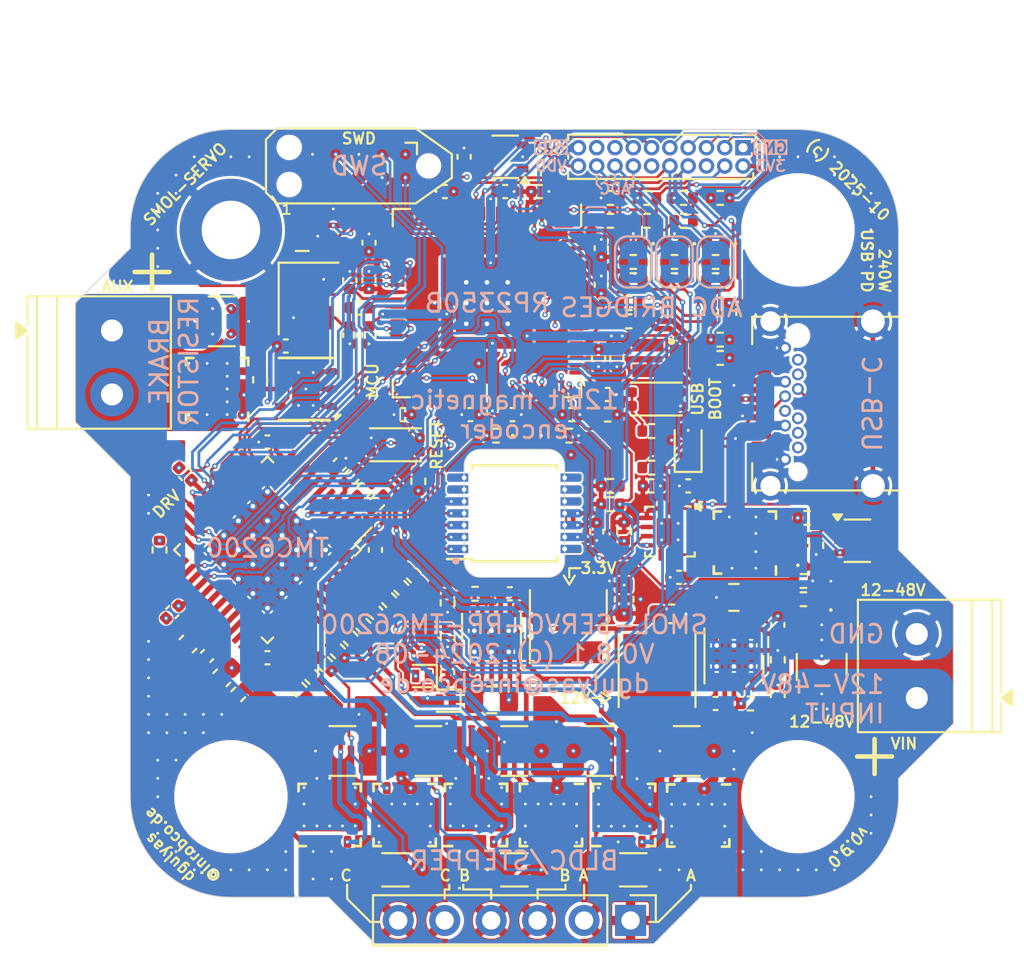
<source format=kicad_pcb>
(kicad_pcb (version 20241229) (generator "pcbnew") (generator_version "9.0")
  (title_block (title "SMOL-SERVO-TMC6200") (date "2022-12-18") (rev "V0.7.0") (company "InRobCo") (comment 1 "Dömötör Gulyás"))
  (layers (0 "F.Cu" mixed) (4 "In1.Cu" mixed) (6 "In2.Cu" mixed) (2 "B.Cu" mixed) (13 "F.Paste" user) (15 "B.Paste" user) (5 "F.SilkS" user "F.Silkscreen") (7 "B.SilkS" user "B.Silkscreen") (1 "F.Mask" user) (3 "B.Mask" user) (25 "Edge.Cuts" user))
  (net 0 "")
  (net 1 "GND")
  (net 2 "+3V3")
  (net 3 "VBUS")
  (net 4 "Net-(U2-SW)")
  (net 5 "Net-(U2-BOOST)")
  (net 6 "PWMC")
  (net 7 "PWMB")
  (net 8 "PWMA")
  (net 9 "SOA")
  (net 10 "SOB")
  (net 11 "SOC")
  (net 12 "Net-(U5-BOOST)")
  (net 13 "Net-(U5-SW)")
  (net 14 "Net-(U2-FB)")
  (net 15 "Net-(U5-FB)")
  (net 16 "Net-(U6E-5VOUT)")
  (net 17 "D+")
  (net 18 "D-")
  (net 19 "OC")
  (net 20 "OB")
  (net 21 "OA")
  (net 22 "OR")
  (net 23 "GR")
  (net 24 "PWMR")
  (net 25 "ENC")
  (net 26 "ENB")
  (net 27 "ENA")
  (net 28 "DRVEN")
  (net 29 "DRVFAULT")
  (net 30 "VDD")
  (net 31 "Net-(U6D-VOFS)")
  (net 32 "Net-(U6E-CPO)")
  (net 33 "VUSB")
  (net 34 "Net-(U6E-CPI)")
  (net 35 "Net-(U6E-VCP)")
  (net 36 "ENCB")
  (net 37 "ENCA")
  (net 38 "ENCI")
  (net 39 "SWCLK")
  (net 40 "SWDIO")
  (net 41 "Net-(U6E-VS)")
  (net 42 "Net-(U6A-CU)")
  (net 43 "Net-(U6A-U)")
  (net 44 "Net-(U6B-CV)")
  (net 45 "Net-(U6B-V)")
  (net 46 "Net-(U6C-W)")
  (net 47 "Net-(U6C-CW)")
  (net 48 "+1V1")
  (net 49 "Net-(U1-VREG_AVDD)")
  (net 50 "Net-(U1-XIN)")
  (net 51 "Net-(C50-Pad2)")
  (net 52 "Net-(J11-Pin_3)")
  (net 53 "Net-(J11-Pin_4)")
  (net 55 "SDA1_EXT")
  (net 56 "SCL1_EXT")
  (net 61 "Net-(J11-Pin_9)")
  (net 62 "Net-(J11-Pin_5)")
  (net 63 "Net-(J11-Pin_6)")
  (net 64 "NRST")
  (net 65 "SYNC")
  (net 66 "VBUSDIV")
  (net 67 "Net-(J11-Pin_7)")
  (net 68 "GPIO12")
  (net 69 "Net-(U1-VREG_LX)")
  (net 70 "VDDDIV")
  (net 71 "Net-(U3-OUT)")
  (net 72 "SHA")
  (net 73 "GHA")
  (net 74 "GLA")
  (net 75 "SHB")
  (net 76 "GHB")
  (net 77 "GLB")
  (net 78 "SHC")
  (net 79 "GHC")
  (net 80 "GLC")
  (net 81 "Net-(U2-RT)")
  (net 82 "Net-(U5-RT)")
  (net 83 "Net-(U6D-SPE)")
  (net 84 "Net-(U6A-HSU)")
  (net 85 "Net-(U6A-LSU)")
  (net 86 "Net-(U6A-USENSE)")
  (net 87 "Net-(U6B-HSV)")
  (net 88 "Net-(U6B-LSV)")
  (net 89 "Net-(U6B-VSENSE)")
  (net 90 "Net-(U6C-HSW)")
  (net 91 "Net-(U6C-LSW)")
  (net 92 "Net-(U6C-WSENSE)")
  (net 93 "/~{USB_BOOT}")
  (net 94 "Net-(U1-QSPI_SS)")
  (net 95 "Net-(U1-XOUT)")
  (net 100 "USB_CC1")
  (net 101 "USB_CC2")
  (net 124 "LED_MOSI")
  (net 125 "CONSOLE_TX")
  (net 126 "GPIO13")
  (net 130 "CONSOLE_RX")
  (net 131 "DRV_MOSI")
  (net 133 "MAG_MOSI")
  (net 134 "MAG_NSS")
  (net 138 "DRV_MISO")
  (net 139 "MAG_MISO")
  (net 140 "+5V")
  (net 141 "LED_CLK")
  (net 145 "DRV_SLCK")
  (net 147 "MAG_SLCK")
  (net 148 "DRV_NSS")
  (net 149 "Net-(U1-USB_DP)")
  (net 150 "Net-(U1-USB_DM)")
  (net 151 "Net-(D2-K)")
  (net 152 "USB_PD_SDA")
  (net 153 "USB_PD_SCL")
  (net 154 "USB_PD_INT")
  (net 161 "Net-(D3-K)")
  (net 162 "Net-(D7-K)")
  (net 163 "Net-(D8-K)")
  (net 164 "ADC5")
  (net 165 "ADC6")
  (net 166 "ADC7")
  (net 167 "GPIO8")
  (net 168 "GPIO9")
  (net 169 "Net-(D10-K)")
  (net 170 "Net-(D11-A)")
  (net 171 "Net-(Q9A-B1)")
  (footprint "Capacitor_SMD:C_0402_1005Metric" (layer "F.Cu") (at 154.5 121 -90)
    (property "Reference" "C9" (hide yes))
    (property "Value" "100n")
  )
  (footprint "stm32-nema17:TSSOP-14_4.4x5mm_P0.65mm-inlaid" (layer "F.Cu") (at 150 120 180)
    (property "Reference" "U4" (hide yes))
    (property "Value" "AS5047D")
  )
  (footprint "stm32-nema17:USB_C_Receptacle_Adam_C31-S-RA-CS1X-BK" (layer "F.Cu") (at 171 114 90)
    (property "Reference" "J2" (hide yes))
    (property "Value" "C31-S-RA-CS1A-BK-SS")
  )
  (footprint "TerminalBlock_Phoenix:TerminalBlock_Phoenix_PT-1,5-2-3.5-H_1x02_P3.50mm_Horizontal" (layer "F.Cu") (at 172 130.1 90)
    (property "Reference" "J4" (hide yes))
    (property "Value" "Screw_Terminal_01x02")
  )
  (footprint "Capacitor_SMD:C_0402_1005Metric" (layer "F.Cu") (at 137.5 110.85 180)
    (property "Reference" "C8" (hide yes))
    (property "Value" "100n")
  )
  (footprint "stm32-nema17:WDFN8" (layer "F.Cu") (at 133.75 113.2 -90)
    (property "Reference" "Q1")
    (property "Value" "NVTFS5C658NL")
  )
  (footprint "Resistor_SMD:R_0402_1005Metric" (layer "F.Cu") (at 136.1 112.7 -90)
    (property "Reference" "R6")
    (property "Value" "2.2R")
  )
  (footprint "Package_SON:Texas_PWSON-N6" (layer "F.Cu") (at 138.6 113.2 180)
    (property "Reference" "U3" (hide yes))
    (property "Value" "UCC27516")
  )
  (footprint "Resistor_SMD:R_0402_1005Metric" (layer "F.Cu") (at 155.25 102.75)
    (property "Reference" "R1")
    (property "Value" "680R")
  )
  (footprint "Resistor_SMD:R_0402_1005Metric" (layer "F.Cu") (at 159.25 102.75)
    (property "Reference" "R2")
    (property "Value" "680R")
  )
  (footprint "Resistor_SMD:R_0402_1005Metric" (layer "F.Cu") (at 157.25 102.75)
    (property "Reference" "R3")
    (property "Value" "680R")
  )
  (footprint "Resistor_SMD:R_1206_3216Metric" (layer "F.Cu") (at 143.5 139.5)
    (property "Reference" "R11" (hide yes))
    (property "Value" "5m")
  )
  (footprint "Resistor_SMD:R_1206_3216Metric" (layer "F.Cu") (at 156.5 139.5 180)
    (property "Reference" "R9" (hide yes))
    (property "Value" "5m")
  )
  (footprint "stm32-nema17:WDFN8" (layer "F.Cu") (at 139.9 136.5 180)
    (property "Reference" "Q6")
    (property "Value" "NVTFS5C658NL")
  )
  (footprint "stm32-nema17:WDFN8" (layer "F.Cu") (at 152 136.5)
    (property "Reference" "Q5")
    (property "Value" "NVTFS5C658NL")
  )
  (footprint "stm32-nema17:WDFN8" (layer "F.Cu") (at 156 136.5 180)
    (property "Reference" "Q2")
    (property "Value" "NVTFS5C658NL")
  )
  (footprint "stm32-nema17:WDFN8" (layer "F.Cu") (at 160.05 136.53)
    (property "Reference" "Q3")
    (property "Value" "NVTFS5C658NL")
  )
  (footprint "stm32-nema17:WDFN8" (layer "F.Cu") (at 147.9 136.5 180)
    (property "Reference" "Q4")
    (property "Value" "NVTFS5C658NL")
  )
  (footprint "stm32-nema17:WDFN8" (layer "F.Cu") (at 144 136.5)
    (property "Reference" "Q7")
    (property "Value" "NVTFS5C658NL")
  )
  (footprint "MountingHole:MountingHole_3.2mm_M3_DIN965_Pad" (layer "F.Cu") (at 134.5 104.5)
    (property "Reference" "H1" (hide yes))
    (property "Value" "M3")
  )
  (footprint "MountingHole:MountingHole_3.2mm_M3" (layer "F.Cu") (at 134.5 135.5)
    (property "Reference" "H2" (hide yes))
    (property "Value" "M3")
  )
  (footprint "MountingHole:MountingHole_3.2mm_M3" (layer "F.Cu") (at 165.5 135.5)
    (property "Reference" "H3" (hide yes))
    (property "Value" "M3")
  )
  (footprint "MountingHole:MountingHole_3.2mm_M3" (layer "F.Cu") (at 165.5 104.5)
    (property "Reference" "H4" (hide yes))
    (property "Value" "M3")
  )
  (footprint "Connector:Tag-Connect_TC2050-IDC-NL_2x05_P1.27mm_Vertical" (layer "F.Cu") (at 141.5 101 180)
    (property "Reference" "J3" (hide yes))
    (property "Value" "TC-2050")
  )
  (footprint "TerminalBlock_Phoenix:TerminalBlock_Phoenix_PT-1,5-2-3.5-H_1x02_P3.50mm_Horizontal" (layer "F.Cu") (at 128 110 -90)
    (property "Reference" "J5" (hide yes))
    (property "Value" "Screw_Terminal_01x02")
  )
  (footprint "Resistor_SMD:R_0402_1005Metric" (layer "F.Cu") (at 155.25 104)
    (property "Reference" "R20")
    (property "Value" "1K")
  )
  (footprint "Resistor_SMD:R_0402_1005Metric" (layer "F.Cu") (at 159.25 104)
    (property "Reference" "R21")
    (property "Value" "1K")
  )
  (footprint "Resistor_SMD:R_0402_1005Metric" (layer "F.Cu") (at 157.25 104)
    (property "Reference" "R22")
    (property "Value" "1K")
  )
  (footprint "Resistor_SMD:R_0402_1005Metric" (layer "F.Cu") (at 161.75 109 90)
    (property "Reference" "R23")
    (property "Value" "1K")
  )
  (footprint "Resistor_SMD:R_0402_1005Metric" (layer "F.Cu") (at 160.75 109 90)
    (property "Reference" "R24")
    (property "Value" "1K")
  )
  (footprint "Resistor_SMD:R_0402_1005Metric" (layer "F.Cu") (at 161.25 111.5)
    (property "Reference" "R25")
    (property "Value" "4K7")
  )
  (footprint "Resistor_SMD:R_0402_1005Metric" (layer "F.Cu") (at 161.25 110.5 180)
    (property "Reference" "R26")
    (property "Value" "4K7")
  )
  (footprint "Capacitor_SMD:C_1210_3225Metric" (layer "F.Cu") (at 140.6 133)
    (property "Reference" "C23" (hide yes))
    (property "Value" "10u 60V")
  )
  (footprint "stm32-nema17:SW_SPST_EVPBB" (layer "F.Cu") (at 143.5 116.25)
    (property "Reference" "SW1" (hide yes))
    (property "Value" "EVP-BB2A9B000")
  )
  (footprint "Diode_SMD:D_0402_1005Metric" (layer "F.Cu") (at 167.3 124.2 90)
    (property "Reference" "D4" (hide yes))
    (property "Value" "3.3V 1mA")
  )
  (footprint "Resistor_SMD:R_0402_1005Metric" (layer "F.Cu") (at 165.8 124.7)
    (property "Reference" "R28" (hide yes))
    (property "Value" "120K")
  )
  (footprint "Resistor_SMD:R_0402_1005Metric" (layer "F.Cu") (at 165.8 123.7)
    (property "Reference" "R29" (hide yes))
    (property "Value" "5K1")
  )
  (footprint "Diode_SMD:D_0402_1005Metric" (layer "F.Cu") (at 151 115.75)
    (property "Reference" "D5")
    (property "Value" "3.3V 1mA")
  )
  (footprint "Resistor_SMD:R_0402_1005Metric" (layer "F.Cu") (at 149 115.75)
    (property "Reference" "R31")
    (property "Value" "22K")
  )
  (footprint "Resistor_SMD:R_0402_1005Metric" (layer "F.Cu") (at 153 115.75)
    (property "Reference" "R32")
    (property "Value" "5K1")
  )
  (footprint "Connector_PinHeader_2.54mm:PinHeader_1x06_P2.54mm_Vertical" (layer "F.Cu") (at 156.35 142.27 -90)
    (property "Reference" "M1" (hide yes))
    (property "Value" "Motor_2_or_3_phase")
  )
  (footprint "Capacitor_SMD:C_1210_3225Metric" (layer "F.Cu") (at 166.8 128.4 90)
    (property "Reference" "C7" (hide yes))
    (property "Value" "10u 60V")
  )
  (footprint "Capacitor_SMD:C_1210_3225Metric" (layer "F.Cu") (at 150 133)
    (property "Reference" "C24" (hide yes))
    (property "Value" "10u 60V")
  )
  (footprint "Capacitor_SMD:C_1210_3225Metric" (layer "F.Cu") (at 159.425 133)
    (property "Reference" "C25" (hide yes))
    (property "Value" "10u 60V")
  )
  (footprint "Resistor_SMD:R_1206_3216Metric" (layer "F.Cu") (at 150 139.5)
    (property "Reference" "R10" (hide yes))
    (property "Value" "5m")
  )
  (footprint "Resistor_SMD:R_0402_1005Metric" (layer "F.Cu") (at 144.75 118.25 -90)
    (property "Reference" "R27")
    (property "Value" "100K")
  )
  (footprint "Capacitor_SMD:C_0402_1005Metric" (layer "F.Cu") (at 149.75 124.4)
    (property "Reference" "C12" (hide yes))
    (property "Value" "220n")
  )
  (footprint "Capacitor_SMD:C_0402_1005Metric" (layer "F.Cu") (at 132 117.85 135)
    (property "Reference" "C19" (hide yes))
    (property "Value" "100n")
  )
  (footprint "Capacitor_SMD:C_0402_1005Metric" (layer "F.Cu") (at 147.6 114.6)
    (property "Reference" "C46" (hide yes))
    (property "Value" "100n")
  )
  (footprint "Capacitor_SMD:C_0402_1005Metric" (layer "F.Cu") (at 154.6 111.5 90)
    (property "Reference" "C36" (hide yes))
    (property "Value" "4.7u")
  )
  (footprint "Resistor_SMD:R_0402_1005Metric" (layer "F.Cu") (at 157.5 115.5)
    (property "Reference" "R52" (hide yes))
    (property "Value" "1K")
  )
  (footprint "Oscillator:Oscillator_SMD_Abracon_ASE-4Pin_3.2x2.5mm" (layer "F.Cu") (at 138.75 108.25 -90)
    (property "Reference" "Y1" (hide yes))
    (property "Value" "ABM8-272-T3")
  )
  (footprint "Capacitor_SMD:C_0402_1005Metric" (layer "F.Cu") (at 149.9 114.6 180)
    (property "Reference" "C37" (hide yes))
    (property "Value" "100n")
  )
  (footprint "Capacitor_SMD:C_0805_2012Metric" (layer "F.Cu") (at 162 124.6 180)
    (property "Reference" "C11" (hide yes))
    (property "Value" "2.2uF 75V")
  )
  (footprint "Capacitor_SMD:C_0805_2012Metric" (layer "F.Cu") (at 148.75 130.2)
    (property "Reference" "C10" (hide yes))
    (property "Value" "2.2uF 75V")
  )
  (footprint "Inductor_SMD:L_Taiyo-Yuden_NR-40xx" (layer "F.Cu") (at 157.8 128.6 -90)
    (property "Reference" "L4" (hide yes))
    (property "Value" "33uH 800mA")
  )
  (footprint "Resistor_SMD:R_0402_1005Metric" (layer "F.Cu") (at 146.35 126.79 -90)
    (property "Reference" "R7" (hide yes))
    (property "Value" "374K")
  )
  (footprint "Resistor_SMD:R_0402_1005Metric" (layer "F.Cu") (at 161 107.25)
    (property "Reference" "R18" (hide yes))
    (property "Value" "120K")
  )
  (footprint "Capacitor_SMD:C_0402_1005Metric" (layer "F.Cu") (at 141 107.25 90)
    (property "Reference" "C49" (hide yes))
    (property "Value" "15p")
  )
  (footprint "Capacitor_SMD:C_1210_3225Metric" (layer "F.Cu") (at 154.7 133 180)
    (property "Reference" "C33" (hide yes))
    (property "Value" "10u 60V")
  )
  (footprint "Resistor_SMD:R_0402_1005Metric" (layer "F.Cu") (at 141.1 118 -135)
    (property "Reference" "R40" (hide yes))
    (property "Value" "0R")
  )
  (footprint "Capacitor_SMD:C_0402_1005Metric" (layer "F.Cu") (at 147.25 100.5 90)
    (property "Reference" "C4" (hide yes))
    (property "Value" "1u")
  )
  (footprint "Resistor_SMD:R_0402_1005Metric" (layer "F.Cu") (at 134.9 129.9 45)
    (property "Reference" "R37" (hide yes))
    (property "Value" "0R")
  )
  (footprint "Capacitor_SMD:C_0402_1005Metric" (layer "F.Cu") (at 155.6 111.5 90)
    (property "Reference" "C34" (hide yes))
    (property "Value" "4.7u")
  )
  (footprint "Resistor_SMD:R_0402_1005Metric" (layer "F.Cu") (at 161 106.25 180)
    (property "Reference" "R19" (hide yes))
    (property "Value" "5K1")
  )
  (footprint "Resistor_SMD:R_0402_1005Metric" (layer "F.Cu") (at 144.5 123.4 135)
    (property "Reference" "R39" (hide yes))
    (property "Value" "0R")
  )
  (footprint "Capacitor_SMD:C_0402_1005Metric" (layer "F.Cu") (at 159.5 118.5 180)
    (property "Reference" "C3" (hide yes))
    (property "Value" "220p")
  )
  (footprint "Capacitor_SMD:C_0402_1005Metric" (layer "F.Cu") (at 140.45 117.325 -135)
    (property "Reference" "C20" (hide yes))
    (property "Value" "2.2u 6.3V")
  )
  (footprint "Capacitor_SMD:C_0402_1005Metric" (layer "F.Cu") (at 142.4 122 -90)
    (property "Reference" "C28" (hide yes))
    (property "Value" "1u 16V")
  )
  (footprint "Resistor_SMD:R_0402_1005Metric" (layer "F.Cu") (at 139.65 128.25 135)
    (property "Reference" "R49" (hide yes))
    (property "Value" "10R")
  )
  (footprint "Diode_SMD:D_0402_1005Metric" (layer "F.Cu") (at 156.5 105.25 180)
    (property "Reference" "D3" (hide yes))
    (property "Value" "3.3V 1mA")
  )
  (footprint "Capacitor_SMD:C_0402_1005Metric" (layer "F.Cu") (at 143.9 114.6)
    (property "Reference" "C40" (hide yes))
    (property "Value" "100n")
  )
  (footprint "Resistor_SMD:R_0402_1005Metric" (layer "F.Cu") (at 155.1 114.6 180)
    (property "Reference" "R4" (hide yes))
    (property "Value" "33R")
  )
  (footprint "Resistor_SMD:R_0402_1005Metric" (layer "F.Cu") (at 143.15 124.75 135)
    (property "Reference" "R41" (hide yes))
    (property "Value" "10R")
  )
  (footprint "Inductor_SMD:L_Taiyo-Yuden_NR-40xx" (layer "F.Cu") (at 152.95 126.2 90)
    (property "Reference" "L2" (hide yes))
    (property "Value" "33uH 800mA")
  )
  (footprint "Resistor_SMD:R_0402_1005Metric" (layer "F.Cu") (at 143.825 124.075 -45)
    (property "Reference" "R38" (hide yes))
    (property "Value" "0R")
  )
  (footprint "Capacitor_SMD:C_0603_1608Metric" (layer "F.Cu") (at 158.6 125.5)
    (property "Reference" "C17" (hide yes))
    (property "Value" "22uF 10V")
  )
  (footprint "Resistor_SMD:R_0402_1005Metric" (layer "F.Cu") (at 138.95 128.95 -45)
    (property "Reference" "R46" (hide yes))
    (property "Value" "0R")
  )
  (footprint "Diode_SMD:D_SOD-882" (layer "F.Cu") (at 146.25 130.25 180)
    (property "Reference" "D10" (hide yes))
    (property "Value" "60V 500mA")
  )
  (footprint "Capacitor_SMD:C_0603_1608Metric" (layer "F.Cu") (at 132.151992 127.148008 -135)
    (property "Reference" "C22" (hide yes))
    (property "Value" "22n 100V")
  )
  (footprint "stm32-nema17:DFN-10-1EP_3x3mm_P0.5mm_EP1.65x2.38mm_ThermalVias" (layer "F.Cu") (at 162 127.8 -90)
    (property "Reference" "U5" (hide yes))
    (property "Value" "LT3990")
  )
  (footprint "Capacitor_SMD:C_0402_1005Metric" (layer "F.Cu") (at 154.75 107.5 -90)
    (property "Reference" "C41" (hide yes))
    (property "Value" "100n")
  )
  (footprint "Capacitor_SMD:C_0402_1005Metric" (layer "F.Cu") (at 131.3 125.4 -135)
    (property "Reference" "C18" (hide yes))
    (property "Value" "100n 16V")
  )
  (footprint "Capacitor_SMD:C_0402_1005Metric" (layer "F.Cu") (at 146.35 128.7 90)
    (property "Reference" "C14" (hide yes))
    (property "Value" "22pF")
  )
  (footprint "Resistor_SMD:R_0402_1005Metric" (layer "F.Cu") (at 156.25 109.5 180)
    (property "Reference" "R51" (hide yes))
    (property "Value" "27R")
  )
  (footprint "Resistor_SMD:R_0402_1005Metric" (layer "F.Cu") (at 164.4 129.9 90)
    (property "Reference" "R35" (hide yes))
    (property "Value" "113K")
  )
  (footprint "Resistor_SMD:R_0402_1005Metric" (layer "F.Cu") (at 156.25 108.5)
    (property "Reference" "R5" (hide yes))
    (property "Value" "27R")
  )
  (footprint "Capacitor_SMD:C_0402_1005Metric" (layer "F.Cu") (at 161 130.4 180)
    (property "Reference" "C13" (hide yes))
    (property "Value" "100n")
  )
  (footprint "Capacitor_SMD:C_0402_1005Metric" (layer "F.Cu") (at 142.05 105.2 -90)
    (property "Reference" "C48" (hide yes))
    (property "Value" "100n")
  )
  (footprint "Capacitor_SMD:C_0603_1608Metric" (layer "F.Cu") (at 134 129 45)
    (property "Reference" "C27" (hide yes))
    (property "Value" "220n 100V")
  )
  (footprint "Capacitor_SMD:C_0402_1005Metric" (layer "F.Cu") (at 142.05 110.25 90)
    (property "Reference" "C38" (hide yes))
    (property "Value" "4.7u")
  )
  (footprint "Resistor_SMD:R_0402_1005Metric" (layer "F.Cu") (at 156 121 90)
    (property "Reference" "R56" (hide yes))
    (property "Value" "10K")
  )
  (footprint "stm32-nema17:DFN-10-1EP_3x3mm_P0.5mm_EP1.65x2.38mm_ThermalVias" (layer "F.Cu") (at 148.75 127 90)
    (property "Reference" "U2" (hide yes))
    (property "Value" "LT3990")
  )
  (footprint "Resistor_SMD:R_0402_1005Metric" (layer "F.Cu") (at 141.8 118.7 -135)
    (property "Reference" "R44" (hide yes))
    (property "Value" "0R")
  )
  (footprint "RP2350_minimal:RP2350-QFN-80-1EP_10x10_P0.4mm_EP3.4x3.4mm_ThermalVias" (layer "F.Cu") (at 148.5 108.5 -90)
    (property "Reference" "U1" (hide yes))
    (property "Value" "RP2354B")
  )
  (footprint "Capacitor_SMD:C_0402_1005Metric" (layer "F.Cu") (at 149.5 102.4 180)
    (property "Reference" "C39" (hide yes))
    (property "Value" "100n")
  )
  (footprint "Resistor_SMD:R_0402_1005Metric" (layer "F.Cu") (at 164.4 128.01 90)
    (property "Reference" "R8" (hide yes))
    (property "Value" "127K")
  )
  (footprint "Package_TO_SOT_SMD:SOT-363_SC-70-6" (layer "F.Cu") (at 168.75 121.5)
    (property "Reference" "Q9" (hide yes))
    (property "Value" "BCM856BS")
  )
  (footprint "stm32-nema17:TQFP-48-1EP_7x7mm_P0.5mm_EP5x5mm_ThermalVias" (layer "F.Cu") (at 136.5 122 -135)
    (property "Reference" "U6" (hide yes))
    (property "Value" "TMC6200")
  )
  (footprint "Capacitor_SMD:C_0402_1005Metric" (layer "F.Cu") (at 154.75 105.5 -90)
    (property "Reference" "C43" (hide yes))
    (property "Value" "100n")
  )
  (footprint "Diode_SMD:D_0402_1005Metric" (layer "F.Cu") (at 158.75 105.25 180)
    (property "Reference" "D7" (hide yes))
    (property "Value" "3.3V 1mA")
  )
  (footprint "Capacitor_SMD:C_0402_1005Metric" (layer "F.Cu") (at 159 123.5 180)
    (property "Reference" "C2" (hide yes))
    (property "Value" "220p")
  )
  (footprint "stm32-nema17:WDFN8" (layer "F.Cu") (at 162.6 121.6 -90)
    (property "Reference" "Q8" (hide yes))
    (property "Value" "DMP3013SFV")
  )
  (footprint "Capacitor_SMD:C_0402_1005Metric" (layer "F.Cu") (at 151.4 102.4 180)
    (property "Reference" "C45" (hide yes))
    (property "Value" "100n")
  )
  (footprint "Resistor_SMD:R_0402_1005Metric" (layer "F.Cu") (at 158.75 106.25 180)
    (property "Reference" "R17" (hide yes))
    (property "Value" "5K1")
  )
  (footprint "Resistor_SMD:R_0402_1005Metric" (layer "F.Cu") (at 140.35 127.55 135)
    (property "Reference" "R45" (hide yes))
    (property "Value" "10R")
  )
  (footprint "Resistor_SMD:R_0402_1005Metric" (layer "F.Cu") (at 156.5 106.25 180)
    (property "Reference" "R15" (hide yes))
    (property "Value" "5K1")
  )
  (footprint "Resistor_SMD:R_0402_1005Metric" (layer "F.Cu") (at 162.9 130.4)
    (property "Reference" "R30" (hide yes))
    (property "Value" "1M")
  )
  (footprint "Capacitor_SMD:C_0402_1005Metric" (layer "F.Cu") (at 136.5 127.9)
    (property "Reference" "C30" (hide yes))
    (property "Value" "1u 16V")
  )
  (footprint "Diode_SMD:D_0402_1005Metric" (layer "F.Cu") (at 161 105.25 180)
    (property "Reference" "D8" (hide yes))
    (property "Value" "3.3V 1mA")
  )
  (footprint "Diode_SMD:D_SOD-882" (layer "F.Cu") (at 144.95 128.9 180)
    (property "Reference" "D9" (hide yes))
    (property "Value" "60V 500mA")
  )
  (footprint "Capacitor_SMD:C_0402_1005Metric" (layer "F.Cu") (at 141 110.25 90)
    (property "Reference" "C50" (hide yes))
    (property "Value" "15p")
  )
  (footprint "Resistor_SMD:R_0402_1005Metric" (layer "F.Cu") (at 141.5 108.75)
    (property "Reference" "R53" (hide yes))
    (property "Value" "1K")
  )
  (footprint "Package_TO_SOT_SMD:SOT-353_SC-70-5" (layer "F.Cu") (at 149.5 100.5 180)
    (property "Reference" "U9" (hide yes))
    (property "Value" "TPS71550__SC70")
  )
  (footprint "Resistor_SMD:R_0402_1005Metric" (layer "F.Cu") (at 141.75 126.15 -45)
    (property "Reference" "R42" (hide yes))
    (property "Value" "0R")
  )
  (footprint "Capacitor_SMD:C_0402_1005Metric" (layer "F.Cu") (at 157.5 118.5)
    (property "Reference" "C1" (hide yes))
    (property "Value" "100n")
  )
  (footprint "Resistor_SMD:R_0402_1005Metric" (layer "F.Cu") (at 147.85 124.4 180)
    (property "Reference" "R12" (hide yes))
    (property "Value" "1M")
  )
  (footprint "Capacitor_SMD:C_0402_1005Metric" (layer "F.Cu") (at 164.4 126.1 -90)
    (property "Reference" "C15" (hide yes))
    (property "Value" "22pF")
  )
  (footprint "Capacitor_SMD:C_1210_3225Metric" (layer "F.Cu") (at 145.3 133 180)
    (property "Reference" "C31" (hide yes))
    (property "Value" "10u 60V")
  )
  (footprint "Resistor_SMD:R_0402_1005Metric" (layer "F.Cu") (at 166 120.25 180)
    (property "Reference" "R33" (hide yes))
    (property "Value" "220K")
  )
  (footprint "Resistor_SMD:R_0402_1005Metric" (layer "F.Cu") (at 155.25 118.5 180)
    (property "Reference" "R55" (hide yes))
    (property "Value" "4K7")
  )
  (footprint "Resistor_SMD:R_0402_1005Metric" (layer "F.Cu") (at 166.5 121.75 -90)
    (property "Reference" "R34" (hide yes))
    (property "Value" "220K")
  )
  (footprint "Capacitor_SMD:C_0402_1005Metric" (layer "F.Cu") (at 153.1 114.6 180)
    (property "Reference" "C42" (hide yes))
    (property "Value" "100n")
  )
  (footprint "LED_SMD:LED-APA102-2020" (layer "F.Cu") (at 139.25 104.25)
    (property "Reference" "D6" (hide yes))
    (property "Value" "APA102-2020")
  )
  (footprint "Resistor_SMD:R_0402_1005Metric" (layer "F.Cu") (at 157.5 117.5 180)
    (property "Reference" "R57" (hide yes))
    (property "Value" "47K")
  )
  (footprint "Resistor_SMD:R_0402_1005Metric" (layer "F.Cu") (at 130.6 122 -90)
    (property "Reference" "R36" (hide yes))
    (property "Value" "47K")
  )
  (footprint "Capacitor_SMD:C_0402_1005Metric" (layer "F.Cu") (at 146.2 102.4)
    (property "Reference" "C47" (hide yes))
    (property "Value" "100n")
  )
  (footprint "Resistor_SMD:R_0402_1005Metric" (layer "F.Cu") (at 141.05 126.85 135)
    (property "Reference" "R43" (hide yes))
    (property "Value" "0R")
  )
  (footprint "Diode_SMD:D_0603_1608Metric" (layer "F.Cu") (at 159.5 116.25 90)
    (property "Reference" "D2" (hide yes))
    (property "Value" "20V")
  )
  (footprint "Diode_SMD:D_0402_1005Metric" (layer "F.Cu") (at 165.5 121.75 90)
    (property "Reference" "D11" (hide yes))
    (property "Value" "10V 0.3mA")
  )
  (footprint "Resistor_SMD:R_0402_1005Metric" (layer "F.Cu") (at 138.25 129.65 135)
    (property "Reference" "R47" (hide yes))
    (property "Value" "0R")
  )
  (footprint "Package_DFN_QFN:WQFN-14-1EP_2.5x2.5mm_P0.5mm_EP1.45x1.45mm" (layer "F.Cu") (at 158.5 121 -90)
    (property "Reference" "U8" (hide yes))
    (property "Value" "FUSB302BMPX")
  )
  (footprint "Resistor_SMD:R_0402_1005Metric" (layer "F.Cu") (at 161.25 102.75)
    (property "Reference" "R50")
    (property "Value" "1K")
  )
  (footprint "Capacitor_SMD:C_0402_1005Metric" (layer "F.Cu") (at 155.1 113.5 180)
    (property "Reference" "C35" (hide yes))
    (property "Value" "4.7u")
  )
  (footprint "Capacitor_SMD:C_0402_1005Metric" (layer "F.Cu") (at 142.05 107.25 -90)
    (property "Reference" "C44" (hide yes))
    (property "Value" "100n")
  )
  (footprint "Resistor_SMD:R_0402_1005Metric" (layer "F.Cu") (at 146.35 124.9 -90)
    (property "Reference" "R13" (hide yes))
    (property "Value" "576K")
  )
  (footprint "Capacitor_SMD:C_1210_3225Metric" (layer "F.Cu") (at 134 109.5)
    (property "Reference" "C32" (hide yes))
    (property "Value" "10u 60V")
  )
  (footprint "Capacitor_SMD:C_0402_1005Metric" (layer "F.Cu") (at 142.45 125.45 -45)
    (property "Reference" "C29" (hide yes))
    (property "Value" "1u 16V")
  )
  (footprint "RP2350_minimal:L_pol_2016" (layer "F.Cu") (at 157.3 111.5 -90)
    (property "Reference" "L5" (hide yes))
    (property "Value" "3.3uH")
  )
  (footprint "Capacitor_SMD:C_0402_1005Metric" (layer "F.Cu") (at 136.5 116.1)
    (property "Reference" "C21")
    (property "Value" "100n")
  )
  (footprint "Connector_PinHeader_1.00mm:PinHeader_2x10_P1.00mm_Vertical" (layer "F.Cu") (at 162.5 100 -90)
    (property "Reference" "J11" (hide yes))
    (property "Value" "Conn_02x10_Odd_Even")
  )
  (footprint "Capacitor_SMD:C_0402_1005Metric" (layer "F.Cu") (at 133.2 127.8 45)
    (property "Reference" "C26" (hide yes))
    (property "Value" "100n 100V")
  )
  (footprint "Resistor_SMD:R_0402_1005Metric" (layer "F.Cu") (at 156.5 107.25)
    (property "Reference" "R14" (hide yes))
    (property "Value" "120K")
  )
  (footprint "Resistor_SMD:R_0402_1005Metric" (layer "F.Cu") (at 142.5 119.4 -135)
    (property "Reference" "R48" (hide yes))
    (property "Value" "0R")
  )
  (footprint "Resistor_SMD:R_0402_1005Metric" (layer "F.Cu") (at 155.25 119.5 180)
    (property "Reference" "R54" (hide yes))
    (property "Value" "4K7")
  )
  (footprint "Resistor_SMD:R_0402_1005Metric" (layer "F.Cu") (at 158.75 107.25)
    (property "Reference" "R16" (hide yes))
    (property "Value" "120K")
  )
  (footprint "stm32-nema17:SW_SPST_EVPBB" (layer "F.Cu") (at 157.75 113.75 180)
    (property "Reference" "SW2" (hide yes))
    (property "Value" "EVP-BB2A9B000")
  )
  (footprint "Capacitor_SMD:C_0603_1608Metric" (layer "F.Cu") (at 156 124.7 90)
    (property "Reference" "C16" (hide yes))
    (property "Value" "22uF 10V")
  )
  (footprint "Jumper:SolderJumper-2_P1.3mm_Bridged_RoundedPad1.0x1.5mm" (layer "B.Cu") (at 158.75 106.25 -90)
    (property "Reference" "JP2" (hide yes))
    (property "Value" "SolderJumper_2_Bridged")
  )
  (footprint "Jumper:SolderJumper-2_P1.3mm_Bridged_RoundedPad1.0x1.5mm" (layer "B.Cu") (at 161 106.25 -90)
    (property "Reference" "JP3" (hide yes))
    (property "Value" "SolderJumper_2_Bridged")
  )
  (footprint "Jumper:SolderJumper-2_P1.3mm_Bridged_RoundedPad1.0x1.5mm" (layer "B.Cu") (at 156.5 106.25 -90)
    (property "Reference" "JP1" (hide yes))
    (property "Value" "SolderJumper_2_Bridged")
  )
  (gr_line (start 159.652 140.32) (end 159.652 140.574) (stroke (width 0.12)) (layer "F.SilkS"))
  (gr_line (start 153.6 123) (end 153 123) (stroke (width 0.12)) (layer "F.SilkS"))
  (gr_line (start 140.856 140.32) (end 140.856 141.082) (stroke (width 0.12)) (layer "F.SilkS"))
  (gr_line (start 148.73 140.574) (end 147.206 140.574) (stroke (width 0.12)) (layer "F.SilkS"))
  (gr_line (start 155.25 130.1) (end 154.75 130.4) (stroke (width 0.12)) (layer "F.SilkS"))
  (gr_line (start 153 123.9) (end 152.7 123.4) (stroke (width 0.12)) (layer "F.SilkS"))
  (gr_line (start 146.19 141.082) (end 146.19 140.574) (stroke (width 0.12)) (layer "F.SilkS"))
  (gr_line (start 142.126 142.352) (end 142.634 142.352) (stroke (width 0.12)) (layer "F.SilkS"))
  (gr_line (start 153 123.9) (end 153.3 123.4) (stroke (width 0.12)) (layer "F.SilkS"))
  (gr_line (start 148.73 140.574) (end 148.73 141.082) (stroke (width 0.12)) (layer "F.SilkS"))
  (gr_line (start 147.206 140.574) (end 147.206 140.32) (stroke (width 0.12)) (layer "F.SilkS"))
  (gr_line (start 153.81 140.32) (end 153.81 141.082) (stroke (width 0.12)) (layer "F.SilkS"))
  (gr_line (start 151.27 140.574) (end 151.27 141.082) (stroke (width 0.12)) (layer "F.SilkS"))
  (gr_line (start 152.794 140.574) (end 151.27 140.574) (stroke (width 0.12)) (layer "F.SilkS"))
  (gr_line (start 154.75 129.8) (end 155.25 130.1) (stroke (width 0.12)) (layer "F.SilkS"))
  (gr_line (start 152.794 140.32) (end 152.794 140.574) (stroke (width 0.12)) (layer "F.SilkS"))
  (gr_line (start 157.874 142.352) (end 157.366 142.352) (stroke (width 0.12)) (layer "F.SilkS"))
  (gr_line (start 153 123.5) (end 153 123) (stroke (width 0.12)) (layer "F.SilkS"))
  (gr_line (start 140.856 141.082) (end 142.126 142.352) (stroke (width 0.12)) (layer "F.SilkS"))
  (gr_line (start 159.652 140.574) (end 157.874 142.352) (stroke (width 0.12)) (layer "F.SilkS"))
  (gr_line (start 146.444 140.574) (end 146.444 140.32) (stroke (width 0.12)) (layer "F.SilkS"))
  (gr_line (start 154.25 130.1) (end 154.85 130.1) (stroke (width 0.12)) (layer "F.SilkS"))
  (gr_line (start 146.19 140.574) (end 146.444 140.574) (stroke (width 0.12)) (layer "F.SilkS"))
  (gr_line (start 154.5 102) (end 154.75 102.25) (stroke (width 0.12)) (layer "B.SilkS"))
  (gr_line (start 163.25 99.25) (end 162.75 99.25) (stroke (width 0.12)) (layer "B.SilkS"))
  (gr_circle (center 146.8 122.6) (end 146.9 122.6) (stroke (width 0.2)) (fill no) (layer "B.SilkS"))
  (gr_line (start 156.5 101.5) (end 156.5 102) (stroke (width 0.12)) (layer "B.SilkS"))
  (gr_line (start 154.5 101.5) (end 154.5 102) (stroke (width 0.12)) (layer "B.SilkS"))
  (gr_line (start 156.5 102) (end 156.25 102.25) (stroke (width 0.12)) (layer "B.SilkS"))
  (gr_line (start 155.5 101.5) (end 155.5 101.75) (stroke (width 0.12)) (layer "B.SilkS"))
  (gr_line (start 129 135.5) (end 129 118) (stroke (width 0.05)) (layer "Edge.Cuts"))
  (gr_line (start 148.15 116.5) (end 151.85 116.5) (stroke (width 0.05)) (layer "Edge.Cuts"))
  (gr_line (start 165.5 141) (end 160.16 141) (stroke (width 0.05)) (layer "Edge.Cuts"))
  (gr_line (start 139.84 141) (end 134.5 141) (stroke (width 0.05)) (layer "Edge.Cuts"))
  (gr_line (start 171 134.5) (end 171 135.5) (stroke (width 0.05)) (layer "Edge.Cuts"))
  (gr_line (start 129 105.5) (end 129 104.5) (stroke (width 0.05)) (layer "Edge.Cuts"))
  (gr_arc (start 134.5 141) (mid 130.610913 139.389087) (end 129 135.5) (stroke (width 0.05)) (layer "Edge.Cuts"))
  (gr_line (start 152.75 117.4) (end 152.75 122.6) (stroke (width 0.05)) (layer "Edge.Cuts"))
  (gr_arc (start 147.25 117.4) (mid 147.513604 116.763604) (end 148.15 116.5) (stroke (width 0.05)) (layer "Edge.Cuts"))
  (gr_line (start 126 115) (end 129 118) (stroke (width 0.05)) (layer "Edge.Cuts"))
  (gr_line (start 174 131.5) (end 171 134.5) (stroke (width 0.05)) (layer "Edge.Cuts"))
  (gr_line (start 142.38 143.54) (end 139.84 141) (stroke (width 0.05)) (layer "Edge.Cuts"))
  (gr_line (start 174 125) (end 171 122) (stroke (width 0.05)) (layer "Edge.Cuts"))
  (gr_line (start 171 104.5) (end 171 122) (stroke (width 0.05)) (layer "Edge.Cuts"))
  (gr_arc (start 171 135.5) (mid 169.389087 139.389087) (end 165.5 141) (stroke (width 0.05)) (layer "Edge.Cuts"))
  (gr_line (start 147.25 122.6) (end 147.25 117.4) (stroke (width 0.05)) (layer "Edge.Cuts"))
  (gr_arc (start 151.85 116.5) (mid 152.486396 116.763604) (end 152.75 117.4) (stroke (width 0.05)) (layer "Edge.Cuts"))
  (gr_line (start 126 115) (end 126 108.5) (stroke (width 0.05)) (layer "Edge.Cuts"))
  (gr_arc (start 148.15 123.5) (mid 147.513604 123.236396) (end 147.25 122.6) (stroke (width 0.05)) (layer "Edge.Cuts"))
  (gr_line (start 134.5 99) (end 165.5 99) (stroke (width 0.05)) (layer "Edge.Cuts"))
  (gr_line (start 157.62 143.54) (end 142.38 143.54) (stroke (width 0.05)) (layer "Edge.Cuts"))
  (gr_line (start 126 108.5) (end 129 105.5) (stroke (width 0.05)) (layer "Edge.Cuts"))
  (gr_line (start 151.85 123.5) (end 148.15 123.5) (stroke (width 0.05)) (layer "Edge.Cuts"))
  (gr_line (start 174 131.5) (end 174 125) (stroke (width 0.05)) (layer "Edge.Cuts"))
  (gr_line (start 157.62 143.54) (end 160.16 141) (stroke (width 0.05)) (layer "Edge.Cuts"))
  (gr_arc (start 129 104.5) (mid 130.610913 100.610913) (end 134.5 99) (stroke (width 0.05)) (layer "Edge.Cuts"))
  (gr_arc (start 165.5 99) (mid 169.389087 100.610913) (end 171 104.5) (stroke (width 0.05)) (layer "Edge.Cuts"))
  (gr_arc (start 152.75 122.6) (mid 152.486396 123.236396) (end 151.85 123.5) (stroke (width 0.05)) (layer "Edge.Cuts"))
  (gr_text "+" (at 130 106.8 90) (layer "F.SilkS") (effects (font (size 2.5 2.5) (thickness 0.25))))
  (gr_text "VIN" (at 171.3 132.6 0) (layer "F.SilkS") (effects (font (size 0.6 0.6) (thickness 0.12))))
  (gr_text "SWD" (at 141.5 99.5 0) (layer "F.SilkS") (effects (font (size 0.6 0.6) (thickness 0.12))))
  (gr_text "RESET" (at 145.75 116.25 90) (layer "F.SilkS") (effects (font (size 0.6 0.6) (thickness 0.12))))
  (gr_text "A" (at 159.652 139.812 0) (layer "F.SilkS") (effects (font (size 0.6 0.6) (thickness 0.12))))
  (gr_text "+" (at 169.5 133.3 90) (layer "F.SilkS") (effects (font (size 2.5 2.5) (thickness 0.25))))
  (gr_text "12-48V" (at 170.7 124.2 0) (layer "F.SilkS") (effects (font (size 0.6 0.6) (thickness 0.12))))
  (gr_text "3.3V" (at 154.6 123 0) (layer "F.SilkS") (effects (font (size 0.6 0.6) (thickness 0.12))))
  (gr_text "dgulyas\n@inrobco.de" (at 131.5 138.5 135) (layer "F.SilkS") (effects (font (size 0.6 0.6) (thickness 0.12))))
  (gr_text "240W\nUSB PD" (at 169.75 108 -90) (layer "F.SilkS") (effects (font (size 0.6 0.6) (thickness 0.12)) (justify right)))
  (gr_text "SMOL-SERVO" (at 132 102 45) (layer "F.SilkS") (effects (font (size 0.6 0.6) (thickness 0.12))))
  (gr_text "(c) 2025-10" (at 168.25 101.75 315) (layer "F.SilkS") (effects (font (size 0.6 0.6) (thickness 0.12))))
  (gr_text "MCU" (at 142.25 112.75 90) (layer "F.SilkS") (effects (font (size 0.6 0.6) (thickness 0.12))))
  (gr_text "C B" (at 146.75 139.812 0) (layer "F.SilkS") (effects (font (size 0.6 0.6) (thickness 0.12))))
  (gr_text "AUX" (at 128.3 107.6 0) (layer "F.SilkS") (effects (font (size 0.6 0.6) (thickness 0.12))))
  (gr_text "12V" (at 153.3 130.1 0) (layer "F.SilkS") (effects (font (size 0.6 0.6) (thickness 0.12))))
  (gr_text "12-48V" (at 166.8 131.4 0) (layer "F.SilkS") (effects (font (size 0.6 0.6) (thickness 0.12))))
  (gr_text "B A" (at 153.25 139.812 0) (layer "F.SilkS") (effects (font (size 0.6 0.6) (thickness 0.12))))
  (gr_text "C" (at 140.8 139.812 0) (layer "F.SilkS") (effects (font (size 0.6 0.6) (thickness 0.12))))
  (gr_text "v0.9.0" (at 168.25 138.25 225) (layer "F.SilkS") (effects (font (size 0.6 0.6) (thickness 0.12))))
  (gr_text "USB\nBOOT" (at 160.5 113.75 90) (layer "F.SilkS") (effects (font (size 0.6 0.6) (thickness 0.12))))
  (gr_text "DRV" (at 131 119.5 45) (layer "F.SilkS") (effects (font (size 0.6 0.6) (thickness 0.12))))
  (gr_text "BRAKE\nRESISTOR" (at 131.4 111.7 90) (layer "B.SilkS") (effects (font (size 1 1)) (justify mirror)))
  (gr_text "ADC BRIDGES" (at 157.5 108.75 0) (layer "B.SilkS") (effects (font (size 1 1)) (justify mirror)))
  (gr_text "12bit magnetic\nencoder" (at 150 114.6 0) (layer "B.SilkS") (effects (font (size 1 1)) (justify mirror)))
  (gr_text "SWD" (at 141.5 101 0) (layer "B.SilkS") (effects (font (size 1 1)) (justify mirror)))
  (gr_text "GND" (at 164 100 0) (layer "B.SilkS" knockout) (effects (font (size 0.6 0.6) (thickness 0.12) (bold yes)) (justify mirror)))
  (gr_text "ADC" (at 155.5 102.25 0) (layer "B.SilkS") (effects (font (size 0.6 0.6) (thickness 0.12) (bold yes)) (justify mirror)))
  (gr_text "GND" (at 152 100 0) (layer "B.SilkS" knockout) (effects (font (size 0.6 0.6) (thickness 0.12) (bold yes)) (justify mirror)))
  (gr_text "BLDC/STEPPER" (at 150 139 0) (layer "B.SilkS") (effects (font (size 1 1)) (justify mirror)))
  (gr_text "SMOL-SERVO-RP-TMC6200\nV0.8.1 (c) 2024-08\ndgulyas@inrobco.de" (at 150 127.7 0) (layer "B.SilkS") (effects (font (size 1 1)) (justify mirror)))
  (gr_text "12V-48V\nINPUT" (at 170.32 130.16 0) (layer "B.SilkS") (effects (font (size 1 1)) (justify left mirror)))
  (gr_text "VDD" (at 152 101 0) (layer "B.SilkS") (effects (font (size 0.6 0.6) (thickness 0.12) (bold yes)) (justify mirror)))
  (gr_text "TMC6200" (at 136.5 121.9 0) (layer "B.SilkS") (effects (font (size 1 1)) (justify mirror)))
  (gr_text "3V3" (at 164 101 0) (layer "B.SilkS") (effects (font (size 0.6 0.6) (thickness 0.12) (bold yes)) (justify mirror)))
  (gr_text "RP2350B" (at 148.5 108.5 0) (layer "B.SilkS") (effects (font (size 1 1)) (justify mirror)))
  (gr_text "GND" (at 170.32 126.604 0) (layer "B.SilkS") (effects (font (size 1 1)) (justify left mirror)))
  (gr_text "USB-C" (at 169.5 114 270) (layer "B.SilkS") (effects (font (size 1 1)) (justify mirror)))
  (segment (start 140 113.2) (end 138.6 113.2) (width 0.254) (layer "F.Cu") (net 1))
  (segment (start 149.75 130.15) (end 149.7 130.2) (width 0.254) (layer "F.Cu") (net 1))
  (segment (start 161.05 125.65) (end 161.05 124.6) (width 0.254) (layer "F.Cu") (net 1))
  (segment (start 135.2 109.5) (end 134.5 108.8) (width 0.508) (layer "F.Cu") (net 1))
  (segment (start 164 109.5) (end 164.55 108.95) (width 0.254) (layer "F.Cu") (net 1))
  (segment (start 138.913002 118.526338) (end 136.5 120.93934) (width 0.254) (layer "F.Cu") (net 1))
  (segment (start 166.8 127.8) (end 166.8 126.9) (width 0.508) (layer "F.Cu") (net 1))
  (segment (start 163.49 111.25) (end 164.5 111.25) (width 0.254) (layer "F.Cu") (net 1))
  (segment (start 158.1 121.4) (end 158.5 121) (width 0.1524) (layer "F.Cu") (net 1))
  (segment (start 161.635 127.8) (end 162 127.8) (width 0.254) (layer "F.Cu") (net 1))
  (segment (start 151.475 133) (end 153.225 133) (width 0.508) (layer "F.Cu") (net 1))
  (segment (start 135.2 109.5) (end 134.5 110.2) (width 0.508) (layer "F.Cu") (net 1))
  (segment (start 163.215 127.5) (end 162.94 127.225) (width 0.254) (layer "F.Cu") (net 1))
  (segment (start 154 121.5) (end 154.485 121.5) (width 0.254) (layer "F.Cu") (net 1))
  (segment (start 155.2 123.7) (end 155.425 123.925) (width 0.254) (layer "F.Cu") (net 1))
  (segment (start 155.425 123.925) (end 156 123.925) (width 0.254) (layer "F.Cu") (net 1))
  (segment (start 160.9 134.535) (end 160.9 133) (width 0.508) (layer "F.Cu") (net 1))
  (segment (start 158.265 105.185) (end 158.75 104.7) (width 0.1524) (layer "F.Cu") (net 1))
  (segment (start 149.25 127.5) (end 148.75 127) (width 0.254) (layer "F.Cu") (net 1))
  (segment (start 135.22 114.524824) (end 135.22 113.525) (width 0.508) (layer "F.Cu") (net 1))
  (segment (start 158.5 122.2625) (end 158.5 123.48) (width 0.1524) (layer "F.Cu") (net 1))
  (segment (start 137.98 110.85) (end 137.98 111.48) (width 0.254) (layer "F.Cu") (net 1))
  (segment (start 140 114.15) (end 139.55 114.15) (width 0.254) (layer "F.Cu") (net 1))
  (segment (start 133.318019 122) (end 132.610912 122) (width 0.254) (layer "F.Cu") (net 1))
  (segment (start 161 126.35) (end 161 127.165) (width 0.254) (layer "F.Cu") (net 1))
  (segment (start 149.75 128.45) (end 149.75 130.15) (width 0.254) (layer "F.Cu") (net 1))
  (segment (start 144.325 135.025) (end 143.8 134.5) (width 0.508) (layer "F.Cu") (net 1))
  (segment (start 137.98 111.48) (end 138.2 111.7) (width 0.254) (layer "F.Cu") (net 1))
  (segment (start 132.610912 122) (end 131.612124 121.001212) (width 0.254) (layer "F.Cu") (net 1))
  (segment (start 153.225 133.675) (end 153.225 133) (width 0.508) (layer "F.Cu") (net 1))
  (segment (start 135.475 109.5) (end 135.2 109.5) (width 0.508) (layer "F.Cu") (net 1))
  (segment (start 160.515 105.25) (end 160.515 106.225001) (width 0.1524) (layer "F.Cu") (net 1))
  (segment (start 156.015 105.25) (end 156.015 106.225001) (width 0.1524) (layer "F.Cu") (net 1))
  (segment (start 163.49 116.75) (end 164.5 116.75) (width 0.254) (layer "F.Cu") (net 1))
  (segment (start 161 125.7) (end 161.05 125.65) (width 0.254) (layer "F.Cu") (net 1))
  (segment (start 139.55 114.15) (end 138.6 113.2) (width 0.254) (layer "F.Cu") (net 1))
  (segment (start 153.2125 121.3) (end 153.8 121.3) (width 0.254) (layer "F.Cu") (net 1))
  (segment (start 159.075 113.374999) (end 159.075 114.125001) (width 0.1524) (layer "F.Cu") (net 1))
  (segment (start 140 112.25) (end 139.55 112.25) (width 0.254) (layer "F.Cu") (net 1))
  (segment (start 154.485 121.5) (end 154.5 121.485) (width 0.254) (layer "F.Cu") (net 1))
  (segment (start 164.5 111.25) (end 164.8 110.95) (width 0.254) (layer "F.Cu") (net 1))
  (segment (start 169.6 118.5) (end 169.6 109.5) (width 0.254) (layer "F.Cu") (net 1))
  (segment (start 142.075 133) (end 143.825 133) (width 0.508) (layer "F.Cu") (net 1))
  (segment (start 158.5 122.2625) (end 158.5 121) (width 0.1524) (layer "F.Cu") (net 1))
  (segment (start 149.75 128.45) (end 149.75 128) (width 0.254) (layer "F.Cu") (net 1))
  (segment (start 164.5 116.75) (end 164.8 117.05) (width 0.254) (layer "F.Cu") (net 1))
  (segment (start 160.515 106.225001) (end 160.490001 106.25) (width 0.1524) (layer "F.Cu") (net 1))
  (segment (start 166.8 126.9) (end 166.8 126.925) (width 0.508) (layer "F.Cu") (net 1))
  (segment (start 158.265 105.25) (end 158.265 106.225001) (width 0.1524) (layer "F.Cu") (net 1))
  (segment (start 153.8 121.3) (end 154 121.5) (width 0.254) (layer "F.Cu") (net 1))
  (segment (start 138.2 111.7) (end 138.2 112.3) (width 0.254) (layer "F.Cu") (net 1))
  (segment (start 161.5 126.35) (end 161.5 125.05) (width 0.254) (layer "F.Cu") (net 1))
  (segment (start 142.175 116.625001) (end 142.175 115.874999) (width 0.1524) (layer "F.Cu") (net 1))
  (segment (start 160.515 105.25) (end 160.515 105.185) (width 0.1524) (layer "F.Cu") (net 1))
  (segment (start 156.015 105.185) (end 156.5 104.7) (width 0.1524) (layer "F.Cu") (net 1))
  (segment (start 161.5 125.05) (end 161.05 124.6) (width 0.254) (layer "F.Cu") (net 1))
  (segment (start 139.55 112.25) (end 138.6 113.2) (width 0.254) (layer "F.Cu") (net 1))
  (segment (start 136.5 120.93934) (end 136.5 122) (width 0.254) (layer "F.Cu") (net 1))
  (segment (start 152.325 135.03) (end 152.325 134.425) (width 0.508) (layer "F.Cu") (net 1))
  (segment (start 166.31 123.7) (end 167.285 123.7) (width 0.1524) (layer "F.Cu") (net 1))
  (segment (start 158 122.2625) (end 158 121.5) (width 0.1524) (layer "F.Cu") (net 1))
  (segment (start 158 121.5) (end 158.1 121.4) (width 0.1524) (layer "F.Cu") (net 1))
  (segment (start 143.8 134.5) (end 143.8 133.025) (width 0.508) (layer "F.Cu") (net 1))
  (segment (start 161 126.35) (end 161 125.7) (width 0.254) (layer "F.Cu") (net 1))
  (segment (start 152.3 135.005) (end 152.325 135.03) (width 0.508) (layer "F.Cu") (net 1))
  (segment (start 149.25 128.45) (end 149.25 129.75) (width 0.254) (layer "F.Cu") (net 1))
  (segment (start 167.285 123.7) (end 167.3 123.715) (width 0.1524) (layer "F.Cu") (net 1))
  (segment (start 160.375 135.06) (end 160.9 134.535) (width 0.508) (layer "F.Cu") (net 1))
  (segment (start 149.25 128.45) (end 149.25 127.5) (width 0.254) (layer "F.Cu") (net 1))
  (segment (start 160.4 135.035) (end 160.375 135.06) (width 0.508) (layer "F.Cu") (net 1))
  (segment (start 149.25 129.75) (end 149.7 130.2) (width 0.254) (layer "F.Cu") (net 1))
  (segment (start 161.5 126.35) (end 161.5 127.3) (width 0.254) (layer "F.Cu") (net 1))
  (segment (start 156.015 106.225001) (end 155.990001 106.25) (width 0.1524) (layer "F.Cu") (net 1))
  (segment (start 161.5 127.3) (end 162 127.8) (width 0.254) (layer "F.Cu") (net 1))
  (segment (start 164.4 127.5) (end 163.215 127.5) (width 0.254) (layer "F.Cu") (net 1))
  (segment (start 161 127.165) (end 161.635 127.8) (width 0.254) (layer "F.Cu") (net 1))
  (segment (start 158.5 123.48) (end 158.52 123.5) (width 0.1524) (layer "F.Cu") (net 1))
  (segment (start 158.265 106.225001) (end 158.240001 106.25) (width 0.1524) (layer "F.Cu") (net 1))
  (segment (start 152.325 134.425) (end 151.475 133.575) (width 0.508) (layer "F.Cu") (net 1))
  (segment (start 160.515 105.185) (end 161 104.7) (width 0.1524) (layer "F.Cu") (net 1))
  (segment (start 166.8 126.9) (end 166.8 126.1) (width 0.508) (layer "F.Cu") (net 1))
  (segment (start 156.015 105.25) (end 156.015 105.185) (width 0.1524) (layer "F.Cu") (net 1))
  (segment (start 158.265 105.25) (end 158.265 105.185) (width 0.1524) (layer "F.Cu") (net 1))
  (segment (start 143.8 133.025) (end 143.825 133) (width 0.508) (layer "F.Cu") (net 1))
  (segment (start 149.75 128) (end 148.75 127) (width 0.254) (layer "F.Cu") (net 1))
  (segment (start 151.475 133.575) (end 151.475 133) (width 0.508) (layer "F.Cu") (net 1))
  (segment (start 135.122412 114.622412) (end 135.22 114.524824) (width 0.508) (layer "F.Cu") (net 1))
  (segment (start 152.325 134.575) (end 153.225 133.675) (width 0.508) (layer "F.Cu") (net 1))
  (segment (start 144.325 135.03) (end 144.325 135.025) (width 0.508) (layer "F.Cu") (net 1))
  (segment (start 164.55 108.95) (end 169.4 108.95) (width 0.254) (layer "F.Cu") (net 1))
  (via (at 166.8 126.1) (size 0.3) (drill 0.15) (layers "F.Cu" "B.Cu") (net 1))
  (via (at 132.5 101.5) (size 0.3) (drill 0.15) (layers "F.Cu" "B.Cu") (net 1))
  (via (at 161.05 124.6) (size 0.3) (drill 0.15) (layers "F.Cu" "B.Cu") (net 1))
  (via (at 169.5 104.5) (size 0.3) (drill 0.15) (layers "F.Cu" "B.Cu") (net 1))
  (via (at 131.5 101.5) (size 0.3) (drill 0.15) (layers "F.Cu" "B.Cu") (net 1))
  (via (at 140.789411 116.985589) (size 0.3) (drill 0.15) (layers "F.Cu" "B.Cu") (net 1))
  (via (at 130.5 104.5) (size 0.3) (drill 0.15) (layers "F.Cu" "B.Cu") (net 1))
  (via (at 138.6 113.2) (size 0.3) (drill 0.15) (layers "F.Cu" "B.Cu") (net 1))
  (via (at 159.375 125.5) (size 0.3) (drill 0.15) (layers "F.Cu" "B.Cu") (net 1))
  (via (at 151.485 115.75) (size 0.3) (drill 0.15) (layers "F.Cu" "B.Cu") (net 1))
  (via (at 154.6 111.98) (size 0.3) (drill 0.15) (layers "F.Cu" "B.Cu") (net 1))
  (via (at 153.509999 115.75) (size 0.3) (drill 0.15) (layers "F.Cu" "B.Cu") (net 1))
  (via (at 159.075 114.125001) (size 0.3) (drill 0.15) (layers "F.Cu" "B.Cu") (net 1))
  (via (at 169.5 102.5) (size 0.3) (drill 0.15) (layers "F.Cu" "B.Cu") (net 1))
  (via (at 144.325 135.03) (size 0.3) (drill 0.15) (layers "F.Cu" "B.Cu") (net 1))
  (via (at 142.05 106.77) (size 0.3) (drill 0.15) (layers "F.Cu" "B.Cu") (net 1))
  (via (at 158.05 120.55) (size 0.3) (drill 0.15) (layers "F.Cu" "B.Cu") (net 1))
  (via (at 156 123.925) (size 0.3) (drill 0.15) (layers "F.Cu" "B.Cu") (net 1))
  (via (at 154.740001 102.75) (size 0.3) (drill 0.15) (layers "F.Cu" "B.Cu") (net 1))
  (via (at 145.72 102.4) (size 0.3) (drill 0.15) (layers "F.Cu" "B.Cu") (net 1))
  (via (at 155.2 123.7) (size 0.3) (drill 0.15) (layers "F.Cu" "B.Cu") (net 1))
  (via (at 138.96 100.365) (size 0.3) (drill 0.15) (layers "F.Cu" "B.Cu") (net 1))
  (via (at 130.5 103.5) (size 0.3) (drill 0.15) (layers "F.Cu" "B.Cu") (net 1))
  (via (at 142.075 133) (size 0.3) (drill 0.15) (layers "F.Cu" "B.Cu") (net 1))
  (via (at 139.25 104.84) (size 0.3) (drill 0.15) (layers "F.Cu" "B.Cu") (net 1))
  (via (at 139.575 107.2) (size 0.3) (drill 0.15) (layers "F.Cu" "B.Cu") (net 1))
  (via (at 139 114.1) (size 0.3) (drill 0.15) (layers "F.Cu" "B.Cu") (net 1))
  (via (at 150.38 114.6) (size 0.3) (drill 0.15) (layers "F.Cu" "B.Cu") (net 1))
  (via (at 156.740001 102.75) (size 0.3) (drill 0.15) (layers "F.Cu" "B.Cu") (net 1))
  (via (at 161 104.7) (size 0.3) (drill 0.15) (layers "F.Cu" "B.Cu") (net 1))
  (via (at 135.475 109.5) (size 0.3) (drill 0.15) (layers "F.Cu" "B.Cu") (net 1))
  (via (at 165.5 100.5) (size 0.3) (drill 0.15) (layers "F.Cu" "B.Cu") (net 1))
  (via (at 158.95 120.55) (size 0.3) (drill 0.15) (layers "F.Cu" "B.Cu") (net 1))
  (via (at 169.5 105.5) (size 0.3) (drill 0.15) (layers "F.Cu" "B.Cu") (net 1))
  (via (at 135.22 113.525) (size 0.3) (drill 0.15) (layers "F.Cu" "B.Cu") (net 1))
  (via (at 139 112.3) (size 0.3) (drill 0.15) (layers "F.Cu" "B.Cu") (net 1))
  (via (at 140.1 103.35) (size 0.3) (drill 0.15) (layers "F.Cu" "B.Cu") (net 1))
  (via (at 138.2 112.3) (size 0.3) (drill 0.15) (layers "F.Cu" "B.Cu") (net 1))
  (via (at 169.5 103.5) (size 0.3) (drill 0.15) (layers "F.Cu" "B.Cu") (net 1))
  (via (at 154.75 105.02) (size 0.3) (drill 0.15) (layers "F.Cu" "B.Cu") (net 1))
  (via (at 134.5 108.8) (size 0.3) (drill 0.15) (layers "F.Cu" "B.Cu") (net 1))
  (via (at 158.740001 102.75) (size 0.3) (drill 0.15) (layers "F.Cu" "B.Cu") (net 1))
  (via (at 166.5 100.5) (size 0.3) (drill 0.15) (layers "F.Cu" "B.Cu") (net 1))
  (via (at 142.05 104.72) (size 0.3) (drill 0.15) (layers "F.Cu" "B.Cu") (net 1))
  (via (at 160.9 133) (size 0.3) (drill 0.15) (layers "F.Cu" "B.Cu") (net 1))
  (via (at 146.35 125.41) (size 0.3) (drill 0.15) (layers "F.Cu" "B.Cu") (net 1))
  (via (at 159.5 115.462499) (size 0.3) (drill 0.15) (layers "F.Cu" "B.Cu") (net 1))
  (via (at 157.98 118.5) (size 0.3) (drill 0.15) (layers "F.Cu" "B.Cu") (net 1))
  (via (at 158.95 121.45) (size 0.3) (drill 0.15) (layers "F.Cu" "B.Cu") (net 1))
  (via (at 135.5 100.5) (size 0.3) (drill 0.15) (layers "F.Cu" "B.Cu") (net 1))
  (via (at 141 106.77) (size 0.3) (drill 0.15) (layers "F.Cu" "B.Cu") (net 1))
  (via (at 146.35 127.3) (size 0.3) (drill 0.15) (layers "F.Cu" "B.Cu") (net 1))
  (via (at 167.5 100.5) (size 0.3) (drill 0.15) (layers "F.Cu" "B.Cu") (net 1))
  (via (at 166.5 122.25) (size 0.3) (drill 0.15) (layers "F.Cu" "B.Cu") (net 1))
  (via (at 168.5 101.5) (size 0.3) (drill 0.15) (layers "F.Cu" "B.Cu") (net 1))
  (via (at 169.5 106.5) (size 0.3) (drill 0.15) (layers "F.Cu" "B.Cu") (net 1))
  (via (at 159.02 118.5) (size 0.3) (drill 0.15) (layers "F.Cu" "B.Cu") (net 1))
  (via (at 132.5 100.5) (size 0.3) (drill 0.15) (layers "F.Cu" "B.Cu") (net 1))
  (via (at 133.5 100.5) (size 0.3) (drill 0.15) (layers "F.Cu" "B.Cu") (net 1))
  (via (at 168.5 102.5) (size 0.3) (drill 0.15) (layers "F.Cu" "B.Cu") (net 1))
  (via (at 142.175 115.874999) (size 0.3) (drill 0.15) (layers "F.Cu" "B.Cu") (net 1))
  (via (at 158.75 104.7) (size 0.3) (drill 0.15) (layers "F.Cu" "B.Cu") (net 1))
  (via (at 134.5 100.5) (size 0.3) (drill 0.15) (layers "F.Cu" "B.Cu") (net 1))
  (via (at 143.825 133) (size 0.3) (drill 0.15) (layers "F.Cu" "B.Cu") (net 1))
  (via (at 142.05 110.73) (size 0.3) (drill 0.15) (layers "F.Cu" "B.Cu") (net 1))
  (via (at 150.449999 100.5) (size 0.3) (drill 0.15) (layers "F.Cu" "B.Cu") (net 1))
  (via (at 151.475 133) (size 0.3) (drill 0.15) (layers "F.Cu" "B.Cu") (net 1))
  (via (at 138.2 114.1) (size 0.3) (drill 0.15) (layers "F.Cu" "B.Cu") (net 1))
  (via (at 134.5 110.2) (size 0.3) (drill 0.15) (layers "F.Cu" "B.Cu") (net 1))
  (via (at 164.4 129.39) (size 0.3) (drill 0.15) (layers "F.Cu" "B.Cu") (net 1))
  (via (at 151.88 102.4) (size 0.3) (drill 0.15) (layers "F.Cu" "B.Cu") (net 1))
  (via (at 143.8 134.5) (size 0.3) (drill 0.15) (layers "F.Cu" "B.Cu") (net 1))
  (via (at 135.122412 114.622412) (size 0.3) (drill 0.15) (layers "F.Cu" "B.Cu") (net 1))
  (via (at 158.52 123.5) (size 0.3) (drill 0.15) (layers "F.Cu" "B.Cu") (net 1))
  (via (at 155.58 113.5) (size 0.3) (drill 0.15) (layers "F.Cu" "B.Cu") (net 1))
  (via (at 141 110.73) (size 0.3) (drill 0.15) (layers "F.Cu" "B.Cu") (net 1))
  (via (at 130.5 105.5) (size 0.3) (drill 0.15) (layers "F.Cu" "B.Cu") (net 1))
  (via (at 141.5 100.365) (size 0.3) (drill 0.15) (layers "F.Cu" "B.Cu") (net 1))
  (via (at 166.8 127.8) (size 0.3) (drill 0.15) (layers "F.Cu" "B.Cu") (net 1))
  (via (at 167.3 123.715) (size 0.3) (drill 0.15) (layers "F.Cu" "B.Cu") (net 1))
  (via (at 130.960589 125.739411) (size 0.3) (drill 0.15) (layers "F.Cu" "B.Cu") (net 1))
  (via (at 158.05 121.45) (size 0.3) (drill 0.15) (layers "F.Cu" "B.Cu") (net 1))
  (via (at 137.925 109.3) (size 0.3) (drill 0.15) (layers "F.Cu" "B.Cu") (net 1))
  (via (at 136.02 116.1) (size 0.3) (drill 0.15) (layers "F.Cu" "B.Cu") (net 1))
  (via (at 142.77 101.635) (size 0.3) (drill 0.15) (layers "F.Cu" "B.Cu") (net 1))
  (via (at 160.375 135.06) (size 0.3) (drill 0.15) (layers "F.Cu" "B.Cu") (net 1))
  (via (at 147.25 100.02) (size 0.3) (drill 0.15) (layers "F.Cu" "B.Cu") (net 1))
  (via (at 153.225 133) (size 0.3) (drill 0.15) (layers "F.Cu" "B.Cu") (net 1))
  (via (at 162.469467 114.669467) (size 0.3) (drill 0.15) (layers "F.Cu" "B.Cu") (net 1))
  (via (at 147.12 114.6) (size 0.3) (drill 0.15) (layers "F.Cu" "B.Cu") (net 1))
  (via (at 164.4 127.5) (size 0.3) (drill 0.15) (layers "F.Cu" "B.Cu") (net 1))
  (via (at 146.55 119.35) (size 0.3) (drill 0.15) (layers "F.Cu" "B.Cu") (net 1))
  (via (at 131.5 102.5) (size 0.3) (drill 0.15) (layers "F.Cu" "B.Cu") (net 1))
  (via (at 155.6 111.98) (size 0.3) (drill 0.15) (layers "F.Cu" "B.Cu") (net 1))
  (via (at 153.45 121.3) (size 0.3) (drill 0.15) (layers "F.Cu" "B.Cu") (net 1))
  (via (at 149.98 102.4) (size 0.3) (drill 0.15) (layers "F.Cu" "B.Cu") (net 1))
  (via (at 156.5 104.7) (size 0.3) (drill 0.15) (layers "F.Cu" "B.Cu") (net 1))
  (via (at 162 113) (size 0.3) (drill 0.15) (layers "F.Cu" "B.Cu") (net 1))
  (via (at 154.5 121.485) (size 0.3) (drill 0.15) (layers "F.Cu" "B.Cu") (net 1))
  (via (at 153.58 114.6) (size 0.3) (drill 0.15) (layers "F.Cu" "B.Cu") (net 1))
  (via (at 154.75 107.02) (size 0.3) (drill 0.15) (layers "F.Cu" "B.Cu") (net 1))
  (via (at 134.548008 128.451992) (size 0.3) (drill 0.15) (layers "F.Cu" "B.Cu") (net 1))
  (via (at 167.5 101.5) (size 0.3) (drill 0.15) (layers "F.Cu" "B.Cu") (net 1))
  (via (at 152.325 135.03) (size 0.3) (drill 0.15) (layers "F.Cu" "B.Cu") (net 1))
  (via (at 166.8 126.925) (size 0.3) (drill 0.15) (layers "F.Cu" "B.Cu") (net 1))
  (via (at 149.7 130.2) (size 0.3) (drill 0.15) (layers "F.Cu" "B.Cu") (net 1))
  (via (at 130.5 106.5) (size 0.3) (drill 0.15) (layers "F.Cu" "B.Cu") (net 1))
  (via (at 130.5 102.5) (size 0.3) (drill 0.15) (layers "F.Cu" "B.Cu") (net 1))
  (via (at 131.660589 117.510589) (size 0.3) (drill 0.15) (layers "F.Cu" "B.Cu") (net 1))
  (via (at 143.42 114.6) (size 0.3) (drill 0.15) (layers "F.Cu" "B.Cu") (net 1))
  (via (at 164.5 100.5) (size 0.3) (drill 0.15) (layers "F.Cu" "B.Cu") (net 1))
  (via (at 166.31 123.7) (size 0.3) (drill 0.15) (layers "F.Cu" "B.Cu") (net 1))
  (via (at 165.490001 120.25) (size 0.3) (drill 0.15) (layers "F.Cu" "B.Cu") (net 1))
  (segment (start 153.2125 120.65) (end 153.85 120.65) (width 0.254) (layer "F.Cu") (net 2))
  (segment (start 146.7 102.42) (end 146.7 103.6035) (width 0.1524) (layer "F.Cu") (net 2))
  (segment (start 150.92 102.93) (end 150.7 103.15) (width 0.1524) (layer "F.Cu") (net 2))
  (segment (start 153.3965 111.1) (end 154.02 111.1) (width 0.1524) (layer "F.Cu") (net 2))
  (segment (start 154.02 111.1) (end 154.1 111.02) (width 0.1524) (layer "F.Cu") (net 2))
  (segment (start 154.1 111.02) (end 154.599999 111.02) (width 0.1524) (layer "F.Cu") (net 2))
  (segment (start 148.75 125.55) (end 148.75 124.79) (width 0.254) (layer "F.Cu") (net 2))
  (segment (start 154 120.5) (end 154.485 120.5) (width 0.254) (layer "F.Cu") (net 2))
  (segment (start 150.7 103.15) (end 150.7 103.603501) (width 0.1524) (layer "F.Cu") (net 2))
  (segment (start 154.485 120.5) (end 154.5 120.515) (width 0.254) (layer "F.Cu") (net 2))
  (segment (start 148.3 114.5) (end 148.2 114.6) (width 0.1524) (layer "F.Cu") (net 2))
  (segment (start 132.339411 118.189411) (end 132.339411 118.192965) (width 0.254) (layer "F.Cu") (net 2))
  (segment (start 148.2 114.6) (end 148.08 114.6) (width 0.1524) (layer "F.Cu") (net 2))
  (segment (start 132.339411 118.192965) (end 133.379891 119.233445) (width 0.254) (layer "F.Cu") (net 2))
  (segment (start 146.68 102.4) (end 146.7 102.42) (width 0.1524) (layer "F.Cu") (net 2))
  (segment (start 150.92 102.4) (end 150.92 102.93) (width 0.1524) (layer "F.Cu") (net 2))
  (segment (start 148.3 113.3965) (end 148.3 114.5) (width 0.1524) (layer "F.Cu") (net 2))
  (segment (start 153.85 120.65) (end 154 120.5) (width 0.254) (layer "F.Cu") (net 2))
  (segment (start 148.75 124.79) (end 148.36 124.4) (width 0.254) (layer "F.Cu") (net 2))
  (via (at 146.35 129.18) (size 0.3) (drill 0.15) (layers "F.Cu" "B.Cu") (net 2))
  (via (at 152.62 114.6) (size 0.3) (drill 0.15) (layers "F.Cu" "B.Cu") (net 2))
  (via (at 154.75 105.98) (size 0.3) (drill 0.15) (layers "F.Cu" "B.Cu") (net 2))
  (via (at 157.2 119.7) (size 0.3) (drill 0.15) (layers "F.Cu" "B.Cu") (net 2))
  (via (at 154.599999 111.02) (size 0.3) (drill 0.15) (layers "F.Cu" "B.Cu") (net 2))
  (via (at 155.609999 114.6) (size 0.3) (drill 0.15) (layers "F.Cu" "B.Cu") (net 2))
  (via (at 153.45 120) (size 0.3) (drill 0.15) (layers "F.Cu" "B.Cu") (net 2))
  (via (at 154.5 120.515) (size 0.3) (drill 0.15) (layers "F.Cu" "B.Cu") (net 2))
  (via (at 156.9 124.7) (size 0.3) (drill 0.15) (layers "F.Cu" "B.Cu") (net 2))
  (via (at 144.04 100.365) (size 0.3) (drill 0.15) (layers "F.Cu" "B.Cu") (net 2))
  (via (at 153.45 120.65) (size 0.3) (drill 0.15) (layers "F.Cu" "B.Cu") (net 2))
  (via (at 142.05 107.73) (size 0.3) (drill 0.15) (layers "F.Cu" "B.Cu") (net 2))
  (via (at 154.740001 119.5) (size 0.3) (drill 0.15) (layers "F.Cu" "B.Cu") (net 2))
  (via (at 161.759999 110.5) (size 0.3) (drill 0.15) (layers "F.Cu" "B.Cu") (net 2))
  (via (at 156 125.475) (size 0.3) (drill 0.15) (layers "F.Cu" "B.Cu") (net 2))
  (via (at 153.1 116.8) (size 0.3) (drill 0.15) (layers "F.Cu" "B.Cu") (net 2))
  (via (at 132.339411 118.189411) (size 0.3) (drill 0.15) (layers "F.Cu" "B.Cu") (net 2))
  (via (at 161.759999 111.5) (size 0.3) (drill 0.15) (layers "F.Cu" "B.Cu") (net 2))
  (via (at 130.6 121.49) (size 0.3) (drill 0.15) (layers "F.Cu" "B.Cu") (net 2))
  (via (at 157.02 118.5) (size 0.3) (drill 0.15) (layers "F.Cu" "B.Cu") (net 2))
  (via (at 145.643231 108.4944) (size 0.3) (drill 0.15) (layers "F.Cu" "B.Cu") (net 2))
  (via (at 146.68 102.4) (size 0.3) (drill 0.15) (layers "F.Cu" "B.Cu") (net 2))
  (via (at 144.75 118.759999) (size 0.3) (drill 0.15) (layers "F.Cu" "B.Cu") (net 2))
  (via (at 148.08 114.6) (size 0.3) (drill 0.15) (layers "F.Cu" "B.Cu") (net 2))
  (via (at 154.740001 118.5) (size 0.3) (drill 0.15) (layers "F.Cu" "B.Cu") (net 2))
  (via (at 148.05 111.8) (size 0.3) (drill 0.15) (layers "F.Cu" "B.Cu") (net 2))
  (via (at 142.05 105.68) (size 0.3) (drill 0.15) (layers "F.Cu" "B.Cu") (net 2))
  (via (at 150.92 102.4) (size 0.3) (drill 0.15) (layers "F.Cu" "B.Cu") (net 2))
  (via (at 158.6 116) (size 0.3) (drill 0.15) (layers "F.Cu" "B.Cu") (net 2))
  (via (at 156 120.490001) (size 0.3) (drill 0.15) (layers "F.Cu" "B.Cu") (net 2))
  (via (at 144.38 114.6) (size 0.3) (drill 0.15) (layers "F.Cu" "B.Cu") (net 2))
  (via (at 154.75 107.98) (size 0.3) (drill 0.15) (layers "F.Cu" "B.Cu") (net 2))
  (segment (start 132.8 109.5) (end 133.5 110.2) (width 0.508) (layer "F.Cu") (net 3))
  (segment (start 162.95 125.35) (end 162.95 124.6) (width 0.1524) (layer "F.Cu") (net 3))
  (segment (start 148.9666 133) (end 149.455825 132.510775) (width 0.508) (layer "F.Cu") (net 3))
  (segment (start 166.8 129.875) (end 166.8 130.4) (width 0.508) (layer "F.Cu") (net 3))
  (segment (start 166.8 130.4) (end 167.1 130.7) (width 0.508) (layer "F.Cu") (net 3))
  (segment (start 132.525 109.5) (end 132.8 109.5) (width 0.508) (layer "F.Cu") (net 3))
  (segment (start 162 125.55) (end 162.95 124.6) (width 0.254) (layer "F.Cu") (net 3))
  (segment (start 166.8 130.4) (end 166.5 130.7) (width 0.508) (layer "F.Cu") (net 3))
  (segment (start 148.525 133) (end 148.9666 133) (width 0.508) (layer "F.Cu") (net 3))
  (segment (start 162 126.35) (end 162 125.55) (width 0.254) (layer "F.Cu") (net 3))
  (segment (start 132.8 109.5) (end 133.5 108.8) (width 0.508) (layer "F.Cu") (net 3))
  (segment (start 162.5 126.35) (end 162.5 125.8) (width 0.1524) (layer "F.Cu") (net 3))
  (segment (start 162.5 125.8) (end 162.95 125.35) (width 0.1524) (layer "F.Cu") (net 3))
  (via (at 157.4 135.015) (size 0.3) (drill 0.15) (layers "F.Cu" "B.Cu") (net 3))
  (via (at 154.6 135.015) (size 0.3) (drill 0.15) (layers "F.Cu" "B.Cu") (net 3))
  (via (at 154.6 135.915) (size 0.3) (drill 0.15) (layers "F.Cu" "B.Cu") (net 3))
  (via (at 154.6 137.115) (size 0.3) (drill 0.15) (layers "F.Cu" "B.Cu") (net 3))
  (via (at 157.4 137.115) (size 0.3) (drill 0.15) (layers "F.Cu" "B.Cu") (net 3))
  (via (at 156.7 137.115) (size 0.3) (drill 0.15) (layers "F.Cu" "B.Cu") (net 3))
  (via (at 155.3 137.115) (size 0.3) (drill 0.15) (layers "F.Cu" "B.Cu") (net 3))
  (via (at 156 137.115) (size 0.3) (drill 0.15) (layers "F.Cu" "B.Cu") (net 3))
  (via (at 149.3 135) (size 0.3) (drill 0.15) (layers "F.Cu" "B.Cu") (net 3))
  (via (at 149.3 135.9) (size 0.3) (drill 0.15) (layers "F.Cu" "B.Cu") (net 3))
  (via (at 149.3 137.1) (size 0.3) (drill 0.15) (layers "F.Cu" "B.Cu") (net 3))
  (via (at 148.6 137.1) (size 0.3) (drill 0.15) (layers "F.Cu" "B.Cu") (net 3))
  (via (at 147.9 137.1) (size 0.3) (drill 0.15) (layers "F.Cu" "B.Cu") (net 3))
  (via (at 147.2 137.1) (size 0.3) (drill 0.15) (layers "F.Cu" "B.Cu") (net 3))
  (via (at 146.5 137.1) (size 0.3) (drill 0.15) (layers "F.Cu" "B.Cu") (net 3))
  (via (at 146.5 135.9) (size 0.3) (drill 0.15) (layers "F.Cu" "B.Cu") (net 3))
  (via (at 146.5 135) (size 0.3) (drill 0.15) (layers "F.Cu" "B.Cu") (net 3))
  (via (at 141.3 137.1) (size 0.3) (drill 0.15) (layers "F.Cu" "B.Cu") (net 3))
  (via (at 140.6 137.1) (size 0.3) (drill 0.15) (layers "F.Cu" "B.Cu") (net 3))
  (via (at 139.9 137.1) (size 0.3) (drill 0.15) (layers "F.Cu" "B.Cu") (net 3))
  (via (at 139.2 137.1) (size 0.3) (drill 0.15) (layers "F.Cu" "B.Cu") (net 3))
  (via (at 138.5 137.1) (size 0.3) (drill 0.15) (layers "F.Cu" "B.Cu") (net 3))
  (via (at 138.5 135.9) (size 0.3) (drill 0.15) (layers "F.Cu" "B.Cu") (net 3))
  (via (at 138.5 135) (size 0.3) (drill 0.15) (layers "F.Cu" "B.Cu") (net 3))
  (via (at 141.3 135) (size 0.3) (drill 0.15) (layers "F.Cu" "B.Cu") (net 3))
  (via (at 141.3 135.9) (size 0.3) (drill 0.15) (layers "F.Cu" "B.Cu") (net 3))
  (via (at 146.8 134.5) (size 0.3) (drill 0.15) (layers "F.Cu" "B.Cu") (net 3))
  (via (at 146.3 131.5) (size 0.3) (drill 0.15) (layers "F.Cu" "B.Cu") (net 3))
  (via (at 148.6 134.5) (size 0.3) (drill 0.15) (layers "F.Cu" "B.Cu") (net 3))
  (via (at 139.9 134.5) (size 0.3) (drill 0.15) (layers "F.Cu" "B.Cu") (net 3))
  (via (at 139.125 133) (size 0.3) (drill 0.15) (layers "F.Cu" "B.Cu") (net 3))
  (via (at 139.2 134.5) (size 0.3) (drill 0.15) (layers "F.Cu" "B.Cu") (net 3))
  (via (at 133 132) (size 0.3) (drill 0.15) (layers "F.Cu" "B.Cu") (net 3))
  (via (at 167.5 139.5) (size 0.3) (drill 0.15) (layers "F.Cu" "B.Cu") (net 3))
  (via (at 156.7 134.515) (size 0.3) (drill 0.15) (layers "F.Cu" "B.Cu") (net 3))
  (via (at 143 131) (size 0.3) (drill 0.15) (layers "F.Cu" "B.Cu") (net 3))
  (via (at 148.525 133) (size 0.3) (drill 0.15) (layers "F.Cu" "B.Cu") (net 3))
  (via (at 131.5 133.5) (size 0.3) (drill 0.15) (layers "F.Cu" "B.Cu") (net 3))
  (via (at 155.3 132.6) (size 0.3) (drill 0.15) (layers "F.Cu" "B.Cu") (net 3))
  (via (at 137.5 138.5) (size 0.3) (drill 0.15) (layers "F.Cu" "B.Cu") (net 3))
  (via (at 163.5 139.5) (size 0.3) (drill 0.15) (layers "F.Cu" "B.Cu") (net 3))
  (via (at 146.775 133) (size 0.3) (drill 0.15) (layers "F.Cu" "B.Cu") (net 3))
  (via (at 130 120) (size 0.3) (drill 0.15) (layers "F.Cu" "B.Cu") (net 3))
  (via (at 132.525 109.5) (size 0.3) (drill 0.15) (layers "F.Cu" "B.Cu") (net 3))
  (via (at 162 133) (size 0.3) (drill 0.15) (layers "F.Cu" "B.Cu") (net 3))
  (via (at 132 132) (size 0.3) (drill 0.15) (layers "F.Cu" "B.Cu") (net 3))
  (via (at 162 134) (size 0.3) (drill 0.15) (layers "F.Cu" "B.Cu") (net 3))
  (via (at 162.5 139.5) (size 0.3) (drill 0.15) (layers "F.Cu" "B.Cu") (net 3))
  (via (at 137.5 139.5) (size 0.3) (drill 0.15) (layers "F.Cu" "B.Cu") (net 3))
  (via (at 133.5 110.2) (size 0.3) (drill 0.15) (layers "F.Cu" "B.Cu") (net 3))
  (via (at 136.5 139.5) (size 0.3) (drill 0.15) (layers "F.Cu" "B.Cu") (net 3))
  (via (at 134.5 139.5) (size 0.3) (drill 0.15) (layers "F.Cu" "B.Cu") (net 3))
  (via (at 130 119) (size 0.3) (drill 0.15) (layers "F.Cu" "B.Cu") (net 3))
  (via (at 130 129) (size 0.3) (drill 0.15) (layers "F.Cu" "B.Cu") (net 3))
  (via (at 163 132) (size 0.3) (drill 0.15) (layers "F.Cu" "B.Cu") (net 3))
  (via (at 130 130) (size 0.3) (drill 0.15) (layers "F.Cu" "B.Cu") (net 3))
  (via (at 131.5 138.5) (size 0.3) (drill 0.15) (layers "F.Cu" "B.Cu") (net 3))
  (via (at 135.5 139.5) (size 0.3) (drill 0.15) (layers "F.Cu" "B.Cu") (net 3))
  (via (at 165.5 139.5) (size 0.3) (drill 0.15) (layers "F.Cu" "B.Cu") (net 3))
  (via (at 131.5 137.5) (size 0.3) (drill 0.15) (layers "F.Cu" "B.Cu") (net 3))
  (via (at 169.5 135.5) (size 0.3) (drill 0.15) (layers "F.Cu" "B.Cu") (net 3))
  (via (at 141.5 131) (size 0.3) (drill 0.15) (layers "F.Cu" "B.Cu") (net 3))
  (via (at 169.5 137.5) (size 0.3) (drill 0.15) (layers "F.Cu" "B.Cu") (net 3))
  (via (at 155.3 133.5) (size 0.3) (drill 0.15) (layers "F.Cu" "B.Cu") (net 3))
  (via (at 166.8 129.875) (size 0.3) (drill 0.15) (layers "F.Cu" "B.Cu") (net 3))
  (via (at 130.5 137.5) (size 0.3) (drill 0.15) (layers "F.Cu" "B.Cu") (net 3))
  (via (at 145.25 130.1126) (size 0.3) (drill 0.15) (layers "F.Cu" "B.Cu") (net 3))
  (via (at 168.5 138.5) (size 0.3) (drill 0.15) (layers "F.Cu" "B.Cu") (net 3))
  (via (at 130.5 135.5) (size 0.3) (drill 0.15) (layers "F.Cu" "B.Cu") (net 3))
  (via (at 130 132) (size 0.3) (drill 0.15) (layers "F.Cu" "B.Cu") (net 3))
  (via (at 134 131) (size 0.3) (drill 0.15) (layers "F.Cu" "B.Cu") (net 3))
  (via (at 167.5 138.5) (size 0.3) (drill 0.15) (layers "F.Cu" "B.Cu") (net 3))
  (via (at 132 131) (size 0.3) (drill 0.15) (layers "F.Cu" "B.Cu") (net 3))
  (via (at 132.5 139.5) (size 0.3) (drill 0.15) (layers "F.Cu" "B.Cu") (net 3))
  (via (at 131 132) (size 0.3) (drill 0.15) (layers "F.Cu" "B.Cu") (net 3))
  (via (at 169.5 136.5) (size 0.3) (drill 0.15) (layers "F.Cu" "B.Cu") (net 3))
  (via (at 130 127) (size 0.3) (drill 0.15) (layers "F.Cu" "B.Cu") (net 3))
  (via (at 149.455825 132.510775) (size 0.3) (drill 0.15) (layers "F.Cu" "B.Cu") (net 3))
  (via (at 133.5 108.8) (size 0.3) (drill 0.15) (layers "F.Cu" "B.Cu") (net 3))
  (via (at 132.5 138.5) (size 0.3) (drill 0.15) (layers "F.Cu" "B.Cu") (net 3))
  (via (at 156.175 133) (size 0.3) (drill 0.15) (layers "F.Cu" "B.Cu") (net 3))
  (via (at 131 131) (size 0.3) (drill 0.15) (layers "F.Cu" "B.Cu") (net 3))
  (via (at 130 128) (size 0.3) (drill 0.15) (layers "F.Cu" "B.Cu") (net 3))
  (via (at 166.5 130.7) (size 0.3) (drill 0.15) (layers "F.Cu" "B.Cu") (net 3))
  (via (at 130.5 136.5) (size 0.3) (drill 0.15) (layers "F.Cu" "B.Cu") (net 3))
  (via (at 152.3 131.4) (size 0.3) (drill 0.15) (layers "F.Cu" "B.Cu") (net 3))
  (via (at 164.5 139.5) (size 0.3) (drill 0.15) (layers "F.Cu" "B.Cu") (net 3))
  (via (at 130 131) (size 0.3) (drill 0.15) (layers "F.Cu" "B.Cu") (net 3))
  (via (at 155.3 134.515) (size 0.3) (drill 0.15) (layers "F.Cu" "B.Cu") (net 3))
  (via (at 162.5 138.5) (size 0.3) (drill 0.15) (layers "F.Cu" "B.Cu") (net 3))
  (via (at 163.5 138.5) (size 0.3) (drill 0.15) (layers "F.Cu" "B.Cu") (net 3))
  (via (at 133 131) (size 0.3) (drill 0.15) (layers "F.Cu" "B.Cu") (net 3))
  (via (at 130.5 133.5) (size 0.3) (drill 0.15) (layers "F.Cu" "B.Cu") (net 3))
  (via (at 130.5 134.5) (size 0.3) (drill 0.15) (layers "F.Cu" "B.Cu") (net 3))
  (via (at 168.5 137.5) (size 0.3) (drill 0.15) (layers "F.Cu" "B.Cu") (net 3))
  (via (at 167.1 130.7) (size 0.3) (drill 0.15) (layers "F.Cu" "B.Cu") (net 3))
  (via (at 166.5 139.5) (size 0.3) (drill 0.15) (layers "F.Cu" "B.Cu") (net 3))
  (via (at 157.95 133) (size 0.3) (drill 0.15) (layers "F.Cu" "B.Cu") (net 3))
  (via (at 157.4 135.915) (size 0.3) (drill 0.15) (layers "F.Cu" "B.Cu") (net 3))
  (via (at 133.5 139.5) (size 0.3) (drill 0.15) (layers "F.Cu" "B.Cu") (net 3))
  (segment (start 145.25 130.1126) (end 147.2126 130.1126) (width 0.254) (layer "B.Cu") (net 3))
  (segment (start 149.455825 132.355825) (end 149.455825 132.510775) (width 0.254) (layer "B.Cu") (net 3))
  (segment (start 147.2126 130.1126) (end 149.455825 132.355825) (width 0.254) (layer "B.Cu") (net 3))
  (segment (start 150.65 125.55) (end 152.7 127.6) (width 0.254) (layer "F.Cu") (net 4))
  (segment (start 149.75 125.55) (end 150.65 125.55) (width 0.254) (layer "F.Cu") (net 4))
  (segment (start 152.7 127.6) (end 152.95 127.6) (width 0.254) (layer "F.Cu") (net 4))
  (segment (start 149.75 124.88) (end 150.23 124.4) (width 0.254) (layer "F.Cu") (net 4))
  (segment (start 149.75 125.55) (end 149.75 124.88) (width 0.254) (layer "F.Cu") (net 4))
  (segment (start 149.25 125.55) (end 149.25 124.42) (width 0.254) (layer "F.Cu") (net 5))
  (segment (start 149.25 124.42) (end 149.27 124.4) (width 0.254) (layer "F.Cu") (net 5))
  (segment (start 133.3 121) (end 133.025126 121) (width 0.1524) (layer "F.Cu") (net 6))
  (segment (start 143.3 112.3) (end 143.6035 112.3) (width 0.1524) (layer "F.Cu") (net 6))
  (segment (start 133.025126 121) (end 132.319231 120.294105) (width 0.1524) (layer "F.Cu") (net 6))
  (segment (start 142.8 112.8) (end 143.3 112.3) (width 0.1524) (layer "F.Cu") (net 6))
  (via (at 133.3 121) (size 0.3) (drill 0.15) (layers "F.Cu" "B.Cu") (net 6))
  (via (at 142.8 112.8) (size 0.3) (drill 0.15) (layers "F.Cu" "B.Cu") (net 6))
  (segment (start 142.35 113.25) (end 142.35 113.594799) (width 0.1524) (layer "B.Cu") (net 6))
  (segment (start 133.996 121.696) (end 133.3 121) (width 0.1524) (layer "B.Cu") (net 6))
  (segment (start 134.248799 121.696) (end 133.996 121.696) (width 0.1524) (layer "B.Cu") (net 6))
  (segment (start 142.8 112.8) (end 142.35 113.25) (width 0.1524) (layer "B.Cu") (net 6))
  (segment (start 142.35 113.594799) (end 134.248799 121.696) (width 0.1524) (layer "B.Cu") (net 6))
  (segment (start 143.05 107.1) (end 143.6035 107.1) (width 0.1524) (layer "F.Cu") (net 7))
  (segment (start 143 107.05) (end 143.05 107.1) (width 0.1524) (layer "F.Cu") (net 7))
  (segment (start 132.4 118.96066) (end 133.026338 119.586998) (width 0.1524) (layer "F.Cu") (net 7))
  (segment (start 132.4 118.85) (end 132.4 118.96066) (width 0.1524) (layer "F.Cu") (net 7))
  (via (at 132.4 118.85) (size 0.3) (drill 0.15) (layers "F.Cu" "B.Cu") (net 7))
  (via (at 143 107.05) (size 0.3) (drill 0.15) (layers "F.Cu" "B.Cu") (net 7))
  (segment (start 135.530218 115.4) (end 136.093618 114.8366) (width 0.1524) (layer "B.Cu") (net 7))
  (segment (start 132.898087 118.85) (end 133.4022 118.345887) (width 0.1524) (layer "B.Cu") (net 7))
  (segment (start 142.7 107.05) (end 143 107.05) (width 0.1524) (layer "B.Cu") (net 7))
  (segment (start 134 115.4) (end 135.530218 115.4) (width 0.1524) (layer "B.Cu") (net 7))
  (segment (start 141.5778 107.1222) (end 142.6278 107.1222) (width 0.1524) (layer "B.Cu") (net 7))
  (segment (start 140.650001 109.760625) (end 140.650001 108.049999) (width 0.1524) (layer "B.Cu") (net 7))
  (segment (start 132.4 118.85) (end 132.898087 118.85) (width 0.1524) (layer "B.Cu") (net 7))
  (segment (start 138.021142 113.6682) (end 139.2818 113.6682) (width 0.1524) (layer "B.Cu") (net 7))
  (segment (start 132.75 116.65) (end 134 115.4) (width 0.1524) (layer "B.Cu") (net 7))
  (segment (start 133.4022 118.345887) (end 133.4022 118.054113) (width 0.1524) (layer "B.Cu") (net 7))
  (segment (start 142.6278 107.1222) (end 142.7 107.05) (width 0.1524) (layer "B.Cu") (net 7))
  (segment (start 140.375 110.035626) (end 140.650001 109.760625) (width 0.1524) (layer "B.Cu") (net 7))
  (segment (start 133.4022 118.054113) (end 132.75 117.401913) (width 0.1524) (layer "B.Cu") (net 7))
  (segment (start 140.375 112.575) (end 140.375 110.035626) (width 0.1524) (layer "B.Cu") (net 7))
  (segment (start 132.75 117.401913) (end 132.75 116.65) (width 0.1524) (layer "B.Cu") (net 7))
  (segment (start 139.2818 113.6682) (end 140.375 112.575) (width 0.1524) (layer "B.Cu") (net 7))
  (segment (start 136.852742 114.8366) (end 138.021142 113.6682) (width 0.1524) (layer "B.Cu") (net 7))
  (segment (start 140.650001 108.049999) (end 141.5778 107.1222) (width 0.1524) (layer "B.Cu") (net 7))
  (segment (start 136.093618 114.8366) (end 136.852742 114.8366) (width 0.1524) (layer "B.Cu") (net 7))
  (segment (start 133.45 117.6) (end 133.45 117.88934) (width 0.1524) (layer "F.Cu") (net 8))
  (segment (start 133.45 117.88934) (end 134.086998 118.526338) (width 0.1524) (layer "F.Cu") (net 8))
  (segment (start 144.3 106.3) (end 143.603501 106.3) (width 0.1524) (layer "F.Cu") (net 8))
  (segment (start 133.625 117.425) (end 133.45 117.6) (width 0.1524) (layer "F.Cu") (net 8))
  (via (at 133.625 117.425) (size 0.3) (drill 0.15) (layers "F.Cu" "B.Cu") (net 8))
  (via (at 144.3 106.3) (size 0.3) (drill 0.15) (layers "F.Cu" "B.Cu") (net 8))
  (segment (start 141.507 109.767624) (end 141.507001 108.871751) (width 0.1524) (layer "B.Cu") (net 8))
  (segment (start 144.3 106.95) (end 144.3 106.3) (width 0.1524) (layer "B.Cu") (net 8))
  (segment (start 142.238752 108.14) (end 143.11 108.14) (width 0.1524) (layer "B.Cu") (net 8))
  (segment (start 143.11 108.14) (end 144.3 106.95) (width 0.1524) (layer "B.Cu") (net 8))
  (segment (start 134.4 116.65) (end 138 116.65) (width 0.1524) (layer "B.Cu") (net 8))
  (segment (start 141.7 109.960624) (end 141.507 109.767624) (width 0.1524) (layer "B.Cu") (net 8))
  (segment (start 133.625 117.425) (end 134.4 116.65) (width 0.1524) (layer "B.Cu") (net 8))
  (segment (start 141.7 112.95) (end 141.7 109.960624) (width 0.1524) (layer "B.Cu") (net 8))
  (segment (start 141.507001 108.871751) (end 142.238752 108.14) (width 0.1524) (layer "B.Cu") (net 8))
  (segment (start 138 116.65) (end 141.7 112.95) (width 0.1524) (layer "B.Cu") (net 8))
  (segment (start 140.286392 116.445842) (end 138.559449 118.172785) (width 0.1524) (layer "F.Cu") (net 9))
  (segment (start 143.4722 113.772799) (end 143.4722 113.7778) (width 0.1524) (layer "F.Cu") (net 9))
  (segment (start 140.804158 116.445842) (end 140.286392 116.445842) (width 0.1524) (layer "F.Cu") (net 9))
  (segment (start 143.4722 113.7778) (end 140.804158 116.445842) (width 0.1524) (layer "F.Cu") (net 9))
  (segment (start 147.9 112.8) (end 147.7 112.6) (width 0.1524) (layer "F.Cu") (net 9))
  (segment (start 145.2 112.6) (end 144.644999 112.6) (width 0.1524) (layer "F.Cu") (net 9))
  (segment (start 144.644999 112.6) (end 143.4722 113.772799) (width 0.1524) (layer "F.Cu") (net 9))
  (segment (start 147.9 113.396499) (end 147.9 112.8) (width 0.1524) (layer "F.Cu") (net 9))
  (via (at 147.7 112.6) (size 0.3) (drill 0.15) (layers "F.Cu" "B.Cu") (net 9))
  (via (at 145.2 112.6) (size 0.3) (drill 0.15) (layers "F.Cu" "B.Cu") (net 9))
  (segment (start 145.2 112.6) (end 147.7 112.6) (width 0.1524) (layer "B.Cu") (net 9))
  (segment (start 149.474603 111.35) (end 149.1 111.724603) (width 0.1524) (layer "F.Cu") (net 10))
  (segment (start 140.180767 116.190843) (end 140.179768 116.191842) (width 0.1524) (layer "F.Cu") (net 10))
  (segment (start 144.994456 111.889919) (end 143.2172 113.667175) (width 0.1524) (layer "F.Cu") (net 10))
  (segment (start 149.1 111.724603) (end 149.1 113.396499) (width 0.1524) (layer "F.Cu") (net 10))
  (segment (start 143.2172 113.668589) (end 140.694947 116.190842) (width 0.1524) (layer "F.Cu") (net 10))
  (segment (start 140.694947 116.190842) (end 140.180767 116.190843) (width 0.1524) (layer "F.Cu") (net 10))
  (segment (start 145.65 111.65) (end 145.410081 111.889919) (width 0.1524) (layer "F.Cu") (net 10))
  (segment (start 145.410081 111.889919) (end 144.994456 111.889919) (width 0.1524) (layer "F.Cu") (net 10))
  (segment (start 140.179768 116.191842) (end 139.833284 116.191842) (width 0.1524) (layer "F.Cu") (net 10))
  (segment (start 139.833284 116.191842) (end 138.205895 117.819231) (width 0.1524) (layer "F.Cu") (net 10))
  (segment (start 143.2172 113.667175) (end 143.2172 113.668589) (width 0.1524) (layer "F.Cu") (net 10))
  (via (at 145.65 111.65) (size 0.3) (drill 0.15) (layers "F.Cu" "B.Cu") (net 10))
  (via (at 149.474603 111.35) (size 0.3) (drill 0.15) (layers "F.Cu" "B.Cu") (net 10))
  (segment (start 149.474603 110.763946) (end 149.474603 111.35) (width 0.1524) (layer "B.Cu") (net 10))
  (segment (start 146.85 110.45) (end 148.437928 110.45) (width 0.1524) (layer "B.Cu") (net 10))
  (segment (start 148.437928 110.45) (end 148.620728 110.2672) (width 0.1524) (layer "B.Cu") (net 10))
  (segment (start 145.65 111.65) (end 146.85 110.45) (width 0.1524) (layer "B.Cu") (net 10))
  (segment (start 149.2328 110.520728) (end 149.2328 110.522143) (width 0.1524) (layer "B.Cu") (net 10))
  (segment (start 149.2328 110.522143) (end 149.474603 110.763946) (width 0.1524) (layer "B.Cu") (net 10))
  (segment (start 148.620728 110.2672) (end 148.979272 110.2672) (width 0.1524) (layer "B.Cu") (net 10))
  (segment (start 148.979272 110.2672) (end 149.2328 110.520728) (width 0.1524) (layer "B.Cu") (net 10))
  (segment (start 143.602347 112.752347) (end 143.05 113.304694) (width 0.1524) (layer "F.Cu") (net 11))
  (segment (start 139.46402 115.854) (end 137.852342 117.465678) (width 0.1524) (layer "F.Cu") (net 11))
  (segment (start 149.5 112.2) (end 149.5 113.3965) (width 0.1524) (layer "F.Cu") (net 11))
  (segment (start 140.58844 115.854) (end 139.46402 115.854) (width 0.1524) (layer "F.Cu") (net 11))
  (segment (start 143.05 113.304694) (end 143.05 113.39244) (width 0.1524) (layer "F.Cu") (net 11))
  (segment (start 143.05 113.39244) (end 140.58844 115.854) (width 0.1524) (layer "F.Cu") (net 11))
  (via (at 143.602347 112.752347) (size 0.3) (drill 0.15) (layers "F.Cu" "B.Cu") (net 11))
  (via (at 149.5 112.2) (size 0.3) (drill 0.15) (layers "F.Cu" "B.Cu") (net 11))
  (segment (start 146.948933 110.15) (end 146.651446 110.15) (width 0.1524) (layer "B.Cu") (net 11))
  (segment (start 149.155533 109.855533) (end 149.155533 109.405533) (width 0.1524) (layer "B.Cu") (net 11))
  (segment (start 148.905532 109.155532) (end 148.15 109.155532) (width 0.1524) (layer "B.Cu") (net 11))
  (segment (start 144.701447 112.1) (end 144.254694 112.1) (width 0.1524) (layer "B.Cu") (net 11))
  (segment (start 149.902403 111.697597) (end 149.902403 110.602403) (width 0.1524) (layer "B.Cu") (net 11))
  (segment (start 149.902403 110.602403) (end 149.155533 109.855533) (width 0.1524) (layer "B.Cu") (net 11))
  (segment (start 147.687867 110.112133) (end 146.9868 110.112133) (width 0.1524) (layer "B.Cu") (net 11))
  (segment (start 149.5 112.2) (end 149.5 112.1) (width 0.1524) (layer "B.Cu") (net 11))
  (segment (start 146.651446 110.15) (end 144.701447 112.1) (width 0.1524) (layer "B.Cu") (net 11))
  (segment (start 148.0212 109.7788) (end 147.687867 110.112133) (width 0.1524) (layer "B.Cu") (net 11))
  (segment (start 146.9868 110.112133) (end 146.948933 110.15) (width 0.1524) (layer "B.Cu") (net 11))
  (segment (start 149.5 112.1) (end 149.902403 111.697597) (width 0.1524) (layer "B.Cu") (net 11))
  (segment (start 144.254694 112.1) (end 143.602347 112.752347) (width 0.1524) (layer "B.Cu") (net 11))
  (segment (start 148.0212 109.284332) (end 148.0212 109.7788) (width 0.1524) (layer "B.Cu") (net 11))
  (segment (start 148.15 109.155532) (end 148.0212 109.284332) (width 0.1524) (layer "B.Cu") (net 11))
  (segment (start 149.155533 109.405533) (end 148.905532 109.155532) (width 0.1524) (layer "B.Cu") (net 11))
  (segment (start 161.5 130.38) (end 161.48 130.4) (width 0.254) (layer "F.Cu") (net 12))
  (segment (start 161.5 129.25) (end 161.5 130.38) (width 0.254) (layer "F.Cu") (net 12))
  (segment (start 158.3 127.2) (end 160.35 129.25) (width 0.254) (layer "F.Cu") (net 13))
  (segment (start 161 129.92) (end 160.52 130.4) (width 0.254) (layer "F.Cu") (net 13))
  (segment (start 161 129.25) (end 161 129.92) (width 0.254) (layer "F.Cu") (net 13))
  (segment (start 157.8 127.2) (end 158.3 127.2) (width 0.254) (layer "F.Cu") (net 13))
  (segment (start 160.35 129.25) (end 161 129.25) (width 0.254) (layer "F.Cu") (net 13))
  (segment (start 147.75 128.45) (end 147.15 128.45) (width 0.1524) (layer "F.Cu") (net 14))
  (segment (start 145.8014 126.565608) (end 145.8014 124.9386) (width 0.1524) (layer "F.Cu") (net 14))
  (segment (start 147.15 128.45) (end 146.92 128.22) (width 0.1524) (layer "F.Cu") (net 14))
  (segment (start 146.037192 126.8014) (end 145.8014 126.565608) (width 0.1524) (layer "F.Cu") (net 14))
  (segment (start 146.92 128.22) (end 146.35 128.22) (width 0.1524) (layer "F.Cu") (net 14))
  (segment (start 146.7014 126.8014) (end 146.037192 126.8014) (width 0.1524) (layer "F.Cu") (net 14))
  (segment (start 146.36 124.4) (end 146.35 124.39) (width 0.254) (layer "F.Cu") (net 14))
  (segment (start 147 128.3) (end 147 127.1) (width 0.1524) (layer "F.Cu") (net 14))
  (segment (start 147 127.1) (end 146.7014 126.8014) (width 0.1524) (layer "F.Cu") (net 14))
  (segment (start 147.34 124.4) (end 146.36 124.4) (width 0.254) (layer "F.Cu") (net 14))
  (segment (start 145.8014 124.9386) (end 146.35 124.39) (width 0.1524) (layer "F.Cu") (net 14))
  (segment (start 163.55 126.35) (end 163.78 126.58) (width 0.254) (layer "F.Cu") (net 15))
  (segment (start 164.8 130.01) (end 164.8 129.824208) (width 0.1524) (layer "F.Cu") (net 15))
  (segment (start 164.8 129.824208) (end 164.9486 129.675608) (width 0.1524) (layer "F.Cu") (net 15))
  (segment (start 164.4 130.41) (end 164.8 130.01) (width 0.1524) (layer "F.Cu") (net 15))
  (segment (start 163.41 130.4) (end 164.39 130.4) (width 0.1524) (layer "F.Cu") (net 15))
  (segment (start 164.9486 127.1286) (end 164.4 126.58) (width 0.1524) (layer "F.Cu") (net 15))
  (segment (start 164.9486 129.675608) (end 164.9486 127.1286) (width 0.1524) (layer "F.Cu") (net 15))
  (segment (start 164.39 130.4) (end 164.4 130.41) (width 0.1524) (layer "F.Cu") (net 15))
  (segment (start 163.78 126.58) (end 164.4 126.58) (width 0.254) (layer "F.Cu") (net 15))
  (segment (start 163 126.35) (end 163.55 126.35) (width 0.254) (layer "F.Cu") (net 15))
  (segment (start 140.110589 118.035857) (end 139.266555 118.879891) (width 0.254) (layer "F.Cu") (net 16))
  (segment (start 140.110589 117.664411) (end 140.110589 118.035857) (width 0.254) (layer "F.Cu") (net 16))
  (segment (start 158.680385 109.493015) (end 157.930385 109.493015) (width 0.3048) (layer "F.Cu") (net 17))
  (segment (start 159.7032 110.51583) (end 158.680385 109.493015) (width 0.3048) (layer "F.Cu") (net 17))
  (segment (start 157.056799 108.7968) (end 156.759999 108.5) (width 0.3048) (layer "F.Cu") (net 17))
  (segment (start 161.539499 113.752129) (end 159.7032 111.91583) (width 0.3048) (layer "F.Cu") (net 17))
  (segment (start 159.7032 111.91583) (end 159.7032 110.51583) (width 0.3048) (layer "F.Cu") (net 17))
  (segment (start 162.647871 113.752129) (end 161.539499 113.752129) (width 0.3048) (layer "F.Cu") (net 17))
  (segment (start 162.65 113.75) (end 163.49 113.75) (width 0.3048) (layer "F.Cu") (net 17))
  (segment (start 157.930385 109.493015) (end 157.23417 108.7968) (width 0.3048) (layer "F.Cu") (net 17))
  (segment (start 157.23417 108.7968) (end 157.056799 108.7968) (width 0.3048) (layer "F.Cu") (net 17))
  (segment (start 162.647871 113.752129) (end 162.65 113.75) (width 0.3048) (layer "F.Cu") (net 17))
  (via (at 162.647871 113.752129) (size 0.3) (drill 0.15) (layers "F.Cu" "B.Cu") (net 17))
  (segment (start 162.730529 114.180529) (end 162.8 114.25) (width 0.3048) (layer "F.Cu") (net 18))
  (segment (start 156.759999 109.5) (end 157.055799 109.2042) (width 0.3048) (layer "F.Cu") (net 18))
  (segment (start 162.449421 114.159529) (end 162.470421 114.180529) (width 0.3048) (layer "F.Cu") (net 18))
  (segment (start 157.055799 109.2042) (end 157.06542 109.2042) (width 0.3048) (layer "F.Cu") (net 18))
  (segment (start 159.2958 110.68458) (end 159.2958 112.084581) (width 0.3048) (layer "F.Cu") (net 18))
  (segment (start 163.49 114.25) (end 164.15 114.25) (width 0.1524) (layer "F.Cu") (net 18))
  (segment (start 157.761635 109.900415) (end 158.511635 109.900415) (width 0.3048) (layer "F.Cu") (net 18))
  (segment (start 164.15 114.25) (end 164.8 113.6) (width 0.1524) (layer "F.Cu") (net 18))
  (segment (start 159.2958 112.084581) (end 161.370748 114.159529) (width 0.3048) (layer "F.Cu") (net 18))
  (segment (start 162.470421 114.180529) (end 162.730529 114.180529) (width 0.3048) (layer "F.Cu") (net 18))
  (segment (start 161.370748 114.159529) (end 162.449421 114.159529) (width 0.3048) (layer "F.Cu") (net 18))
  (segment (start 157.06542 109.2042) (end 157.761635 109.900415) (width 0.3048) (layer "F.Cu") (net 18))
  (segment (start 162.8 114.25) (end 163.49 114.25) (width 0.3048) (layer "F.Cu") (net 18))
  (segment (start 158.511635 109.900415) (end 159.2958 110.68458) (width 0.3048) (layer "F.Cu") (net 18))
  (segment (start 160.05 107.69) (end 160.49 107.25) (width 0.1524) (layer "F.Cu") (net 19))
  (segment (start 140.95 129.55) (end 140.95 132.1559) (width 0.1524) (layer "F.Cu") (net 19))
  (segment (start 160.05 108.75) (end 160.05 107.69) (width 0.1524) (layer "F.Cu") (net 19))
  (segment (start 140.010624 128.610624) (end 140.95 129.55) (width 0.1524) (layer "F.Cu") (net 19))
  (segment (start 140.95 132.1559) (end 141.0941 132.3) (width 0.1524) (layer "F.Cu") (net 19))
  (via (at 140.010624 128.610624) (size 0.3) (drill 0.15) (layers "F.Cu" "B.Cu") (net 19))
  (via (at 160.05 108.75) (size 0.3) (drill 0.15) (layers "F.Cu" "B.Cu") (net 19))
  (via (at 144.9625 139.5) (size 0.3) (drill 0.15) (layers "F.Cu" "B.Cu") (net 19))
  (via (at 141.0941 132.3) (size 0.3) (drill 0.15) (layers "F.Cu" "B.Cu") (net 19))
  (segment (start 158.4 121.301913) (end 158.4 120.698087) (width 0.1524) (layer "B.Cu") (net 19))
  (segment (start 143.809716 127.505) (end 143.811131 127.504999) (width 0.1524) (layer "B.Cu") (net 19))
  (segment (start 141.0941 133.1941) (end 141.0941 132.3) (width 0.1524) (layer "B.Cu") (net 19))
  (segment (start 144.637466 126.678664) (end 146.278664 126.678664) (width 0.1524) (layer "B.Cu") (net 19))
  (segment (start 158.3322 117.5178) (end 159 116.85) (width 0.1524) (layer "B.Cu") (net 19))
  (segment (start 154.302658 128.708) (end 158.1 124.910658) (width 0.1524) (layer "B.Cu") (net 19))
  (segment (start 141.65 135.148087) (end 141.6522 135.145887) (width 0.1524) (layer "B.Cu") (net 19))
  (segment (start 141.65 135.4675) (end 141.65 135.148087) (width 0.1524) (layer "B.Cu") (net 19))
  (segment (start 159 114.698088) (end 159.4272 114.270888) (width 0.1524) (layer "B.Cu") (net 19))
  (segment (start 143.811131 127.504999) (end 144.637466 126.678664) (width 0.1524) (layer "B.Cu") (net 19))
  (segment (start 144.9625 139.5) (end 143.9 138.4375) (width 0.1524) (layer "B.Cu") (net 19))
  (segment (start 146.845001 127.955625) (end 147.598376 128.709) (width 0.1524) (layer "B.Cu") (net 19))
  (segment (start 141.6522 135.145887) (end 141.6522 134.854113) (width 0.1524) (layer "B.Cu") (net 19))
  (segment (start 160.05 110.052199) (end 160.05 108.75) (width 0.1524) (layer "B.Cu") (net 19))
  (segment (start 141.65 134.851913) (end 141.65 133.75) (width 0.1524) (layer "B.Cu") (net 19))
  (segment (start 158.1 121.898087) (end 158.4022 121.595887) (width 0.1524) (layer "B.Cu") (net 19))
  (segment (start 141.6522 134.854113) (end 141.65 134.851913) (width 0.1524) (layer "B.Cu") (net 19))
  (segment (start 159.4272 110.674999) (end 160.05 110.052199) (width 0.1524) (layer "B.Cu") (net 19))
  (segment (start 143.9 137.7175) (end 141.65 135.4675) (width 0.1524) (layer "B.Cu") (net 19))
  (segment (start 159.4272 114.270888) (end 159.4272 110.674999) (width 0.1524) (layer "B.Cu") (net 19))
  (segment (start 140.575 129.175) (end 142.139716 129.175) (width 0.1524) (layer "B.Cu") (net 19))
  (segment (start 146.278664 126.678664) (end 146.845 127.245) (width 0.1524) (layer "B.Cu") (net 19))
  (segment (start 143.9 138.4375) (end 143.9 137.7175) (width 0.1524) (layer "B.Cu") (net 19))
  (segment (start 158.4022 120.695887) (end 158.4022 120.404113) (width 0.1524) (layer "B.Cu") (net 19))
  (segment (start 153.851625 128.708999) (end 153.852624 128.708) (width 0.1524) (layer "B.Cu") (net 19))
  (segment (start 159 116.85) (end 159 114.698088) (width 0.1524) (layer "B.Cu") (net 19))
  (segment (start 158.4022 121.595887) (end 158.4022 121.304113) (width 0.1524) (layer "B.Cu") (net 19))
  (segment (start 153.852624 128.708) (end 154.302658 128.708) (width 0.1524) (layer "B.Cu") (net 19))
  (segment (start 158.4022 121.304113) (end 158.4 121.301913) (width 0.1524) (layer "B.Cu") (net 19))
  (segment (start 158.4022 120.404113) (end 158.3322 120.334113) (width 0.1524) (layer "B.Cu") (net 19))
  (segment (start 140.010624 128.610624) (end 140.575 129.175) (width 0.1524) (layer "B.Cu") (net 19))
  (segment (start 158.4 120.698087) (end 158.4022 120.695887) (width 0.1524) (layer "B.Cu") (net 19))
  (segment (start 158.1 124.910658) (end 158.1 121.898087) (width 0.1524) (layer "B.Cu") (net 19))
  (segment (start 158.3322 120.334113) (end 158.3322 117.5178) (width 0.1524) (layer "B.Cu") (net 19))
  (segment (start 141.65 133.75) (end 141.0941 133.1941) (width 0.1524) (layer "B.Cu") (net 19))
  (segment (start 142.139716 129.175) (end 143.809716 127.505) (width 0.1524) (layer "B.Cu") (net 19))
  (segment (start 146.845 127.245) (end 146.845001 127.955625) (width 0.1524) (layer "B.Cu") (net 19))
  (segment (start 147.598376 128.709) (end 153.851625 128.708999) (width 0.1524) (layer "B.Cu") (net 19))
  (segment (start 158.991692 107.7478) (end 158.493892 107.25) (width 0.1524) (layer "F.Cu") (net 20))
  (segment (start 144.7 133.5) (end 145.5 134.3) (width 0.1524) (layer "F.Cu") (net 20))
  (segment (start 144.7 131.773157) (end 144.7 133.5) (width 0.1524) (layer "F.Cu") (net 20))
  (segment (start 145.5 134.3) (end 145.5 134.952985) (width 0.1524) (layer "F.Cu") (net 20))
  (segment (start 140.710624 127.910624) (end 141.25 128.45) (width 0.1524) (layer "F.Cu") (net 20))
  (segment (start 141.25 128.45) (end 141.376843 128.45) (width 0.1524) (layer "F.Cu") (net 20))
  (segment (start 159.602309 108.01569) (end 159.56569 108.01569) (width 0.1524) (layer "F.Cu") (net 20))
  (segment (start 145.5 134.952985) (end 145.7641 135.217085) (width 0.1524) (layer "F.Cu") (net 20))
  (segment (start 158.493892 107.25) (end 158.24 107.25) (width 0.1524) (layer "F.Cu") (net 20))
  (segment (start 141.376843 128.45) (end 144.7 131.773157) (width 0.1524) (layer "F.Cu") (net 20))
  (segment (start 159.56569 108.01569) (end 159.2978 107.7478) (width 0.1524) (layer "F.Cu") (net 20))
  (segment (start 159.2978 107.7478) (end 158.991692 107.7478) (width 0.1524) (layer "F.Cu") (net 20))
  (via (at 159.602309 108.01569) (size 0.3) (drill 0.15) (layers "F.Cu" "B.Cu") (net 20))
  (via (at 145.7641 135.217085) (size 0.3) (drill 0.15) (layers "F.Cu" "B.Cu") (net 20))
  (via (at 140.710624 127.910624) (size 0.3) (drill 0.15) (layers "F.Cu" "B.Cu") (net 20))
  (via (at 151.4625 139.5) (size 0.3) (drill 0.15) (layers "F.Cu" "B.Cu") (net 20))
  (segment (start 146.3175 137.6) (end 145.9326 137.2151) (width 0.1524) (layer "B.Cu") (net 20))
  (segment (start 146.4 126.35) (end 147.1 127.05) (width 0.1524) (layer "B.Cu") (net 20))
  (segment (start 153.746 128.454) (end 156.3682 125.8318) (width 0.1524) (layer "B.Cu") (net 20))
  (segment (start 159.6222 109.9778) (end 159.6222 108.035581) (width 0.1524) (layer "B.Cu") (net 20))
  (segment (start 151.4625 139.5) (end 149.55 139.5) (width 0.1524) (layer "B.Cu") (net 20))
  (segment (start 157.45 119.2) (end 157.45 112.15) (width 0.1524) (layer "B.Cu") (net 20))
  (segment (start 159.6222 108.035581) (end 159.602309 108.01569) (width 0.1524) (layer "B.Cu") (net 20))
  (segment (start 156.3682 125.8318) (end 156.3682 123.4818) (width 0.1524) (layer "B.Cu") (net 20))
  (segment (start 141.789376 127.910624) (end 142.45 127.25) (width 0.1524) (layer "B.Cu") (net 20))
  (segment (start 144.605506 126.35) (end 146.4 126.35) (width 0.1524) (layer "B.Cu") (net 20))
  (segment (start 143.705506 127.25) (end 144.605506 126.35) (width 0.1524) (layer "B.Cu") (net 20))
  (segment (start 147.704 128.454) (end 153.746 128.454) (width 0.1524) (layer "B.Cu") (net 20))
  (segment (start 157.65 119.4) (end 157.45 119.2) (width 0.1524) (layer "B.Cu") (net 20))
  (segment (start 142.45 127.25) (end 143.705506 127.25) (width 0.1524) (layer "B.Cu") (net 20))
  (segment (start 156.3682 123.4818) (end 157.65 122.2) (width 0.1524) (layer "B.Cu") (net 20))
  (segment (start 157.65 122.2) (end 157.65 119.4) (width 0.1524) (layer "B.Cu") (net 20))
  (segment (start 149.55 139.5) (end 147.65 137.6) (width 0.1524) (layer "B.Cu") (net 20))
  (segment (start 147.1 127.85) (end 147.704 128.454) (width 0.1524) (layer "B.Cu") (net 20))
  (segment (start 140.710624 127.910624) (end 141.789376 127.910624) (width 0.1524) (layer "B.Cu") (net 20))
  (segment (start 147.1 127.05) (end 147.1 127.85) (width 0.1524) (layer "B.Cu") (net 20))
  (segment (start 145.9326 137.2151) (end 145.9326 135.385585) (width 0.1524) (layer "B.Cu") (net 20))
  (segment (start 145.9326 135.385585) (end 145.7641 135.217085) (width 0.1524) (layer "B.Cu") (net 20))
  (segment (start 157.45 112.15) (end 159.6222 109.9778) (width 0.1524) (layer "B.Cu") (net 20))
  (segment (start 147.65 137.6) (end 146.3175 137.6) (width 0.1524) (layer "B.Cu") (net 20))
  (segment (start 158.486518 107.75) (end 156.49 107.75) (width 0.1524) (layer "F.Cu") (net 21))
  (segment (start 143.8326 129.4) (end 143.7818 129.3492) (width 0.1524) (layer "F.Cu") (net 21))
  (segment (start 154.0286 134.0773) (end 154.0286 134.2286) (width 0.1524) (layer "F.Cu") (net 21))
  (segment (start 154.0414 138.5039) (end 154.0286 138.4911) (width 0.1524) (layer "F.Cu") (net 21))
  (segment (start 156.49 107.75) (end 155.99 107.25) (width 0.1524) (layer "F.Cu") (net 21))
  (segment (start 154.2059 133.9) (end 154.0286 134.0773) (width 0.1524) (layer "F.Cu") (net 21))
  (segment (start 143.7818 129.3492) (end 143.7818 128.771142) (width 0.1524) (layer "F.Cu") (net 21))
  (segment (start 143.510624 126.339376) (end 143.510624 125.110624) (width 0.1524) (layer "F.Cu") (net 21))
  (segment (start 143.7818 128.771142) (end 143.510624 128.499966) (width 0.1524) (layer "F.Cu") (net 21))
  (segment (start 159.1944 108.457882) (end 158.486518 107.75) (width 0.1524) (layer "F.Cu") (net 21))
  (segment (start 155.0375 139.5) (end 154.0414 138.5039) (width 0.1524) (layer "F.Cu") (net 21))
  (segment (start 143.510624 128.499966) (end 143.510624 126.339376) (width 0.1524) (layer "F.Cu") (net 21))
  (segment (start 154.0286 138.4911) (end 154.0286 134.2286) (width 0.1524) (layer "F.Cu") (net 21))
  (via (at 154.2059 133.9) (size 0.3) (drill 0.15) (layers "F.Cu" "B.Cu") (net 21))
  (via (at 143.510624 126.339376) (size 0.3) (drill 0.15) (layers "F.Cu" "B.Cu") (net 21))
  (via (at 159.1944 108.457882) (size 0.3) (drill 0.15) (layers "F.Cu" "B.Cu") (net 21))
  (via (at 143.8326 129.4) (size 0.3) (drill 0.15) (layers "F.Cu" "B.Cu") (net 21))
  (segment (start 148.1 128.2) (end 147.9038 128.0038) (width 0.1524) (layer "B.Cu") (net 21))
  (segment (start 155.9 118.4) (end 155.9 118.5) (width 0.1524) (layer "B.Cu") (net 21))
  (segment (start 152.6 128.2) (end 148.1 128.2) (width 0.1524) (layer "B.Cu") (net 21))
  (segment (start 155.6 125.2) (end 152.6 128.2) (width 0.1524) (layer "B.Cu") (net 21))
  (segment (start 146.5 126.05) (end 143.8 126.05) (width 0.1524) (layer "B.Cu") (net 21))
  (segment (start 147.9038 128.0038) (end 147.632385 128.0038) (width 0.1524) (layer "B.Cu") (net 21))
  (segment (start 148.9 133.8) (end 149.1 134) (width 0.1524) (layer "B.Cu") (net 21))
  (segment (start 147.3812 126.9312) (end 146.5 126.05) (width 0.1524) (layer "B.Cu") (net 21))
  (segment (start 155.9 118.5) (end 155.4 119) (width 0.1524) (layer "B.Cu") (net 21))
  (segment (start 155.4 119) (end 155.4 119.65) (width 0.1524) (layer "B.Cu") (net 21))
  (segment (start 159.1944 110.04639) (end 156.15 113.09079) (width 0.1524) (layer "B.Cu") (net 21))
  (segment (start 149.1 134) (end 154.1059 134) (width 0.1524) (layer "B.Cu") (net 21))
  (segment (start 156.45 120.4) (end 156.45 122.0944) (width 0.1524) (layer "B.Cu") (net 21))
  (segment (start 148.9 132.397106) (end 148.9 133.8) (width 0.1524) (layer "B.Cu") (net 21))
  (segment (start 144.8444 130.5444) (end 147.047294 130.5444) (width 0.1524) (layer "B.Cu") (net 21))
  (segment (start 155.6 122.9444) (end 155.6 125.2) (width 0.1524) (layer "B.Cu") (net 21))
  (segment (start 155.9022 119.8522) (end 156.45 120.4) (width 0.1524) (layer "B.Cu") (net 21))
  (segment (start 143.8 126.05) (end 143.510624 126.339376) (width 0.1524) (layer "B.Cu") (net 21))
  (segment (start 159.1944 108.457882) (end 159.1944 110.04639) (width 0.1524) (layer "B.Cu") (net 21))
  (segment (start 156.45 122.0944) (end 155.6 122.9444) (width 0.1524) (layer "B.Cu") (net 21))
  (segment (start 155.614112 119.8522) (end 155.9022 119.8522) (width 0.1524) (layer "B.Cu") (net 21))
  (segment (start 147.632385 128.0038) (end 147.3812 127.752615) (width 0.1524) (layer "B.Cu") (net 21))
  (segment (start 156.15 118.15) (end 155.9 118.4) (width 0.1524) (layer "B.Cu") (net 21))
  (segment (start 155.411912 119.65) (end 155.614112 119.8522) (width 0.1524) (layer "B.Cu") (net 21))
  (segment (start 155.4 119.65) (end 155.411912 119.65) (width 0.1524) (layer "B.Cu") (net 21))
  (segment (start 156.15 113.09079) (end 156.15 118.15) (width 0.1524) (layer "B.Cu") (net 21))
  (segment (start 143.8326 129.4) (end 143.8326 129.5326) (width 0.1524) (layer "B.Cu") (net 21))
  (segment (start 147.3812 127.752615) (end 147.3812 126.9312) (width 0.1524) (layer "B.Cu") (net 21))
  (segment (start 143.8326 129.5326) (end 144.8444 130.5444) (width 0.1524) (layer "B.Cu") (net 21))
  (segment (start 154.1059 134) (end 154.2059 133.9) (width 0.1524) (layer "B.Cu") (net 21))
  (segment (start 147.047294 130.5444) (end 148.9 132.397106) (width 0.1524) (layer "B.Cu") (net 21))
  (via (at 134.3 114.6) (size 0.3) (drill 0.15) (layers "F.Cu" "B.Cu") (net 22))
  (via (at 134.3 113.9) (size 0.3) (drill 0.15) (layers "F.Cu" "B.Cu") (net 22))
  (via (at 134.3 113.2) (size 0.3) (drill 0.15) (layers "F.Cu" "B.Cu") (net 22))
  (via (at 134.3 112.5) (size 0.3) (drill 0.15) (layers "F.Cu" "B.Cu") (net 22))
  (via (at 134.3 111.8) (size 0.3) (drill 0.15) (layers "F.Cu" "B.Cu") (net 22))
  (via (at 133.2 111.8) (size 0.3) (drill 0.15) (layers "F.Cu" "B.Cu") (net 22))
  (via (at 132.2 111.8) (size 0.3) (drill 0.15) (layers "F.Cu" "B.Cu") (net 22))
  (via (at 132.2 114.6) (size 0.3) (drill 0.15) (layers "F.Cu" "B.Cu") (net 22))
  (via (at 133.2 114.6) (size 0.3) (drill 0.15) (layers "F.Cu" "B.Cu") (net 22))
  (segment (start 136.09 112.225) (end 136.1 112.215) (width 0.254) (layer "F.Cu") (net 23))
  (segment (start 135.22 112.225) (end 136.09 112.225) (width 0.254) (layer "F.Cu") (net 23))
  (segment (start 143.091302 105.2222) (end 143.213502 105.1) (width 0.1524) (layer "F.Cu") (net 24))
  (segment (start 137.5222 110.488882) (end 136.95 109.916682) (width 0.1524) (layer "F.Cu") (net 24))
  (segment (start 137.5222 111.8198) (end 137.5222 110.488882) (width 0.1524) (layer "F.Cu") (net 24))
  (segment (start 139.9056 106.35) (end 141.0334 105.2222) (width 0.1524) (layer "F.Cu") (net 24))
  (segment (start 137.6524 113.6976) (end 137.2 114.15) (width 0.1016) (layer "F.Cu") (net 24))
  (segment (start 143.213502 105.1) (end 143.603501 105.1) (width 0.1524) (layer "F.Cu") (net 24))
  (segment (start 136.95 109.916682) (end 136.95 106.6194) (width 0.1524) (layer "F.Cu") (net 24))
  (segment (start 137.2194 106.35) (end 139.9056 106.35) (width 0.1524) (layer "F.Cu") (net 24))
  (segment (start 141.0334 105.2222) (end 143.091302 105.2222) (width 0.1524) (layer "F.Cu") (net 24))
  (segment (start 136.95 106.6194) (end 137.2194 106.35) (width 0.1524) (layer "F.Cu") (net 24))
  (segment (start 137.6524 111.95) (end 137.6524 113.6976) (width 0.1016) (layer "F.Cu") (net 24))
  (segment (start 137.6524 111.95) (end 137.5222 111.8198) (width 0.1524) (layer "F.Cu") (net 24))
  (segment (start 145 114.05) (end 145.1 113.95) (width 0.1524) (layer "F.Cu") (net 25))
  (segment (start 143.247499 116.147499) (end 143.752501 116.147499) (width 0.1524) (layer "F.Cu") (net 25))
  (segment (start 145.1 113.95) (end 145.1 113.396499) (width 0.1524) (layer "F.Cu") (net 25))
  (segment (start 132.75 121.45) (end 131.965678 120.665678) (width 0.1524) (layer "F.Cu") (net 25))
  (segment (start 131.965678 120.665678) (end 131.965678 120.647658) (width 0.1524) (layer "F.Cu") (net 25))
  (segment (start 145 114.9) (end 145 114.05) (width 0.1524) (layer "F.Cu") (net 25))
  (segment (start 143.752501 116.147499) (end 145 114.9) (width 0.1524) (layer "F.Cu") (net 25))
  (via (at 132.75 121.45) (size 0.3) (drill 0.15) (layers "F.Cu" "B.Cu") (net 25))
  (via (at 143.247499 116.147499) (size 0.3) (drill 0.15) (layers "F.Cu" "B.Cu") (net 25))
  (segment (start 143.247499 116.147499) (end 142.802501 116.147499) (width 0.1524) (layer "B.Cu") (net 25))
  (segment (start 138.350009 117.954) (end 134.354009 121.95) (width 0.1524) (layer "B.Cu") (net 25))
  (segment (start 140.996 117.954) (end 138.350009 117.954) (width 0.1524) (layer "B.Cu") (net 25))
  (segment (start 134.354009 121.95) (end 133.87302 121.95) (width 0.1524) (layer "B.Cu") (net 25))
  (segment (start 142.802501 116.147499) (end 140.996 117.954) (width 0.1524) (layer "B.Cu") (net 25))
  (segment (start 133.87302 121.95) (end 133.37302 121.45) (width 0.1524) (layer "B.Cu") (net 25))
  (segment (start 133.37302 121.45) (end 132.75 121.45) (width 0.1524) (layer "B.Cu") (net 25))
  (segment (start 131.8 118.341268) (end 131.8 119.067766) (width 0.1524) (layer "F.Cu") (net 26))
  (segment (start 131.798664 118.081318) (end 131.798664 118.339932) (width 0.1524) (layer "F.Cu") (net 26))
  (segment (start 143.002 107.5) (end 143.6035 107.5) (width 0.1524) (layer "F.Cu") (net 26))
  (segment (start 132.899901 117.65) (end 132.491268 117.65) (width 0.1524) (layer "F.Cu") (net 26))
  (segment (start 132.231318 117.648664) (end 131.798664 118.081318) (width 0.1524) (layer "F.Cu") (net 26))
  (segment (start 143 107.498) (end 143.002 107.5) (width 0.1524) (layer "F.Cu") (net 26))
  (segment (start 133.208251 117.34165) (end 132.899901 117.65) (width 0.1524) (layer "F.Cu") (net 26))
  (segment (start 131.798664 118.339932) (end 131.8 118.341268) (width 0.1524) (layer "F.Cu") (net 26))
  (segment (start 132.491268 117.65) (end 132.489932 117.648664) (width 0.1524) (layer "F.Cu") (net 26))
  (segment (start 131.8 119.067766) (end 132.672785 119.940551) (width 0.1524) (layer "F.Cu") (net 26))
  (segment (start 132.489932 117.648664) (end 132.231318 117.648664) (width 0.1524) (layer "F.Cu") (net 26))
  (via (at 133.208251 117.34165) (size 0.3) (drill 0.15) (layers "F.Cu" "B.Cu") (net 26))
  (via (at 143 107.498) (size 0.3) (drill 0.15) (layers "F.Cu" "B.Cu") (net 26))
  (segment (start 135.634428 115.655) (end 135.635843 115.654999) (width 0.1524) (layer "B.Cu") (net 26))
  (segment (start 141.252 107.848) (end 141.722801 107.377199) (width 0.1524) (layer "B.Cu") (net 26))
  (segment (start 141.3522 110.584113) (end 141.35 110.581913) (width 0.1524) (layer "B.Cu") (net 26))
  (segment (start 141.35 109.971248) (end 141.2 109.821248) (width 0.1524) (layer "B.Cu") (net 26))
  (segment (start 141.2 109.821248) (end 141.2 108.3) (width 0.1524) (layer "B.Cu") (net 26))
  (segment (start 133.208251 117.34165) (end 133.208251 117.141749) (width 0.1524) (layer "B.Cu") (net 26))
  (segment (start 141.722801 107.377199) (end 142.587823 107.377199) (width 0.1524) (layer "B.Cu") (net 26))
  (segment (start 141.35 110.878087) (end 141.3522 110.875887) (width 0.1524) (layer "B.Cu") (net 26))
  (segment (start 141.3522 110.875887) (end 141.3522 110.584113) (width 0.1524) (layer "B.Cu") (net 26))
  (segment (start 141.252 108.248) (end 141.252 107.848) (width 0.1524) (layer "B.Cu") (net 26))
  (segment (start 142.952 107.45) (end 143 107.498) (width 0.1524) (layer "B.Cu") (net 26))
  (segment (start 141.35 112.5) (end 141.35 110.878087) (width 0.1524) (layer "B.Cu") (net 26))
  (segment (start 138.7594 115.0906) (end 141.35 112.5) (width 0.1524) (layer "B.Cu") (net 26))
  (segment (start 133.208251 117.141749) (end 134.635388 115.714612) (width 0.1524) (layer "B.Cu") (net 26))
  (segment (start 141.2 108.3) (end 141.252 108.248) (width 0.1524) (layer "B.Cu") (net 26))
  (segment (start 141.35 110.581913) (end 141.35 109.971248) (width 0.1524) (layer "B.Cu") (net 26))
  (segment (start 134.635388 115.714612) (end 135.574816 115.714612) (width 0.1524) (layer "B.Cu") (net 26))
  (segment (start 136.959366 115.0906) (end 138.7594 115.0906) (width 0.1524) (layer "B.Cu") (net 26))
  (segment (start 135.635843 115.654999) (end 136.199242 115.0916) (width 0.1524) (layer "B.Cu") (net 26))
  (segment (start 136.958367 115.091599) (end 136.959366 115.0906) (width 0.1524) (layer "B.Cu") (net 26))
  (segment (start 142.587823 107.377199) (end 142.660624 107.45) (width 0.1524) (layer "B.Cu") (net 26))
  (segment (start 142.660624 107.45) (end 142.952 107.45) (width 0.1524) (layer "B.Cu") (net 26))
  (segment (start 136.199242 115.0916) (end 136.958367 115.091599) (width 0.1524) (layer "B.Cu") (net 26))
  (segment (start 135.574816 115.714612) (end 135.634428 115.655) (width 0.1524) (layer "B.Cu") (net 26))
  (segment (start 133.05 118.2) (end 133.258353 118.408353) (width 0.1524) (layer "F.Cu") (net 27))
  (segment (start 133.261907 118.408353) (end 133.733445 118.879891) (width 0.1524) (layer "F.Cu") (net 27))
  (segment (start 143.261626 106.7) (end 143.6035 106.7) (width 0.1524) (layer "F.Cu") (net 27))
  (segment (start 142.930813 106.369187) (end 143.261626 106.7) (width 0.1524) (layer "F.Cu") (net 27))
  (segment (start 133.258353 118.408353) (end 133.261907 118.408353) (width 0.1524) (layer "F.Cu") (net 27))
  (via (at 133.05 118.2) (size 0.3) (drill 0.15) (layers "F.Cu" "B.Cu") (net 27))
  (via (at 142.930813 106.369187) (size 0.3) (drill 0.15) (layers "F.Cu" "B.Cu") (net 27))
  (segment (start 136.075288 114.324712) (end 136.825288 114.324712) (width 0.1524) (layer "B.Cu") (net 27))
  (segment (start 141.55 106.6) (end 141.898986 106.251014) (width 0.1524) (layer "B.Cu") (net 27))
  (segment (start 138.4182 112.7318) (end 139.178858 112.7318) (width 0.1524) (layer "B.Cu") (net 27))
  (segment (start 140.057245 108.242755) (end 141.55 106.75) (width 0.1524) (layer "B.Cu") (net 27))
  (segment (start 139.178858 112.7318) (end 140.057245 111.853413) (width 0.1524) (layer "B.Cu") (net 27))
  (segment (start 133.05 118.2) (end 132.4 117.55) (width 0.1524) (layer "B.Cu") (net 27))
  (segment (start 140.057245 111.853413) (end 140.057245 108.242755) (width 0.1524) (layer "B.Cu") (net 27))
  (segment (start 132.4 117.55) (end 132.4 116.64079) (width 0.1524) (layer "B.Cu") (net 27))
  (segment (start 135.345788 115.054212) (end 136.075288 114.324712) (width 0.1524) (layer "B.Cu") (net 27))
  (segment (start 132.4 116.64079) (end 133.986578 115.054212) (width 0.1524) (layer "B.Cu") (net 27))
  (segment (start 133.986578 115.054212) (end 135.345788 115.054212) (width 0.1524) (layer "B.Cu") (net 27))
  (segment (start 142.81264 106.251014) (end 142.930813 106.369187) (width 0.1524) (layer "B.Cu") (net 27))
  (segment (start 141.55 106.75) (end 141.55 106.6) (width 0.1524) (layer "B.Cu") (net 27))
  (segment (start 141.898986 106.251014) (end 142.81264 106.251014) (width 0.1524) (layer "B.Cu") (net 27))
  (segment (start 136.825288 114.324712) (end 138.4182 112.7318) (width 0.1524) (layer "B.Cu") (net 27))
  (segment (start 132.741438 123.283688) (end 132.319231 123.705895) (width 0.1524) (layer "F.Cu") (net 28))
  (segment (start 145.9 114.710791) (end 145.9 113.3965) (width 0.1524) (layer "F.Cu") (net 28))
  (segment (start 133.191454 123.283688) (end 132.741438 123.283688) (width 0.1524) (layer "F.Cu") (net 28))
  (segment (start 133.588897 123.441039) (end 133.348805 123.441039) (width 0.1524) (layer "F.Cu") (net 28))
  (segment (start 145.630395 114.980395) (end 145.9 114.710791) (width 0.1524) (layer "F.Cu") (net 28))
  (segment (start 133.348805 123.441039) (end 133.191454 123.283688) (width 0.1524) (layer "F.Cu") (net 28))
  (via (at 145.630395 114.980395) (size 0.3) (drill 0.15) (layers "F.Cu" "B.Cu") (net 28))
  (via (at 133.588897 123.441039) (size 0.3) (drill 0.15) (layers "F.Cu" "B.Cu") (net 28))
  (segment (start 138.4 119.65) (end 138.223221 119.65) (width 0.1524) (layer "B.Cu") (net 28))
  (segment (start 134.458961 123.441039) (end 133.588897 123.441039) (width 0.1524) (layer "B.Cu") (net 28))
  (segment (start 143.059762 119.040238) (end 139.009762 119.040238) (width 0.1524) (layer "B.Cu") (net 28))
  (segment (start 137.66319 120.91319) (end 138.080329 121.330329) (width 0.1524) (layer "B.Cu") (net 28))
  (segment (start 135.086211 123.16319) (end 134.731809 123.16319) (width 0.1524) (layer "B.Cu") (net 28))
  (segment (start 138.080329 121.330329) (end 136.187363 123.223295) (width 0.1524) (layer "B.Cu") (net 28))
  (segment (start 134.48121 123.41879) (end 134.458961 123.441039) (width 0.1524) (layer "B.Cu") (net 28))
  (segment (start 145.55 115.060791) (end 145.55 116.55) (width 0.1524) (layer "B.Cu") (net 28))
  (segment (start 134.48121 123.413789) (end 134.48121 123.41879) (width 0.1524) (layer "B.Cu") (net 28))
  (segment (start 145.630395 114.980395) (end 145.55 115.060791) (width 0.1524) (layer "B.Cu") (net 28))
  (segment (start 137.66319 120.210031) (end 137.66319 120.91319) (width 0.1524) (layer "B.Cu") (net 28))
  (segment (start 135.146316 123.223295) (end 135.086211 123.16319) (width 0.1524) (layer "B.Cu") (net 28))
  (segment (start 139.009762 119.040238) (end 138.4 119.65) (width 0.1524) (layer "B.Cu") (net 28))
  (segment (start 145.55 116.55) (end 143.059762 119.040238) (width 0.1524) (layer "B.Cu") (net 28))
  (segment (start 134.731809 123.16319) (end 134.48121 123.413789) (width 0.1524) (layer "B.Cu") (net 28))
  (segment (start 138.223221 119.65) (end 137.66319 120.210031) (width 0.1524) (layer "B.Cu") (net 28))
  (segment (start 136.187363 123.223295) (end 135.146316 123.223295) (width 0.1524) (layer "B.Cu") (net 28))
  (segment (start 145.5 113.3965) (end 145.5 114.25) (width 0.1524) (layer "F.Cu") (net 29))
  (segment (start 132.466132 122.851888) (end 131.965678 123.352342) (width 0.1524) (layer "F.Cu") (net 29))
  (segment (start 133.077319 122.851888) (end 132.466132 122.851888) (width 0.1524) (layer "F.Cu") (net 29))
  (segment (start 145.5 114.25) (end 145.45 114.3) (width 0.1524) (layer "F.Cu") (net 29))
  (via (at 145.45 114.3) (size 0.3) (drill 0.15) (layers "F.Cu" "B.Cu") (net 29))
  (via (at 133.077319 122.851888) (size 0.3) (drill 0.15) (layers "F.Cu" "B.Cu") (net 29))
  (segment (start 145.45 114.3) (end 145.45 114.65) (width 0.1524) (layer "B.Cu") (net 29))
  (segment (start 137.35 120.164011) (end 137.35 120.3) (width 0.1524) (layer "B.Cu") (net 29))
  (segment (start 143.1 118.5) (end 139.014011 118.5) (width 0.1524) (layer "B.Cu") (net 29))
  (segment (start 134.290716 122.367695) (end 133.936314 122.367695) (width 0.1524) (layer "B.Cu") (net 29))
  (segment (start 135.1171 122.5329) (end 134.455921 122.5329) (width 0.1524) (layer "B.Cu") (net 29))
  (segment (start 137.35 120.3) (end 135.1171 122.5329) (width 0.1524) (layer "B.Cu") (net 29))
  (segment (start 134.455921 122.5329) (end 134.290716 122.367695) (width 0.1524) (layer "B.Cu") (net 29))
  (segment (start 133.936314 122.367695) (end 133.452121 122.851888) (width 0.1524) (layer "B.Cu") (net 29))
  (segment (start 145.25 114.85) (end 145.25 116.35) (width 0.1524) (layer "B.Cu") (net 29))
  (segment (start 145.25 116.35) (end 143.1 118.5) (width 0.1524) (layer "B.Cu") (net 29))
  (segment (start 145.45 114.65) (end 145.25 114.85) (width 0.1524) (layer "B.Cu") (net 29))
  (segment (start 133.452121 122.851888) (end 133.077319 122.851888) (width 0.1524) (layer "B.Cu") (net 29))
  (segment (start 139.014011 118.5) (end 137.35 120.164011) (width 0.1524) (layer "B.Cu") (net 29))
  (segment (start 156.55 130) (end 155.6 129.05) (width 0.254) (layer "F.Cu") (net 30))
  (segment (start 162.383121 130.4) (end 161.783121 131) (width 0.254) (layer "F.Cu") (net 30))
  (segment (start 151.0222 99.4722) (end 151.3978 99.8478) (width 0.1524) (layer "F.Cu") (net 30))
  (segment (start 131.76466 124.93534) (end 131.639411 125.060589) (width 0.254) (layer "F.Cu") (net 30))
  (segment (start 152.15 126.3) (end 155.6 126.3) (width 0.254) (layer "F.Cu") (net 30))
  (segment (start 135.9 107.55) (end 132.85 107.55) (width 0.1524) (layer "F.Cu") (net 30))
  (segment (start 133.026338 124.413002) (end 132.504 124.93534) (width 0.254) (layer "F.Cu") (net 30))
  (segment (start 131.05 105.75) (end 131.05 102.451913) (width 0.1524) (layer "F.Cu") (net 30))
  (segment (start 162 130.01) (end 162.39 130.4) (width 0.254) (layer "F.Cu") (net 30))
  (segment (start 132.433713 101.0682) (end 135.8318 101.0682) (width 0.1524) (layer "F.Cu") (net 30))
  (segment (start 147.9855 99.2855) (end 148.55 99.85) (width 0.1524) (layer "F.Cu") (net 30))
  (segment (start 157.025 126.3) (end 157.825 125.5) (width 0.254) (layer "F.Cu") (net 30))
  (segment (start 161.783121 131) (end 159.9 131) (width 0.254) (layer "F.Cu") (net 30))
  (segment (start 157.8 130) (end 156.55 130) (width 0.254) (layer "F.Cu") (net 30))
  (segment (start 132.85 107.55) (end 131.05 105.75) (width 0.1524) (layer "F.Cu") (net 30))
  (segment (start 138.4 99.2855) (end 147.9855 99.2855) (width 0.1524) (layer "F.Cu") (net 30))
  (segment (start 136.65 110.38) (end 136.65 108.3) (width 0.1524) (layer "F.Cu") (net 30))
  (segment (start 155.6 129.05) (end 155.6 126.3) (width 0.254) (layer "F.Cu") (net 30))
  (segment (start 148.9278 99.4722) (end 151.0222 99.4722) (width 0.1524) (layer "F.Cu") (net 30))
  (segment (start 135.8318 101.0682) (end 136.343086 100.556914) (width 0.1524) (layer "F.Cu") (net 30))
  (segment (start 152.708424 100.8978) (end 152.845887 100.8978) (width 0.1524) (layer "F.Cu") (net 30))
  (segment (start 136.343086 99.956914) (end 137.0885 99.2115) (width 0.1524) (layer "F.Cu") (net 30))
  (segment (start 159.9 131) (end 158.9 130) (width 0.254) (layer "F.Cu") (net 30))
  (segment (start 148.55 99.85) (end 148.9278 99.4722) (width 0.1524) (layer "F.Cu") (net 30))
  (segment (start 138.326 99.2115) (end 138.4 99.2855) (width 0.1524) (layer "F.Cu") (net 30))
  (segment (start 136.65 108.3) (end 135.9 107.55) (width 0.1524) (layer "F.Cu") (net 30))
  (segment (start 137.02 112.07) (end 137.2 112.25) (width 0.254) (layer "F.Cu") (net 30))
  (segment (start 132.504 124.93534) (end 131.76466 124.93534) (width 0.254) (layer "F.Cu") (net 30))
  (segment (start 131.05 102.451913) (end 132.433713 101.0682) (width 0.1524) (layer "F.Cu") (net 30))
  (segment (start 162.39 130.4) (end 162.383121 130.4) (width 0.254) (layer "F.Cu") (net 30))
  (segment (start 137.02 110.75) (end 136.65 110.38) (width 0.1524) (layer "F.Cu") (net 30))
  (segment (start 155.6 126.3) (end 157.025 126.3) (width 0.254) (layer "F.Cu") (net 30))
  (segment (start 137.02 110.85) (end 137.02 112.07) (width 0.254) (layer "F.Cu") (net 30))
  (segment (start 152.845887 100.8978) (end 152.948087 101) (width 0.1524) (layer "F.Cu") (net 30))
  (segment (start 152.948087 101) (end 153.5 101) (width 0.1524) (layer "F.Cu") (net 30))
  (segment (start 151.658424 99.8478) (end 152.708424 100.8978) (width 0.1524) (layer "F.Cu") (net 30))
  (segment (start 158.9 130) (end 157.8 130) (width 0.254) (layer "F.Cu") (net 30))
  (segment (start 137.02 110.85) (end 137.02 110.75) (width 0.1524) (layer "F.Cu") (net 30))
  (segment (start 136.343086 100.556914) (end 136.343086 99.956914) (width 0.1524) (layer "F.Cu") (net 30))
  (segment (start 137.0885 99.2115) (end 138.326 99.2115) (width 0.1524) (layer "F.Cu") (net 30))
  (segment (start 162 129.25) (end 162 130.01) (width 0.254) (layer "F.Cu") (net 30))
  (segment (start 139.620109 119.233445) (end 138.758336 120.095218) (width 0.254) (layer "F.Cu") (net 30))
  (segment (start 138.758336 120.095218) (end 138.704782 120.095218) (width 0.254) (layer "F.Cu") (net 30))
  (segment (start 151.3978 99.8478) (end 151.658424 99.8478) (width 0.1524) (layer "F.Cu") (net 30))
  (via (at 131.639411 125.060589) (size 0.3) (drill 0.15) (layers "F.Cu" "B.Cu") (net 30))
  (via (at 137.02 110.85) (size 0.3) (drill 0.15) (layers "F.Cu" "B.Cu") (net 30))
  (via (at 162.39 130.4) (size 0.3) (drill 0.15) (layers "F.Cu" "B.Cu") (net 30))
  (via (at 148.49 115.75) (size 0.3) (drill 0.15) (layers "F.Cu" "B.Cu") (net 30))
  (via (at 152.15 126.3) (size 0.3) (drill 0.15) (layers "F.Cu" "B.Cu") (net 30))
  (via (at 138.704782 120.095218) (size 0.3) (drill 0.15) (layers "F.Cu" "B.Cu") (net 30))
  (via (at 164.4 125.62) (size 0.3) (drill 0.15) (layers "F.Cu" "B.Cu") (net 30))
  (via (at 136.497618 113.892912) (size 0.3) (drill 0.15) (layers "F.Cu" "B.Cu") (net 30))
  (segment (start 163.7 128.6738) (end 163.7 126.32) (width 0.254) (layer "B.Cu") (net 30))
  (segment (start 147.6556 116.0944) (end 145.85 117.9) (width 0.1524) (layer "B.Cu") (net 30))
  (segment (start 148.1456 116.0944) (end 147.6556 116.0944) (width 0.1524) (layer "B.Cu") (net 30))
  (segment (start 136.65 113.74053) (end 136.497618 113.892912) (width 0.254) (layer "B.Cu") (net 30))
  (segment (start 136.65 111.22) (end 136.65 113.74053) (width 0.254) (layer "B.Cu") (net 30))
  (segment (start 162.761036 130.028964) (end 162.761036 129.612764) (width 0.254) (layer "B.Cu") (net 30))
  (segment (start 137.02 110.85) (end 136.65 111.22) (width 0.254) (layer "B.Cu") (net 30))
  (segment (start 145.85 117.9) (end 145.85 118.4) (width 0.1524) (layer "B.Cu") (net 30))
  (segment (start 144.154782 120.095218) (end 138.704782 120.095218) (width 0.1524) (layer "B.Cu") (net 30))
  (segment (start 163.7 126.32) (end 164.4 125.62) (width 0.254) (layer "B.Cu") (net 30))
  (segment (start 148.49 115.75) (end 148.1456 116.0944) (width 0.1524) (layer "B.Cu") (net 30))
  (segment (start 162.39 130.4) (end 162.761036 130.028964) (width 0.254) (layer "B.Cu") (net 30))
  (segment (start 162.761036 129.612764) (end 163.7 128.6738) (width 0.254) (layer "B.Cu") (net 30))
  (segment (start 145.85 118.4) (end 144.154782 120.095218) (width 0.1524) (layer "B.Cu") (net 30))
  (segment (start 136.98 116.593336) (end 137.498788 117.112124) (width 0.254) (layer "F.Cu") (net 31))
  (segment (start 136.98 116.1) (end 136.98 116.593336) (width 0.254) (layer "F.Cu") (net 31))
  (segment (start 132.701908 125.444538) (end 132.701908 125.531208) (width 0.254) (layer "F.Cu") (net 32))
  (segment (start 132.701908 125.531208) (end 131.603984 126.629132) (width 0.254) (layer "F.Cu") (net 32))
  (segment (start 131.603984 126.629132) (end 131.603984 127.696016) (width 0.254) (layer "F.Cu") (net 32))
  (segment (start 133.379891 124.766555) (end 132.701908 125.444538) (width 0.254) (layer "F.Cu") (net 32))
  (segment (start 158.493433 117.0022) (end 157.487801 117.0022) (width 0.1524) (layer "F.Cu") (net 33))
  (segment (start 164.75 115.25) (end 164.8 115.2) (width 0.254) (layer "F.Cu") (net 33))
  (segment (start 157.487801 117.0022) (end 156.990001 117.5) (width 0.1524) (layer "F.Cu") (net 33))
  (segment (start 162.08 115.9) (end 160.9 115.9) (width 0.1524) (layer "F.Cu") (net 33))
  (segment (start 162.09 115.91) (end 162.08 115.9) (width 0.1524) (layer "F.Cu") (net 33))
  (segment (start 159.195633 116.3) (end 158.493433 117.0022) (width 0.1524) (layer "F.Cu") (net 33))
  (segment (start 160.5 116.3) (end 159.195633 116.3) (width 0.1524) (layer "F.Cu") (net 33))
  (segment (start 164.75 112.75) (end 164.8 112.8) (width 0.254) (layer "F.Cu") (net 33))
  (segment (start 160.9 115.9) (end 160.5 116.3) (width 0.1524) (layer "F.Cu") (net 33))
  (segment (start 163.49 112.75) (end 164.75 112.75) (width 0.254) (layer "F.Cu") (net 33))
  (segment (start 163.49 115.25) (end 164.75 115.25) (width 0.254) (layer "F.Cu") (net 33))
  (via (at 167.8 122.15) (size 0.3) (drill 0.15) (layers "F.Cu" "B.Cu") (net 33))
  (via (at 144.600001 128.9) (size 0.3) (drill 0.15) (layers "F.Cu" "B.Cu") (net 33))
  (via (at 163.2 121.1) (size 0.3) (drill 0.15) (layers "F.Cu" "B.Cu") (net 33))
  (via (at 161.75 120.2) (size 0.3) (drill 0.15) (layers "F.Cu" "B.Cu") (net 33))
  (via (at 163.2 123) (size 0.3) (drill 0.15) (layers "F.Cu" "B.Cu") (net 33))
  (via (at 161.9 123) (size 0.3) (drill 0.15) (layers "F.Cu" "B.Cu") (net 33))
  (via (at 163.2 122.1) (size 0.3) (drill 0.15) (layers "F.Cu" "B.Cu") (net 33))
  (via (at 163.2 120.2) (size 0.3) (drill 0.15) (layers "F.Cu" "B.Cu") (net 33))
  (via (at 162.09 115.91) (size 0.3) (drill 0.15) (layers "F.Cu" "B.Cu") (net 33))
  (segment (start 162.09 115.91) (end 162.09 119.86) (width 1.016) (layer "B.Cu") (net 33))
  (segment (start 144.063964 127.625379) (end 144.747961 126.941382) (width 0.1524) (layer "B.Cu") (net 33))
  (segment (start 147.4206 129.0956) (end 147.633854 129.0956) (width 0.1524) (layer "B.Cu") (net 33))
  (segment (start 161.75 121.619868) (end 161.75 120.7) (width 0.1524) (layer "B.Cu") (net 33))
  (segment (start 164.8 112.8) (end 163.75 112.8) (width 0.508) (layer "B.Cu") (net 33))
  (segment (start 163.7 115.2) (end 163.7 112.8228) (width 1.016) (layer "B.Cu") (net 33))
  (segment (start 144.747961 126.941382) (end 145.266382 126.941382) (width 0.1524) (layer "B.Cu") (net 33))
  (segment (start 144.063964 128.363963) (end 144.063964 127.625379) (width 0.1524) (layer "B.Cu") (net 33))
  (segment (start 144.600001 128.9) (end 144.063964 128.363963) (width 0.1524) (layer "B.Cu") (net 33))
  (segment (start 145.266382 126.941382) (end 147.4206 129.0956) (width 0.1524) (layer "B.Cu") (net 33))
  (segment (start 163.2 121.1) (end 166.75 121.1) (width 0.1524) (layer "B.Cu") (net 33))
  (segment (start 154.119868 129.25) (end 161.75 121.619868) (width 0.1524) (layer "B.Cu") (net 33))
  (segment (start 162.09 115.91) (end 162.470933 115.529067) (width 1.016) (layer "B.Cu") (net 33))
  (segment (start 147.788255 129.25) (end 154.119868 129.25) (width 0.1524) (layer "B.Cu") (net 33))
  (segment (start 164.8 115.2) (end 163.7 115.2) (width 0.508) (layer "B.Cu") (net 33))
  (segment (start 163.7 112.8228) (end 163.7364 112.7864) (width 1.016) (layer "B.Cu") (net 33))
  (segment (start 162.470933 115.529067) (end 163.370933 115.529067) (width 1.016) (layer "B.Cu") (net 33))
  (segment (start 147.633854 129.0956) (end 147.788255 129.25) (width 0.1524) (layer "B.Cu") (net 33))
  (segment (start 163.370933 115.529067) (end 163.7 115.2) (width 1.016) (layer "B.Cu") (net 33))
  (segment (start 166.75 121.1) (end 167.8 122.15) (width 0.1524) (layer "B.Cu") (net 33))
  (segment (start 162.09 119.86) (end 161.75 120.2) (width 1.016) (layer "B.Cu") (net 33))
  (segment (start 132.7 126.6) (end 132.96066 126.6) (width 0.254) (layer "F.Cu") (net 34))
  (segment (start 132.96066 126.6) (end 134.086998 125.473662) (width 0.254) (layer "F.Cu") (net 34))
  (segment (start 132.860589 128.139411) (end 132.9 128.1) (width 0.254) (layer "F.Cu") (net 35))
  (segment (start 133.816558 128.1) (end 134.271767 127.644791) (width 0.254) (layer "F.Cu") (net 35))
  (segment (start 134.271767 126.703107) (end 134.794105 126.180769) (width 0.254) (layer "F.Cu") (net 35))
  (segment (start 134.271767 127.644791) (end 134.271767 126.703107) (width 0.254) (layer "F.Cu") (net 35))
  (segment (start 132.860589 128.139411) (end 132.860589 128.956605) (width 0.254) (layer "F.Cu") (net 35))
  (segment (start 133.451992 129.548008) (end 133.82676 129.548008) (width 0.254) (layer "F.Cu") (net 35))
  (segment (start 132.9 128.1) (end 133.816558 128.1) (width 0.254) (layer "F.Cu") (net 35))
  (segment (start 133.82676 129.548008) (end 134.539376 130.260624) (width 0.254) (layer "F.Cu") (net 35))
  (segment (start 132.860589 128.956605) (end 133.451992 129.548008) (width 0.254) (layer "F.Cu") (net 35))
  (segment (start 155.3978 104.4978) (end 155.187801 104.287801) (width 0.1524) (layer "F.Cu") (net 36))
  (segment (start 156.097199 104.4978) (end 155.3978 104.4978) (width 0.1524) (layer "F.Cu") (net 36))
  (segment (start 154.1 103.35) (end 153.15 104.3) (width 0.1524) (layer "F.Cu") (net 36))
  (segment (start 153.15 104.3) (end 152.275746 104.3) (width 0.1524) (layer "F.Cu") (net 36))
  (segment (start 155.187801 104.287801) (end 155.187801 103.681692) (width 0.1524) (layer "F.Cu") (net 36))
  (segment (start 156.740001 104) (end 156.594999 104) (width 0.1524) (layer "F.Cu") (net 36))
  (segment (start 156.594999 104) (end 156.097199 104.4978) (width 0.1524) (layer "F.Cu") (net 36))
  (segment (start 155.187801 103.681692) (end 154.856109 103.35) (width 0.1524) (layer "F.Cu") (net 36))
  (segment (start 152.275746 104.3) (end 151.9 103.924254) (width 0.1524) (layer "F.Cu") (net 36))
  (segment (start 154.856109 103.35) (end 154.1 103.35) (width 0.1524) (layer "F.Cu") (net 36))
  (segment (start 151.9 103.924254) (end 151.9 103.603501) (width 0.1524) (layer "F.Cu") (net 36))
  (segment (start 157.2 104.206109) (end 157.2 103.693891) (width 0.1524) (layer "F.Cu") (net 37))
  (segment (start 157.491691 104.4978) (end 157.2 104.206109) (width 0.1524) (layer "F.Cu") (net 37))
  (segment (start 158.242201 104.4978) (end 157.491691 104.4978) (width 0.1524) (layer "F.Cu") (net 37))
  (segment (start 152.6465 103.6035) (end 152.3 103.6035) (width 0.1524) (layer "F.Cu") (net 37))
  (segment (start 157.2 103.693891) (end 156.906109 103.4) (width 0.1524) (layer "F.Cu") (net 37))
  (segment (start 158.740001 104) (end 158.242201 104.4978) (width 0.1524) (layer "F.Cu") (net 37))
  (segment (start 156.906109 103.4) (end 156.187799 103.4) (width 0.1524) (layer "F.Cu") (net 37))
  (segment (start 153.25 103.4) (end 152.85 103.4) (width 0.1524) (layer "F.Cu") (net 37))
  (segment (start 152.85 103.4) (end 152.6465 103.6035) (width 0.1524) (layer "F.Cu") (net 37))
  (via (at 153.25 103.4) (size 0.3) (drill 0.15) (layers "F.Cu" "B.Cu") (net 37))
  (via (at 156.187799 103.4) (size 0.3) (drill 0.15) (layers "F.Cu" "B.Cu") (net 37))
  (segment (start 156.187799 103.4) (end 153.25 103.4) (width 0.1524) (layer "B.Cu") (net 37))
  (segment (start 154.740001 104) (end 154.0965 104) (width 0.1524) (layer "F.Cu") (net 38))
  (segment (start 154.0965 104) (end 153.3965 104.7) (width 0.1524) (layer "F.Cu") (net 38))
  (segment (start 143.95 109.5) (end 143.6035 109.5) (width 0.1524) (layer "F.Cu") (net 39))
  (segment (start 144.35 109.9) (end 143.95 109.5) (width 0.1524) (layer "F.Cu") (net 39))
  (via (at 140.23 100.365) (size 0.3) (drill 0.15) (layers "F.Cu" "B.Cu") (net 39))
  (via (at 144.35 109.9) (size 0.3) (drill 0.15) (layers "F.Cu" "B.Cu") (net 39))
  (segment (start 142.545887 110.3778) (end 142.4778 110.3778) (width 0.1524) (layer "B.Cu") (net 39))
  (segment (start 143.855 108.395) (end 144.8 107.45) (width 0.1524) (layer "B.Cu") (net 39))
  (segment (start 142.9468 103.0818) (end 140.23 100.365) (width 0.1524) (layer "B.Cu") (net 39))
  (segment (start 141.762 109.662) (end 141.762 108.977376) (width 0.1524) (layer "B.Cu") (net 39))
  (segment (start 142.344376 108.395) (end 143.855 108.395) (width 0.1524) (layer "B.Cu") (net 39))
  (segment (start 143.85 110.4) (end 142.568087 110.4) (width 0.1524) (layer "B.Cu") (net 39))
  (segment (start 142.4778 110.3778) (end 141.762 109.662) (width 0.1524) (layer "B.Cu") (net 39))
  (segment (start 144.8 104.936414) (end 142.9468 103.083214) (width 0.1524) (layer "B.Cu") (net 39))
  (segment (start 142.9468 103.083214) (end 142.9468 103.0818) (width 0.1524) (layer "B.Cu") (net 39))
  (segment (start 141.762 108.977376) (end 142.344376 108.395) (width 0.1524) (layer "B.Cu") (net 39))
  (segment (start 144.8 107.45) (end 144.8 104.936414) (width 0.1524) (layer "B.Cu") (net 39))
  (segment (start 144.35 109.9) (end 143.85 110.4) (width 0.1524) (layer "B.Cu") (net 39))
  (segment (start 142.568087 110.4) (end 142.545887 110.3778) (width 0.1524) (layer "B.Cu") (net 39))
  (segment (start 143 109.9) (end 143.6035 109.9) (width 0.1524) (layer "F.Cu") (net 40))
  (via (at 142.77 100.365) (size 0.3) (drill 0.15) (layers "F.Cu" "B.Cu") (net 40))
  (via (at 143 109.9) (size 0.3) (drill 0.15) (layers "F.Cu" "B.Cu") (net 40))
  (segment (start 143.2018 100.7968) (end 142.77 100.365) (width 0.1524) (layer "B.Cu") (net 40))
  (segment (start 143.2018 102.97759) (end 143.2018 100.7968) (width 0.1524) (layer "B.Cu") (net 40))
  (segment (start 142.3 108.8) (end 142.45 108.65) (width 0.1524) (layer "B.Cu") (net 40))
  (segment (start 143 109.9) (end 142.5 109.9) (width 0.1524) (layer "B.Cu") (net 40))
  (segment (start 142.45 108.65) (end 144.05 108.65) (width 0.1524) (layer "B.Cu") (net 40))
  (segment (start 142.3 109.7) (end 142.3 108.8) (width 0.1524) (layer "B.Cu") (net 40))
  (segment (start 142.5 109.9) (end 142.3 109.7) (width 0.1524) (layer "B.Cu") (net 40))
  (segment (start 144.05 108.65) (end 145.1 107.6) (width 0.1524) (layer "B.Cu") (net 40))
  (segment (start 145.1 107.6) (end 145.1 104.87579) (width 0.1524) (layer "B.Cu") (net 40))
  (segment (start 145.1 104.87579) (end 143.2018 102.97759) (width 0.1524) (layer "B.Cu") (net 40))
  (segment (start 133.539411 127.460589) (end 133.539411 126.728355) (width 0.254) (layer "F.Cu") (net 41))
  (segment (start 133.539411 126.728355) (end 134.440551 125.827215) (width 0.254) (layer "F.Cu") (net 41))
  (segment (start 142.4 121.52) (end 141.906664 121.52) (width 0.254) (layer "F.Cu") (net 42))
  (segment (start 141.906664 121.52) (end 141.387876 121.001212) (width 0.254) (layer "F.Cu") (net 42))
  (segment (start 140.511985 122.436565) (end 140.825653 122.122897) (width 0.254) (layer "F.Cu") (net 43))
  (segment (start 142.4 122.48) (end 143.58 122.48) (width 0.254) (layer "F.Cu") (net 43))
  (segment (start 143.58 122.48) (end 144.139376 123.039376) (width 0.254) (layer "F.Cu") (net 43))
  (segment (start 142.042897 122.122897) (end 142.4 122.48) (width 0.254) (layer "F.Cu") (net 43))
  (segment (start 140.825653 122.122897) (end 142.042897 122.122897) (width 0.254) (layer "F.Cu") (net 43))
  (segment (start 141.034322 123.352342) (end 140.511985 122.830005) (width 0.254) (layer "F.Cu") (net 43))
  (segment (start 140.511985 122.830005) (end 140.511985 122.436565) (width 0.254) (layer "F.Cu") (net 43))
  (segment (start 140.671249 125.110589) (end 142.110589 125.110589) (width 0.254) (layer "F.Cu") (net 44))
  (segment (start 139.973662 124.413002) (end 140.671249 125.110589) (width 0.254) (layer "F.Cu") (net 44))
  (segment (start 140.635822 126.489376) (end 140.689376 126.489376) (width 0.254) (layer "F.Cu") (net 45))
  (segment (start 142.094469 125.789411) (end 142.789411 125.789411) (width 0.254) (layer "F.Cu") (net 45))
  (segment (start 139.266555 125.120109) (end 140.635822 126.489376) (width 0.254) (layer "F.Cu") (net 45))
  (segment (start 141.394504 126.489376) (end 142.094469 125.789411) (width 0.254) (layer "F.Cu") (net 45))
  (segment (start 140.689376 126.489376) (end 141.394504 126.489376) (width 0.254) (layer "F.Cu") (net 45))
  (segment (start 136.936565 126.011985) (end 136.622897 126.325653) (width 0.254) (layer "F.Cu") (net 46))
  (segment (start 137.330005 126.011985) (end 136.936565 126.011985) (width 0.254) (layer "F.Cu") (net 46))
  (segment (start 136.622897 127.542897) (end 136.98 127.9) (width 0.254) (layer "F.Cu") (net 46))
  (segment (start 136.98 127.9) (end 136.98 128.38) (width 0.254) (layer "F.Cu") (net 46))
  (segment (start 137.852342 126.534322) (end 137.330005 126.011985) (width 0.254) (layer "F.Cu") (net 46))
  (segment (start 136.98 128.38) (end 137.889376 129.289376) (width 0.254) (layer "F.Cu") (net 46))
  (segment (start 136.622897 126.325653) (end 136.622897 127.542897) (width 0.254) (layer "F.Cu") (net 46))
  (segment (start 136.02 127.9) (end 136.02 127.406664) (width 0.254) (layer "F.Cu") (net 47))
  (segment (start 136.02 127.406664) (end 135.501212 126.887876) (width 0.254) (layer "F.Cu") (net 47))
  (segment (start 142.8 109.1) (end 143.603501 109.1) (width 0.1524) (layer "F.Cu") (net 48))
  (segment (start 148.7 102.6) (end 148.9 102.4) (width 0.1524) (layer "F.Cu") (net 48))
  (segment (start 148.9 102.4) (end 149.22 102.4) (width 0.1524) (layer "F.Cu") (net 48))
  (segment (start 149 114.6) (end 149.42 114.6) (width 0.1524) (layer "F.Cu") (net 48))
  (segment (start 148.7 114.3) (end 148.7 113.3965) (width 0.1524) (layer "F.Cu") (net 48))
  (segment (start 148.8 114.4) (end 149 114.6) (width 0.1524) (layer "F.Cu") (net 48))
  (segment (start 155.9 110.3) (end 155.6 110.6) (width 0.1016) (layer "F.Cu") (net 48))
  (segment (start 142.4 109.42) (end 142.05 109.77) (width 0.1524) (layer "F.Cu") (net 48))
  (segment (start 142.48 109.42) (end 142.4 109.42) (width 0.1524) (layer "F.Cu") (net 48))
  (segment (start 155.6 110.7) (end 155.6 111.02) (width 0.1016) (layer "F.Cu") (net 48))
  (segment (start 142.8 109.1) (end 142.48 109.42) (width 0.1524) (layer "F.Cu") (net 48))
  (segment (start 148.7 102.8) (end 148.7 103.6035) (width 0.1524) (layer "F.Cu") (net 48))
  (segment (start 148.8 114.4) (end 148.7 114.3) (width 0.1524) (layer "F.Cu") (net 48))
  (segment (start 155.3 110.3) (end 155.6 110.6) (width 0.1016) (layer "F.Cu") (net 48))
  (segment (start 155.6 110.6) (end 155.6 110.7) (width 0.1016) (layer "F.Cu") (net 48))
  (segment (start 148.7 102.8) (end 148.7 102.6) (width 0.1524) (layer "F.Cu") (net 48))
  (via (at 142.8 109.1) (size 0.3) (drill 0.15) (layers "F.Cu" "B.Cu") (net 48))
  (via (at 155.3 110.3) (size 0.3) (drill 0.15) (layers "F.Cu" "B.Cu") (net 48))
  (via (at 146.3 109.1) (size 0.3) (drill 0.15) (layers "F.Cu" "B.Cu") (net 48))
  (via (at 148.7 106.3) (size 0.3) (drill 0.15) (layers "F.Cu" "B.Cu") (net 48))
  (via (at 155.9 110.3) (size 0.3) (drill 0.15) (layers "F.Cu" "B.Cu") (net 48))
  (via (at 148.7 102.8) (size 0.3) (drill 0.15) (layers "F.Cu" "B.Cu") (net 48))
  (via (at 148.8 110.7) (size 0.3) (drill 0.15) (layers "F.Cu" "B.Cu") (net 48))
  (via (at 148.8 114.4) (size 0.3) (drill 0.15) (layers "F.Cu" "B.Cu") (net 48))
  (via (at 150.7 110.3) (size 0.3) (drill 0.15) (layers "F.Cu" "B.Cu") (net 48))
  (segment (start 148.7 102.8) (end 148.7 106.3) (width 0.508) (layer "B.Cu") (net 48))
  (segment (start 155.3 110.3) (end 155.9 110.3) (width 0.508) (layer "B.Cu") (net 48))
  (segment (start 142.8 109.1) (end 146.3 109.1) (width 0.508) (layer "B.Cu") (net 48))
  (segment (start 155.3 110.3) (end 150.7 110.3) (width 0.508) (layer "B.Cu") (net 48))
  (segment (start 148.8 110.7) (end 148.8 114.4) (width 0.508) (layer "B.Cu") (net 48))
  (segment (start 154.62 113.5) (end 154.62 113.22) (width 0.1524) (layer "F.Cu") (net 49))
  (segment (start 154.62 114.570001) (end 154.590001 114.6) (width 0.1524) (layer "F.Cu") (net 49))
  (segment (start 153.7 112.3) (end 153.3965 112.3) (width 0.1524) (layer "F.Cu") (net 49))
  (segment (start 154.62 113.22) (end 153.7 112.3) (width 0.1524) (layer "F.Cu") (net 49))
  (segment (start 154.62 113.5) (end 154.62 114.570001) (width 0.1524) (layer "F.Cu") (net 49))
  (segment (start 141.7022 108.2522) (end 142.278307 108.2522) (width 0.1524) (layer "F.Cu") (net 50))
  (segment (start 138.7528 108.0278) (end 140.3028 108.0278) (width 0.1524) (layer "F.Cu") (net 50))
  (segment (start 142.326107 108.3) (end 143.6035 108.3) (width 0.1524) (layer "F.Cu") (net 50))
  (segment (start 140.6006 107.73) (end 141.18 107.73) (width 0.1524) (layer "F.Cu") (net 50))
  (segment (start 141.18 107.73) (end 141.7022 108.2522) (width 0.1524) (layer "F.Cu") (net 50))
  (segment (start 140.3028 108.0278) (end 140.6006 107.73) (width 0.1524) (layer "F.Cu") (net 50))
  (segment (start 142.278307 108.2522) (end 142.326107 108.3) (width 0.1524) (layer "F.Cu") (net 50))
  (segment (start 137.925 107.2) (end 138.7528 108.0278) (width 0.1524) (layer "F.Cu") (net 50))
  (segment (start 140.2 109.3) (end 140.67 109.77) (width 0.1524) (layer "F.Cu") (net 51))
  (segment (start 140.990001 109.760001) (end 141 109.77) (width 0.1524) (layer "F.Cu") (net 51))
  (segment (start 139.575 109.3) (end 140.2 109.3) (width 0.1524) (layer "F.Cu") (net 51))
  (segment (start 140.990001 108.75) (end 140.990001 109.760001) (width 0.1524) (layer "F.Cu") (net 51))
  (segment (start 140.67 109.77) (end 141 109.77) (width 0.1524) (layer "F.Cu") (net 51))
  (segment (start 159.294376 101.945) (end 159.467176 101.7722) (width 0.1524) (layer "F.Cu") (net 52))
  (segment (start 161.9226 99.4226) (end 163.0774 99.4226) (width 0.1016) (layer "F.Cu") (net 52))
  (segment (start 159.804113 101.675) (end 162.875 101.675) (width 0.1524) (layer "F.Cu") (net 52))
  (segment (start 163.4 101.15) (end 163.4 99.7452) (width 0.1524) (layer "F.Cu") (net 52))
  (segment (start 163.0774 99.4226) (end 163.4 99.7452) (width 0.1016) (layer "F.Cu") (net 52))
  (segment (start 159.467176 101.7722) (end 159.706913 101.7722) (width 0.1524) (layer "F.Cu") (net 52))
  (segment (start 161.5 99.8452) (end 161.9226 99.4226) (width 0.1016) (layer "F.Cu") (net 52))
  (segment (start 156.259999 102.25) (end 157.899375 102.25) (width 0.1524) (layer "F.Cu") (net 52))
  (segment (start 161.5 100) (end 161.5 99.8452) (width 0.1016) (layer "F.Cu") (net 52))
  (segment (start 159.706913 101.7722) (end 159.804113 101.675) (width 0.1524) (layer "F.Cu") (net 52))
  (segment (start 157.899375 102.25) (end 158.204375 101.945) (width 0.1524) (layer "F.Cu") (net 52))
  (segment (start 155.759999 102.75) (end 156.259999 102.25) (width 0.1524) (layer "F.Cu") (net 52))
  (segment (start 158.204375 101.945) (end 159.294376 101.945) (width 0.1524) (layer "F.Cu") (net 52))
  (segment (start 162.875 101.675) (end 163.4 101.15) (width 0.1524) (layer "F.Cu") (net 52))
  (segment (start 155.759999 102.75) (end 155.759999 104) (width 0.1524) (layer "F.Cu") (net 52))
  (via (at 161.75 108.490001) (size 0.3) (drill 0.15) (layers "F.Cu" "B.Cu") (net 53))
  (segment (start 159.55 101.85) (end 159.75 101.65) (width 0.1524) (layer "B.Cu") (net 53))
  (segment (start 160.9778 103.7278) (end 159.55 102.3) (width 0.1524) (layer "B.Cu") (net 53))
  (segment (start 159.75 101.65) (end 160.85 101.65) (width 0.1524) (layer "B.Cu") (net 53))
  (segment (start 162.007599 108.490001) (end 162.3238 108.1738) (width 0.1524) (layer "B.Cu") (net 53))
  (segment (start 159.55 102.3) (end 159.55 101.85) (width 0.1524) (layer "B.Cu") (net 53))
  (segment (start 160.85 101.65) (end 161.5 101) (width 0.1524) (layer "B.Cu") (net 53))
  (segment (start 162.3238 108.1738) (end 162.3238 105.059589) (width 0.1524) (layer "B.Cu") (net 53))
  (segment (start 160.992011 103.7278) (end 160.9778 103.7278) (width 0.1524) (layer "B.Cu") (net 53))
  (segment (start 162.3238 105.059589) (end 160.992011 103.7278) (width 0.1524) (layer "B.Cu") (net 53))
  (segment (start 161.75 108.490001) (end 162.007599 108.490001) (width 0.1524) (layer "B.Cu") (net 53))
  (segment (start 158.098751 101.69) (end 158.81 101.69) (width 0.1524) (layer "F.Cu") (net 55))
  (segment (start 157.877551 101.9112) (end 158.098751 101.69) (width 0.1524) (layer "F.Cu") (net 55))
  (segment (start 147.5 103.6035) (end 147.5 102.410624) (width 0.1524) (layer "F.Cu") (net 55))
  (segment (start 158.81 101.69) (end 159.5 101) (width 0.1524) (layer "F.Cu") (net 55))
  (segment (start 147.999424 101.9112) (end 157.877551 101.9112) (width 0.1524) (layer "F.Cu") (net 55))
  (segment (start 147.5 102.410624) (end 147.999424 101.9112) (width 0.1524) (layer "F.Cu") (net 55))
  (via (at 160.740001 110.5) (size 0.3) (drill 0.15) (layers "F.Cu" "B.Cu") (net 55))
  (segment (start 161.2 109.5072) (end 161.2 107.91704) (width 0.1524) (layer "B.Cu") (net 55))
  (segment (start 160.740001 110.5) (end 160.740001 109.967199) (width 0.1524) (layer "B.Cu") (net 55))
  (segment (start 160.740001 109.967199) (end 161.2 109.5072) (width 0.1524) (layer "B.Cu") (net 55))
  (segment (start 161.175787 104.2722) (end 161.0222 104.2722) (width 0.1524) (layer "B.Cu") (net 55))
  (segment (start 159.1 101.385789) (end 159.485789 101) (width 0.1524) (layer "B.Cu") (net 55))
  (segment (start 161.9338 105.030213) (end 161.175787 104.2722) (width 0.1524) (layer "B.Cu") (net 55))
  (segment (start 161.0222 104.2722) (end 159.1 102.35) (width 0.1524) (layer "B.Cu") (net 55))
  (segment (start 159.1 102.35) (end 159.1 101.385789) (width 0.1524) (layer "B.Cu") (net 55))
  (segment (start 161.2 107.91704) (end 161.9338 107.18324) (width 0.1524) (layer "B.Cu") (net 55))
  (segment (start 159.485789 101) (end 159.5 101) (width 0.1524) (layer "B.Cu") (net 55))
  (segment (start 161.9338 107.18324) (end 161.9338 105.030213) (width 0.1524) (layer "B.Cu") (net 55))
  (segment (start 161.4478 110.0022) (end 162.028307 110.0022) (width 0.1524) (layer "F.Cu") (net 56))
  (segment (start 160.9025 104.252501) (end 160.397499 104.252501) (width 0.1524) (layer "F.Cu") (net 56))
  (segment (start 147.1 102.744732) (end 147.1388 102.705932) (width 0.1524) (layer "F.Cu") (net 56))
  (segment (start 157.783127 101.645) (end 158.428127 101) (width 0.1524) (layer "F.Cu") (net 56))
  (segment (start 162.35 109.680507) (end 162.35 107.25) (width 0.1524) (layer "F.Cu") (net 56))
  (segment (start 147.905 101.645) (end 157.783127 101.645) (width 0.1524) (layer "F.Cu") (net 56))
  (segment (start 161.25 110.990001) (end 161.25 110.2) (width 0.1524) (layer "F.Cu") (net 56))
  (segment (start 162.211799 107.111799) (end 162.211799 103.811799) (width 0.1524) (layer "F.Cu") (net 56))
  (segment (start 162 103.6) (end 161.555001 103.6) (width 0.1524) (layer "F.Cu") (net 56))
  (segment (start 147.1388 102.705932) (end 147.1388 102.4112) (width 0.1524) (layer "F.Cu") (net 56))
  (segment (start 147.1 103.6035) (end 147.1 102.744732) (width 0.1524) (layer "F.Cu") (net 56))
  (segment (start 162.211799 103.811799) (end 162 103.6) (width 0.1524) (layer "F.Cu") (net 56))
  (segment (start 161.25 110.2) (end 161.4478 110.0022) (width 0.1524) (layer "F.Cu") (net 56))
  (segment (start 162.35 107.25) (end 162.211799 107.111799) (width 0.1524) (layer "F.Cu") (net 56))
  (segment (start 162.028307 110.0022) (end 162.35 109.680507) (width 0.1524) (layer "F.Cu") (net 56))
  (segment (start 160.740001 111.5) (end 161.25 110.990001) (width 0.1524) (layer "F.Cu") (net 56))
  (segment (start 147.1388 102.4112) (end 147.905 101.645) (width 0.1524) (layer "F.Cu") (net 56))
  (segment (start 158.428127 101) (end 158.5 101) (width 0.1524) (layer "F.Cu") (net 56))
  (segment (start 161.555001 103.6) (end 160.9025 104.252501) (width 0.1524) (layer "F.Cu") (net 56))
  (via (at 160.397499 104.252501) (size 0.3) (drill 0.15) (layers "F.Cu" "B.Cu") (net 56))
  (segment (start 159.25 103.8) (end 159.944998 103.8) (width 0.1524) (layer "B.Cu") (net 56))
  (segment (start 158.5 102.491914) (end 158.387801 102.604113) (width 0.1524) (layer "B.Cu") (net 56))
  (segment (start 158.387801 102.604113) (end 158.387801 102.937801) (width 0.1524) (layer "B.Cu") (net 56))
  (segment (start 158.387801 102.937801) (end 159.25 103.8) (width 0.1524) (layer "B.Cu") (net 56))
  (segment (start 159.944998 103.8) (end 160.397499 104.252501) (width 0.1524) (layer "B.Cu") (net 56))
  (segment (start 158.5 101) (end 158.5 102.491914) (width 0.1524) (layer "B.Cu") (net 56))
  (via (at 161.759999 102.75) (size 0.3) (drill 0.15) (layers "F.Cu" "B.Cu") (net 61))
  (segment (start 162.25 102.75) (end 163.7 101.3) (width 0.1524) (layer "B.Cu") (net 61))
  (segment (start 163.7 101.3) (end 163.7 99.75) (width 0.1524) (layer "B.Cu") (net 61))
  (segment (start 158.5 100) (end 159.2806 99.2194) (width 0.1016) (layer "B.Cu") (net 61))
  (segment (start 163.1694 99.2194) (end 163.7 99.75) (width 0.1016) (layer "B.Cu") (net 61))
  (segment (start 159.2806 99.2194) (end 163.1694 99.2194) (width 0.1016) (layer "B.Cu") (net 61))
  (segment (start 161.759999 102.75) (end 162.25 102.75) (width 0.1524) (layer "B.Cu") (net 61))
  (segment (start 159.759999 102.75) (end 160.309999 102.2) (width 0.1524) (layer "F.Cu") (net 62))
  (segment (start 163 102.2) (end 163.9 101.3) (width 0.1524) (layer "F.Cu") (net 62))
  (segment (start 160.499999 100) (end 161.280599 99.2194) (width 0.1016) (layer "F.Cu") (net 62))
  (segment (start 159.759999 102.75) (end 159.759999 104) (width 0.1524) (layer "F.Cu") (net 62))
  (segment (start 163.27861 99.2194) (end 163.9 99.84079) (width 0.1016) (layer "F.Cu") (net 62))
  (segment (start 160.309999 102.2) (end 163 102.2) (width 0.1524) (layer "F.Cu") (net 62))
  (segment (start 161.280599 99.2194) (end 163.27861 99.2194) (width 0.1016) (layer "F.Cu") (net 62))
  (segment (start 163.9 101.3) (end 163.9 99.84079) (width 0.1524) (layer "F.Cu") (net 62))
  (segment (start 161.726108 107.8) (end 161.1772 107.8) (width 0.1524) (layer "F.Cu") (net 63))
  (segment (start 161.859605 103.990393) (end 161.957799 104.088587) (width 0.1524) (layer "F.Cu") (net 63))
  (segment (start 161.957799 104.088587) (end 161.957799 107.568309) (width 0.1524) (layer "F.Cu") (net 63))
  (segment (start 161.1 107.8772) (end 161.095805 107.8772) (width 0.1524) (layer "F.Cu") (net 63))
  (segment (start 161.095805 107.8772) (end 160.75 108.223005) (width 0.1524) (layer "F.Cu") (net 63))
  (segment (start 161.957799 107.568309) (end 161.726108 107.8) (width 0.1524) (layer "F.Cu") (net 63))
  (segment (start 160.75 108.223005) (end 160.75 108.490001) (width 0.1524) (layer "F.Cu") (net 63))
  (segment (start 161.1772 107.8) (end 161.1 107.8772) (width 0.1524) (layer "F.Cu") (net 63))
  (via (at 161.859605 103.990393) (size 0.3) (drill 0.15) (layers "F.Cu" "B.Cu") (net 63))
  (segment (start 144.886692 110.869493) (end 144.317199 110.3) (width 0.1524) (layer "F.Cu") (net 64))
  (segment (start 144.75 116.700001) (end 144.825 116.625001) (width 0.1524) (layer "F.Cu") (net 64))
  (segment (start 145.083899 110.869493) (end 144.886692 110.869493) (width 0.1524) (layer "F.Cu") (net 64))
  (segment (start 144.825 115.874999) (end 144.825 116.625001) (width 0.1524) (layer "F.Cu") (net 64))
  (segment (start 144.75 117.740001) (end 144.75 116.700001) (width 0.1524) (layer "F.Cu") (net 64))
  (segment (start 144.317199 110.3) (end 143.6035 110.3) (width 0.1524) (layer "F.Cu") (net 64))
  (via (at 144.825 115.874999) (size 0.3) (drill 0.15) (layers "F.Cu" "B.Cu") (net 64))
  (via (at 145.083899 110.869493) (size 0.3) (drill 0.15) (layers "F.Cu" "B.Cu") (net 64))
  (via (at 144.04 101.635) (size 0.3) (drill 0.15) (layers "F.Cu" "B.Cu") (net 64))
  (segment (start 146.7328 108.920728) (end 146.7328 109.279272) (width 0.1524) (layer "B.Cu") (net 64))
  (segment (start 143.250147 113.349853) (end 143.250147 112.60646) (width 0.1524) (layer "B.Cu") (net 64))
  (segment (start 146.5 108.7) (end 146.512072 108.7) (width 0.1524) (layer "B.Cu") (net 64))
  (segment (start 146.148513 108.248513) (end 146.148513 108.348513) (width 0.1524) (layer "B.Cu") (net 64))
  (segment (start 146.05 107.5) (end 146.05 107.482631) (width 0.1524) (layer "B.Cu") (net 64))
  (segment (start 146.05 105.46658) (end 144.04 103.45658) (width 0.1524) (layer "B.Cu") (net 64))
  (segment (start 144.04 103.45658) (end 144.04 101.635) (width 0.1524) (layer "B.Cu") (net 64))
  (segment (start 146.05 108.15) (end 146.148513 108.248513) (width 0.1524) (layer "B.Cu") (net 64))
  (segment (start 143.250147 112.60646) (end 144.987114 110.869493) (width 0.1524) (layer "B.Cu") (net 64))
  (segment (start 146.7328 109.279272) (end 145.142579 110.869493) (width 0.1524) (layer "B.Cu") (net 64))
  (segment (start 146.148513 108.348513) (end 146.5 108.7) (width 0.1524) (layer "B.Cu") (net 64))
  (segment (start 143.9 113.999706) (end 143.250147 113.349853) (width 0.1524) (layer "B.Cu") (net 64))
  (segment (start 144.987114 110.869493) (end 145.083899 110.869493) (width 0.1524) (layer "B.Cu") (net 64))
  (segment (start 146.512072 108.7) (end 146.7328 108.920728) (width 0.1524) (layer "B.Cu") (net 64))
  (segment (start 143.9 114.95) (end 143.9 113.999706) (width 0.1524) (layer "B.Cu") (net 64))
  (segment (start 146.05 107.482631) (end 146.05 105.46658) (width 0.1524) (layer "B.Cu") (net 64))
  (segment (start 145.142579 110.869493) (end 145.083899 110.869493) (width 0.1524) (layer "B.Cu") (net 64))
  (segment (start 144.825 115.874999) (end 143.9 114.95) (width 0.1524) (layer "B.Cu") (net 64))
  (segment (start 146.05 107.482631) (end 146.05 108.15) (width 0.1524) (layer "B.Cu") (net 64))
  (segment (start 146.2212 102.705932) (end 146.3 102.784732) (width 0.1524) (layer "F.Cu") (net 65))
  (segment (start 146.715268 101.6) (end 146.2212 102.094068) (width 0.1524) (layer "F.Cu") (net 65))
  (segment (start 146.2212 102.094068) (end 146.2212 102.705932) (width 0.1524) (layer "F.Cu") (net 65))
  (segment (start 146.3 102.784732) (end 146.3 103.603501) (width 0.1524) (layer "F.Cu") (net 65))
  (segment (start 147.4 101.6) (end 146.715268 101.6) (width 0.1524) (layer "F.Cu") (net 65))
  (via (at 160.740001 102.75) (size 0.3) (drill 0.15) (layers "F.Cu" "B.Cu") (net 65))
  (via (at 147.4 101.6) (size 0.3) (drill 0.15) (layers "F.Cu" "B.Cu") (net 65))
  (segment (start 165.29 123.7) (end 165.31 123.7) (width 0.1524) (layer "F.Cu") (net 66))
  (segment (start 165.19 123.6) (end 165.29 123.7) (width 0.1524) (layer "F.Cu") (net 66))
  (segment (start 159.755518 123.9878) (end 160.143318 123.6) (width 0.1524) (layer "F.Cu") (net 66))
  (segment (start 149.9 112.85) (end 149.9 113.3965) (width 0.1524) (layer "F.Cu") (net 66))
  (segment (start 166.325 124.685) (end 166.31 124.7) (width 0.1524) (layer "F.Cu") (net 66))
  (segment (start 158.082799 123.9878) (end 159.755518 123.9878) (width 0.1524) (layer "F.Cu") (net 66))
  (segment (start 154.65 122.45) (end 156.544999 122.45) (width 0.1524) (layer "F.Cu") (net 66))
  (segment (start 165.31 123.7) (end 166.31 124.7) (width 0.1524) (layer "F.Cu") (net 66))
  (segment (start 167.3 124.685) (end 166.325 124.685) (width 0.1524) (layer "F.Cu") (net 66))
  (segment (start 160.143318 123.6) (end 165.19 123.6) (width 0.1524) (layer "F.Cu") (net 66))
  (segment (start 156.544999 122.45) (end 158.082799 123.9878) (width 0.1524) (layer "F.Cu") (net 66))
  (via (at 149.9 112.85) (size 0.3) (drill 0.15) (layers "F.Cu" "B.Cu") (net 66))
  (via (at 154.65 122.45) (size 0.3) (drill 0.15) (layers "F.Cu" "B.Cu") (net 66))
  (segment (start 154.15 120.15) (end 154.15 120.366913) (width 0.1524) (layer "B.Cu") (net 66))
  (segment (start 154.15 120.663087) (end 154.15 121.336913) (width 0.1524) (layer "B.Cu") (net 66))
  (segment (start 154.1478 120.660887) (end 154.15 120.663087) (width 0.1524) (layer "B.Cu") (net 66))
  (segment (start 150.044825 112.85) (end 154.25 117.055175) (width 0.1524) (layer "B.Cu") (net 66))
  (segment (start 154.25 117.055175) (end 154.25 120.05) (width 0.1524) (layer "B.Cu") (net 66))
  (segment (start 154.15 121.95) (end 154.65 122.45) (width 0.1524) (layer "B.Cu") (net 66))
  (segment (start 149.9 112.85) (end 150.044825 112.85) (width 0.1524) (layer "B.Cu") (net 66))
  (segment (start 154.15 121.336913) (end 154.1478 121.339113) (width 0.1524) (layer "B.Cu") (net 66))
  (segment (start 154.1478 121.339113) (end 154.1478 121.630887) (width 0.1524) (layer "B.Cu") (net 66))
  (segment (start 154.15 120.366913) (end 154.1478 120.369113) (width 0.1524) (layer "B.Cu") (net 66))
  (segment (start 154.25 120.05) (end 154.15 120.15) (width 0.1524) (layer "B.Cu") (net 66))
  (segment (start 154.1478 121.630887) (end 154.15 121.633087) (width 0.1524) (layer "B.Cu") (net 66))
  (segment (start 154.1478 120.369113) (end 154.1478 120.660887) (width 0.1524) (layer "B.Cu") (net 66))
  (segment (start 154.15 121.633087) (end 154.15 121.95) (width 0.1524) (layer "B.Cu") (net 66))
  (segment (start 159.95 102.0272) (end 159.5728 102.0272) (width 0.1524) (layer "F.Cu") (net 67))
  (segment (start 159.4 102.2) (end 158.309999 102.2) (width 0.1524) (layer "F.Cu") (net 67))
  (segment (start 159.5728 102.0272) (end 159.4 102.2) (width 0.1524) (layer "F.Cu") (net 67))
  (segment (start 158.309999 102.2) (end 157.759999 102.75) (width 0.1524) (layer "F.Cu") (net 67))
  (segment (start 157.759999 102.75) (end 157.759999 104) (width 0.1524) (layer "F.Cu") (net 67))
  (via (at 159.95 102.0272) (size 0.3) (drill 0.15) (layers "F.Cu" "B.Cu") (net 67))
  (segment (start 159.5 100) (end 160.0774 99.4226) (width 0.1016) (layer "B.Cu") (net 67))
  (segment (start 159.95 102.0272) (end 159.950001 102.027199) (width 0.1524) (layer "B.Cu") (net 67))
  (segment (start 160.0774 99.4226) (end 163.0726 99.4226) (width 0.1016) (layer "B.Cu") (net 67))
  (segment (start 163.4 99.77329) (end 163.388355 99.761645) (width 0.1524) (layer "B.Cu") (net 67))
  (segment (start 159.950001 102.027199) (end 162.325289 102.027199) (width 0.1524) (layer "B.Cu") (net 67))
  (segment (start 163.0726 99.4226) (end 163.4 99.75) (width 0.1016) (layer "B.Cu") (net 67))
  (segment (start 163.4 100.952488) (end 163.4 99.77329) (width 0.1524) (layer "B.Cu") (net 67))
  (segment (start 162.325289 102.027199) (end 163.4 100.952488) (width 0.1524) (layer "B.Cu") (net 67))
  (segment (start 148.35 102.35) (end 148.3 102.4) (width 0.1524) (layer "F.Cu") (net 68))
  (segment (start 148.4 102.35) (end 148.35 102.35) (width 0.1524) (layer "F.Cu") (net 68))
  (segment (start 151.65 100.2) (end 152.7 101.25) (width 0.1524) (layer "F.Cu") (net 68))
  (segment (start 148.3 102.4) (end 148.3 103.6035) (width 0.1524) (layer "F.Cu") (net 68))
  (segment (start 151.4 100.2) (end 151.65 100.2) (width 0.1524) (layer "F.Cu") (net 68))
  (via (at 151.4 100.2) (size 0.3) (drill 0.15) (layers "F.Cu" "B.Cu") (net 68))
  (via (at 148.4 102.35) (size 0.3) (drill 0.15) (layers "F.Cu" "B.Cu") (net 68))
  (via (at 152.7 101.25) (size 0.3) (drill 0.15) (layers "F.Cu" "B.Cu") (net 68))
  (segment (start 148.4 102.35) (end 148.537928 102.35) (width 0.1524) (layer "B.Cu") (net 68))
  (segment (start 148.537928 102.35) (end 149.937928 100.95) (width 0.1524) (layer "B.Cu") (net 68))
  (segment (start 150.65 100.95) (end 151.4 100.2) (width 0.1524) (layer "B.Cu") (net 68))
  (segment (start 149.937928 100.95) (end 150.65 100.95) (width 0.1524) (layer "B.Cu") (net 68))
  (segment (start 149.9222 114.095054) (end 150.3 113.717254) (width 0.1524) (layer "F.Cu") (net 70))
  (segment (start 150.515 115.75) (end 150.515 115.498318) (width 0.1524) (layer "F.Cu") (net 70))
  (segment (start 149.9222 114.905518) (end 149.9222 114.095054) (width 0.1524) (layer "F.Cu") (net 70))
  (segment (start 151.0128 116.2478) (end 150.515 115.75) (width 0.1524) (layer "F.Cu") (net 70))
  (segment (start 149.51 115.75) (end 150.515 115.75) (width 0.1524) (layer "F.Cu") (net 70))
  (segment (start 150.3 113.717254) (end 150.3 113.3965) (width 0.1524) (layer "F.Cu") (net 70))
  (segment (start 151.992201 116.2478) (end 151.0128 116.2478) (width 0.1524) (layer "F.Cu") (net 70))
  (segment (start 152.490001 115.75) (end 151.992201 116.2478) (width 0.1524) (layer "F.Cu") (net 70))
  (segment (start 150.515 115.498318) (end 149.9222 114.905518) (width 0.1524) (layer "F.Cu") (net 70))
  (segment (start 137.2 113.2) (end 136.115 113.2) (width 0.254) (layer "F.Cu") (net 71))
  (segment (start 154.753989 130.828725) (end 155.231664 131.3064) (width 0.254) (layer "F.Cu") (net 72))
  (segment (start 144.3556 126.980864) (end 144.3556 125.47367) (width 0.254) (layer "F.Cu") (net 72))
  (segment (start 158.430085 131.3064) (end 158.8044 131.680715) (width 0.254) (layer "F.Cu") (net 72))
  (segment (start 144.747918 127.373182) (end 144.3556 126.980864) (width 0.254) (layer "F.Cu") (net 72))
  (segment (start 155.231664 131.3064) (end 158.430085 131.3064) (width 0.254) (layer "F.Cu") (net 72))
  (segment (start 158.5856 134.538085) (end 158.5856 135.5006) (width 0.254) (layer "F.Cu") (net 72))
  (segment (start 144.3556 125.47367) (end 144.541224 125.288046) (width 0.254) (layer "F.Cu") (net 72))
  (segment (start 144.926818 127.373182) (end 144.747918 127.373182) (width 0.254) (layer "F.Cu") (net 72))
  (segment (start 158.5856 135.5006) (end 160.05 136.965) (width 0.254) (layer "F.Cu") (net 72))
  (segment (start 158.8044 134.319285) (end 158.5856 134.538085) (width 0.254) (layer "F.Cu") (net 72))
  (segment (start 144.541224 125.258776) (end 144.860624 124.939376) (width 0.254) (layer "F.Cu") (net 72))
  (segment (start 144.541224 125.288046) (end 144.541224 125.258776) (width 0.254) (layer "F.Cu") (net 72))
  (segment (start 158.8044 131.680715) (end 158.8044 134.319285) (width 0.254) (layer "F.Cu") (net 72))
  (segment (start 154.753989 130.546011) (end 154.753989 130.828725) (width 0.254) (layer "F.Cu") (net 72))
  (segment (start 144.860624 124.939376) (end 144.860624 123.760624) (width 0.254) (layer "F.Cu") (net 72))
  (via (at 160.8 135.915) (size 0.3) (drill 0.15) (layers "F.Cu" "B.Cu") (net 72))
  (via (at 161.5 135.915) (size 0.3) (drill 0.15) (layers "F.Cu" "B.Cu") (net 72))
  (via (at 160.05 135.915) (size 0.3) (drill 0.15) (layers "F.Cu" "B.Cu") (net 72))
  (via (at 158.6 135.915) (size 0.3) (drill 0.15) (layers "F.Cu" "B.Cu") (net 72))
  (via (at 159.3 135.915) (size 0.3) (drill 0.15) (layers "F.Cu" "B.Cu") (net 72))
  (via (at 158.6 137.115) (size 0.3) (drill 0.15) (layers "F.Cu" "B.Cu") (net 72))
  (via (at 158.6 138.015) (size 0.3) (drill 0.15) (layers "F.Cu" "B.Cu") (net 72))
  (via (at 161.5 138.015) (size 0.3) (drill 0.15) (layers "F.Cu" "B.Cu") (net 72))
  (via (at 161.5 137.115) (size 0.3) (drill 0.15) (layers "F.Cu" "B.Cu") (net 72))
  (via (at 155.675 137.97) (size 0.3) (drill 0.15) (layers "F.Cu" "B.Cu") (net 72))
  (via (at 157.9625 139.5) (size 0.3) (drill 0.15) (layers "F.Cu" "B.Cu") (net 72))
  (via (at 154.753989 130.546011) (size 0.3) (drill 0.15) (layers "F.Cu" "B.Cu") (net 72))
  (via (at 144.926818 127.373182) (size 0.3) (drill 0.15) (layers "F.Cu" "B.Cu") (net 72))
  (via (at 159 139.5) (size 0.3) (drill 0.15) (layers "F.Cu" "B.Cu") (net 72))
  (segment (start 147.755788 129.65) (end 153.857978 129.65) (width 0.254) (layer "B.Cu") (net 72))
  (segment (start 147.507188 129.4014) (end 147.755788 129.65) (width 0.254) (layer "B.Cu") (net 72))
  (segment (start 153.857978 129.65) (end 154.753989 130.546011) (width 0.254) (layer "B.Cu") (net 72))
  (segment (start 144.926818 127.373182) (end 145.235097 127.373182) (width 0.254) (layer "B.Cu") (net 72))
  (segment (start 145.235097 127.373182) (end 147.263315 129.4014) (width 0.254) (layer "B.Cu") (net 72))
  (segment (start 147.263315 129.4014) (end 147.507188 129.4014) (width 0.254) (layer "B.Cu") (net 72))
  (segment (start 144 127.128158) (end 144 125.326376) (width 0.254) (layer "F.Cu") (net 73))
  (segment (start 144.185624 125.140752) (end 144.185624 124.435624) (width 0.254) (layer "F.Cu") (net 73))
  (segment (start 144 125.326376) (end 144.185624 125.140752) (width 0.254) (layer "F.Cu") (net 73))
  (segment (start 144.495764 127.623922) (end 144 127.128158) (width 0.254) (layer "F.Cu") (net 73))
  (segment (start 156.975 137.97) (end 156.975 137.985) (width 0.254) (layer "F.Cu") (net 73))
  (segment (start 144.495764 127.804237) (end 144.495764 127.623922) (width 0.254) (layer "F.Cu") (net 73))
  (via (at 156.975 137.97) (size 0.3) (drill 0.15) (layers "F.Cu" "B.Cu") (net 73))
  (via (at 144.495764 127.804237) (size 0.3) (drill 0.15) (layers "F.Cu" "B.Cu") (net 73))
  (segment (start 147.359894 129.757) (end 146.357071 129.757) (width 0.254) (layer "B.Cu") (net 73))
  (segment (start 155.7 132.245658) (end 154.754342 131.3) (width 0.254) (layer "B.Cu") (net 73))
  (segment (start 155.7 133.330071) (end 155.7 132.769929) (width 0.254) (layer "B.Cu") (net 73))
  (segment (start 144.495764 127.895693) (end 144.495764 127.804237) (width 0.254) (layer "B.Cu") (net 73))
  (segment (start 155.703 134.681929) (end 155.703 134.348071) (width 0.254) (layer "B.Cu") (net 73))
  (segment (start 152.95 131.3) (end 152.6 130.95) (width 0.254) (layer "B.Cu") (net 73))
  (segment (start 154.754342 131.3) (end 152.95 131.3) (width 0.254) (layer "B.Cu") (net 73))
  (segment (start 155.703 132.433071) (end 155.7 132.430071) (width 0.254) (layer "B.Cu") (net 73))
  (segment (start 157.230658 136.5) (end 155.7 134.969342) (width 0.254) (layer "B.Cu") (net 73))
  (segment (start 146.357071 129.757) (end 144.495764 127.895693) (width 0.254) (layer "B.Cu") (net 73))
  (segment (start 155.7 134.345071) (end 155.7 133.669929) (width 0.254) (layer "B.Cu") (net 73))
  (segment (start 157.539342 136.5) (end 157.230658 136.5) (width 0.254) (layer "B.Cu") (net 73))
  (segment (start 157.63 137.97) (end 157.9334 137.6666) (width 0.254) (layer "B.Cu") (net 73))
  (segment (start 155.7 134.969342) (end 155.7 134.684929) (width 0.254) (layer "B.Cu") (net 73))
  (segment (start 155.7 132.430071) (end 155.7 132.245658) (width 0.254) (layer "B.Cu") (net 73))
  (segment (start 155.7 132.769929) (end 155.703 132.766929) (width 0.254) (layer "B.Cu") (net 73))
  (segment (start 155.703 133.666929) (end 155.703 133.333071) (width 0.254) (layer "B.Cu") (net 73))
  (segment (start 156.975 137.97) (end 157.63 137.97) (width 0.254) (layer "B.Cu") (net 73))
  (segment (start 152.6 130.95) (end 148.552894 130.95) (width 0.254) (layer "B.Cu") (net 73))
  (segment (start 157.9334 136.894058) (end 157.539342 136.5) (width 0.254) (layer "B.Cu") (net 73))
  (segment (start 155.703 133.333071) (end 155.7 133.330071) (width 0.254) (layer "B.Cu") (net 73))
  (segment (start 148.552894 130.95) (end 147.359894 129.757) (width 0.254) (layer "B.Cu") (net 73))
  (segment (start 155.7 134.684929) (end 155.703 134.681929) (width 0.254) (layer "B.Cu") (net 73))
  (segment (start 155.703 134.348071) (end 155.7 134.345071) (width 0.254) (layer "B.Cu") (net 73))
  (segment (start 157.9334 137.6666) (end 157.9334 136.894058) (width 0.254) (layer "B.Cu") (net 73))
  (segment (start 155.7 133.669929) (end 155.703 133.666929) (width 0.254) (layer "B.Cu") (net 73))
  (segment (start 155.703 132.766929) (end 155.703 132.433071) (width 0.254) (layer "B.Cu") (net 73))
  (segment (start 159.3 134.608635) (end 159.075 134.833635) (width 0.254) (layer "F.Cu") (net 74))
  (segment (start 144 118.681598) (end 144 121.2) (width 0.254) (layer "F.Cu") (net 74))
  (segment (start 155.7 130.9) (end 158.7 130.9) (width 0.254) (layer "F.Cu") (net 74))
  (segment (start 155.5 130.5) (end 155.5 130.7) (width 0.254) (layer "F.Cu") (net 74))
  (segment (start 142.957778 117.639376) (end 144 118.681598) (width 0.254) (layer "F.Cu") (net 74))
  (segment (start 150.778202 128.335402) (end 151.4928 129.05) (width 0.254) (layer "F.Cu") (net 74))
  (segment (start 154.05 129.05) (end 155.5 130.5) (width 0.254) (layer "F.Cu") (net 74))
  (segment (start 150.778202 126.709847) (end 150.778202 128.335402) (width 0.254) (layer "F.Cu") (net 74))
  (segment (start 158.7 130.9) (end 159.3 131.5) (width 0.254) (layer "F.Cu") (net 74))
  (segment (start 155.5 130.7) (end 155.7 130.9) (width 0.254) (layer "F.Cu") (net 74))
  (segment (start 159.075 134.833635) (end 159.075 135.06) (width 0.254) (layer "F.Cu") (net 74))
  (segment (start 141.460624 117.639376) (end 142.957778 117.639376) (width 0.254) (layer "F.Cu") (net 74))
  (segment (start 151.4928 129.05) (end 154.05 129.05) (width 0.254) (layer "F.Cu") (net 74))
  (segment (start 159.3 131.5) (end 159.3 134.608635) (width 0.254) (layer "F.Cu") (net 74))
  (via (at 144 121.2) (size 0.3) (drill 0.15) (layers "F.Cu" "B.Cu") (net 74))
  (via (at 150.778202 126.709847) (size 0.3) (drill 0.15) (layers "F.Cu" "B.Cu") (net 74))
  (segment (start 150.068336 124.7936) (end 147.1436 124.7936) (width 0.254) (layer "B.Cu") (net 74))
  (segment (start 150.778202 125.503466) (end 150.068336 124.7936) (width 0.254) (layer "B.Cu") (net 74))
  (segment (start 147.1436 124.7936) (end 144 121.65) (width 0.254) (layer "B.Cu") (net 74))
  (segment (start 144 121.65) (end 144 121.2) (width 0.254) (layer "B.Cu") (net 74))
  (segment (start 150.778202 126.709847) (end 150.778202 125.503466) (width 0.254) (layer "B.Cu") (net 74))
  (segment (start 150 134.273421) (end 150 132.301315) (width 0.254) (layer "F.Cu") (net 75))
  (segment (start 152 136.95) (end 150.315821 135.265821) (width 0.254) (layer "F.Cu") (net 75))
  (segment (start 150.315821 135.265821) (end 150.315821 134.589242) (width 0.254) (layer "F.Cu") (net 75))
  (segment (start 146.520942 130.9666) (end 144.5666 130.9666) (width 0.254) (layer "F.Cu") (net 75))
  (segment (start 144.5666 130.9666) (end 141.410624 127.810624) (width 0.254) (layer "F.Cu") (net 75))
  (segment (start 146.758742 131.2044) (end 146.520942 130.9666) (width 0.254) (layer "F.Cu") (net 75))
  (segment (start 141.410624 127.810624) (end 141.410624 127.210624) (width 0.254) (layer "F.Cu") (net 75))
  (segment (start 148.903085 131.2044) (end 146.758742 131.2044) (width 0.254) (layer "F.Cu") (net 75))
  (segment (start 150 132.301315) (end 148.903085 131.2044) (width 0.254) (layer "F.Cu") (net 75))
  (segment (start 150.315821 134.589242) (end 150 134.273421) (width 0.254) (layer "F.Cu") (net 75))
  (via (at 153.4 135.9) (size 0.3) (drill 0.15) (layers "F.Cu" "B.Cu") (net 75))
  (via (at 150.6 135.9) (size 0.3) (drill 0.15) (layers "F.Cu" "B.Cu") (net 75))
  (via (at 151.3 135.9) (size 0.3) (drill 0.15) (layers "F.Cu" "B.Cu") (net 75))
  (via (at 152 135.9) (size 0.3) (drill 0.15) (layers "F.Cu" "B.Cu") (net 75))
  (via (at 152.7 135.9) (size 0.3) (drill 0.15) (layers "F.Cu" "B.Cu") (net 75))
  (via (at 153.4 137.1) (size 0.3) (drill 0.15) (layers "F.Cu" "B.Cu") (net 75))
  (via (at 153.4 138) (size 0.3) (drill 0.15) (layers "F.Cu" "B.Cu") (net 75))
  (via (at 150.6 138) (size 0.3) (drill 0.15) (layers "F.Cu" "B.Cu") (net 75))
  (via (at 150.6 137.1) (size 0.3) (drill 0.15) (layers "F.Cu" "B.Cu") (net 75))
  (via (at 147 140.5) (size 0.3) (drill 0.15) (layers "F.Cu" "B.Cu") (net 75))
  (via (at 147 138.5) (size 0.3) (drill 0.15) (layers "F.Cu" "B.Cu") (net 75))
  (via (at 148.5375 139.5) (size 0.3) (drill 0.15) (layers "F.Cu" "B.Cu") (net 75))
  (segment (start 142.110624 127.710624) (end 142.110624 126.510624) (width 0.254) (layer "F.Cu") (net 76))
  (segment (start 143.35 128.95) (end 142.110624 127.710624) (width 0.254) (layer "F.Cu") (net 76))
  (via (at 143.35 128.95) (size 0.3) (drill 0.15) (layers "F.Cu" "B.Cu") (net 76))
  (via (at 148.875 137.97) (size 0.3) (drill 0.15) (layers "F.Cu" "B.Cu") (net 76))
  (segment (start 148 133.8) (end 147.25 133.05) (width 0.254) (layer "B.Cu") (net 76))
  (segment (start 147.25 131.25) (end 146.9 130.9) (width 0.254) (layer "B.Cu") (net 76))
  (segment (start 146.9 130.9) (end 144.6 130.9) (width 0.254) (layer "B.Cu") (net 76))
  (segment (start 148.875 137.97) (end 149.342 137.503) (width 0.254) (layer "B.Cu") (net 76))
  (segment (start 149.75 137.219929) (end 149.75 136.65) (width 0.254) (layer "B.Cu") (net 76))
  (segment (start 149.75 136.65) (end 149.6 136.5) (width 0.254) (layer "B.Cu") (net 76))
  (segment (start 149.145658 136.5) (end 148 135.354342) (width 0.254) (layer "B.Cu") (net 76))
  (segment (start 147.25 133.05) (end 147.25 131.25) (width 0.254) (layer "B.Cu") (net 76))
  (segment (start 149.466929 137.503) (end 149.75 137.219929) (width 0.254) (layer "B.Cu") (net 76))
  (segment (start 143.35 129.65) (end 143.35 128.95) (width 0.254) (layer "B.Cu") (net 76))
  (segment (start 148 135.354342) (end 148 133.8) (width 0.254) (layer "B.Cu") (net 76))
  (segment (start 149.6 136.5) (end 149.145658 136.5) (width 0.254) (layer "B.Cu") (net 76))
  (segment (start 149.342 137.503) (end 149.466929 137.503) (width 0.254) (layer "B.Cu") (net 76))
  (segment (start 144.6 130.9) (end 143.35 129.65) (width 0.254) (layer "B.Cu") (net 76))
  (segment (start 150.295602 126.285834) (end 150.25 126.331436) (width 0.254) (layer "F.Cu") (net 77))
  (segment (start 150.25 126.331436) (end 150.25 129.34123) (width 0.254) (layer "F.Cu") (net 77))
  (segment (start 150.65 129.74123) (end 150.65 134.348685) (width 0.254) (layer "F.Cu") (net 77))
  (segment (start 143.5 120.7) (end 143.5 119.247679) (width 0.254) (layer "F.Cu") (net 77))
  (segment (start 143.55 120.95) (end 143.55 120.75) (width 0.254) (layer "F.Cu") (net 77))
  (segment (start 143.55 120.75) (end 143.5 120.7) (width 0.254) (layer "F.Cu") (net 77))
  (segment (start 143.501298 119.246381) (end 143.501298 118.757632) (width 0.254) (layer "F.Cu") (net 77))
  (segment (start 150.65 134.348685) (end 151.025 134.723685) (width 0.254) (layer "F.Cu") (net 77))
  (segment (start 150.25 129.34123) (end 150.65 129.74123) (width 0.254) (layer "F.Cu") (net 77))
  (segment (start 151.025 134.723685) (end 151.025 135.03) (width 0.254) (layer "F.Cu") (net 77))
  (segment (start 143.5 119.247679) (end 143.501298 119.246381) (width 0.254) (layer "F.Cu") (net 77))
  (segment (start 143.083042 118.339376) (end 142.160624 118.339376) (width 0.254) (layer "F.Cu") (net 77))
  (segment (start 143.501298 118.757632) (end 143.083042 118.339376) (width 0.254) (layer "F.Cu") (net 77))
  (via (at 143.55 120.95) (size 0.3) (drill 0.15) (layers "F.Cu" "B.Cu") (net 77))
  (via (at 150.295602 126.285834) (size 0.3) (drill 0.15) (layers "F.Cu" "B.Cu") (net 77))
  (segment (start 143.597 121.366929) (end 143.601083 121.371012) (width 0.254) (layer "B.Cu") (net 77))
  (segment (start 143.601083 121.755392) (end 146.995892 125.1502) (width 0.254) (layer "B.Cu") (net 77))
  (segment (start 149.9 125.2) (end 150.2194 125.5194) (width 0.254) (layer "B.Cu") (net 77))
  (segment (start 150.2194 125.5194) (end 150.2194 126.209632) (width 0.254) (layer "B.Cu") (net 77))
  (segment (start 143.601083 121.371012) (end 143.601083 121.755392) (width 0.254) (layer "B.Cu") (net 77))
  (segment (start 143.601083 121.028988) (end 143.597 121.033071) (width 0.254) (layer "B.Cu") (net 77))
  (segment (start 147.1 125.2) (end 149.9 125.2) (width 0.254) (layer "B.Cu") (net 77))
  (segment (start 150.2194 126.209632) (end 150.295602 126.285834) (width 0.254) (layer "B.Cu") (net 77))
  (segment (start 143.597 121.033071) (end 143.597 121.366929) (width 0.254) (layer "B.Cu") (net 77))
  (segment (start 143.55 120.95) (end 143.601083 121.001083) (width 0.254) (layer "B.Cu") (net 77))
  (segment (start 143.601083 121.001083) (end 143.601083 121.028988) (width 0.254) (layer "B.Cu") (net 77))
  (segment (start 146.995892 125.1502) (end 147.0502 125.1502) (width 0.254) (layer "B.Cu") (net 77))
  (segment (start 147.0502 125.1502) (end 147.1 125.2) (width 0.254) (layer "B.Cu") (net 77))
  (segment (start 137.8906 134.647572) (end 137.8906 137.4906) (width 0.254) (layer "F.Cu") (net 78))
  (segment (start 137.7 130.921248) (end 137.7 134.2) (width 0.254) (layer "F.Cu") (net 78))
  (segment (start 137.9 134.638172) (end 137.8906 134.647572) (width 0.254) (layer "F.Cu") (net 78))
  (segment (start 137.7 134.2) (end 137.9 134.4) (width 0.254) (layer "F.Cu") (net 78))
  (segment (start 138.37 137.97) (end 139.575 137.97) (width 0.254) (layer "F.Cu") (net 78))
  (segment (start 138.610624 130.010624) (end 137.7 130.921248) (width 0.254) (layer "F.Cu") (net 78))
  (segment (start 137.9 134.4) (end 137.9 134.638172) (width 0.254) (layer "F.Cu") (net 78))
  (segment (start 137.8906 137.4906) (end 138.37 137.97) (width 0.254) (layer "F.Cu") (net 78))
  (via (at 145.45 135.9) (size 0.3) (drill 0.15) (layers "F.Cu" "B.Cu") (net 78))
  (via (at 144.7 135.9) (size 0.3) (drill 0.15) (layers "F.Cu" "B.Cu") (net 78))
  (via (at 144 135.9) (size 0.3) (drill 0.15) (layers "F.Cu" "B.Cu") (net 78))
  (via (at 143.3 135.9) (size 0.3) (drill 0.15) (layers "F.Cu" "B.Cu") (net 78))
  (via (at 142.6 137.1) (size 0.3) (drill 0.15) (layers "F.Cu" "B.Cu") (net 78))
  (via (at 142.6 138) (size 0.3) (drill 0.15) (layers "F.Cu" "B.Cu") (net 78))
  (via (at 145.4 138) (size 0.3) (drill 0.15) (layers "F.Cu" "B.Cu") (net 78))
  (via (at 145.4 137.1) (size 0.3) (drill 0.15) (layers "F.Cu" "B.Cu") (net 78))
  (via (at 139 140) (size 0.3) (drill 0.15) (layers "F.Cu" "B.Cu") (net 78))
  (via (at 140 138.5) (size 0.3) (drill 0.15) (layers "F.Cu" "B.Cu") (net 78))
  (via (at 140 140) (size 0.3) (drill 0.15) (layers "F.Cu" "B.Cu") (net 78))
  (via (at 139 138.5) (size 0.3) (drill 0.15) (layers "F.Cu" "B.Cu") (net 78))
  (segment (start 140.5 130.5) (end 139.310624 129.310624) (width 0.254) (layer "F.Cu") (net 79))
  (segment (start 140.5 133.05) (end 140.5 130.5) (width 0.254) (layer "F.Cu") (net 79))
  (via (at 140.875 137.97) (size 0.3) (drill 0.15) (layers "F.Cu" "B.Cu") (net 79))
  (via (at 140.5 133.05) (size 0.3) (drill 0.15) (layers "F.Cu" "B.Cu") (net 79))
  (segment (start 141.520942 136.5666) (end 141.1666 136.5666) (width 0.254) (layer "B.Cu") (net 79))
  (segment (start 140.4334 135.8334) (end 140.4334 133.4666) (width 0.254) (layer "B.Cu") (net 79))
  (segment (start 141.1666 136.5666) (end 140.4334 135.8334) (width 0.254) (layer "B.Cu") (net 79))
  (segment (start 140.4334 133.4666) (end 140.5 133.4) (width 0.254) (layer "B.Cu") (net 79))
  (segment (start 141.8334 137.6666) (end 141.8334 136.879058) (width 0.254) (layer "B.Cu") (net 79))
  (segment (start 140.5 133.4) (end 140.5 133.05) (width 0.254) (layer "B.Cu") (net 79))
  (segment (start 140.875 137.97) (end 141.53 137.97) (width 0.254) (layer "B.Cu") (net 79))
  (segment (start 141.53 137.97) (end 141.8334 137.6666) (width 0.254) (layer "B.Cu") (net 79))
  (segment (start 141.8334 136.879058) (end 141.520942 136.5666) (width 0.254) (layer "B.Cu") (net 79))
  (segment (start 142.860624 120.439376) (end 142.860624 119.039376) (width 0.254) (layer "F.Cu") (net 80))
  (segment (start 142.6 120.7) (end 142.860624 120.439376) (width 0.254) (layer "F.Cu") (net 80))
  (via (at 143.025 135.03) (size 0.3) (drill 0.15) (layers "F.Cu" "B.Cu") (net 80))
  (via (at 142.6 120.7) (size 0.3) (drill 0.15) (layers "F.Cu" "B.Cu") (net 80))
  (segment (start 143.025 135.03) (end 142.9419 135.03) (width 0.254) (layer "B.Cu") (net 80))
  (segment (start 141.9821 130.25) (end 140.7 130.25) (width 0.254) (layer "B.Cu") (net 80))
  (segment (start 139.45 123.85) (end 142.6 120.7) (width 0.254) (layer "B.Cu") (net 80))
  (segment (start 139.45 129) (end 139.45 123.85) (width 0.254) (layer "B.Cu") (net 80))
  (segment (start 142.9419 135.03) (end 142.597 134.6851) (width 0.254) (layer "B.Cu") (net 80))
  (segment (start 142.597 134.6851) (end 142.597 130.8649) (width 0.254) (layer "B.Cu") (net 80))
  (segment (start 140.7 130.25) (end 139.45 129) (width 0.254) (layer "B.Cu") (net 80))
  (segment (start 142.597 130.8649) (end 141.9821 130.25) (width 0.254) (layer "B.Cu") (net 80))
  (segment (start 147.75 125.65) (end 147.12 126.28) (width 0.1524) (layer "F.Cu") (net 81))
  (segment (start 147.12 126.28) (end 146.35 126.28) (width 0.1524) (layer "F.Cu") (net 81))
  (segment (start 147.75 125.55) (end 147.75 125.65) (width 0.1524) (layer "F.Cu") (net 81))
  (segment (start 163.73 128.52) (end 164.4 128.52) (width 0.254) (layer "F.Cu") (net 82))
  (segment (start 163 129.25) (end 163.73 128.52) (width 0.254) (layer "F.Cu") (net 82))
  (segment (start 131.123336 122.51) (end 131.612124 122.998788) (width 0.254) (layer "F.Cu") (net 83))
  (segment (start 130.6 122.51) (end 131.123336 122.51) (width 0.254) (layer "F.Cu") (net 83))
  (segment (start 142.103464 123.714376) (end 143.464376 123.714376) (width 0.254) (layer "F.Cu") (net 84))
  (segment (start 141.387876 122.998788) (end 142.103464 123.714376) (width 0.254) (layer "F.Cu") (net 84))
  (segment (start 140.739376 118.821284) (end 139.973662 119.586998) (width 0.254) (layer "F.Cu") (net 85))
  (segment (start 140.739376 118.360624) (end 140.739376 118.821284) (width 0.254) (layer "F.Cu") (net 85))
  (segment (start 140.680769 123.705895) (end 141.36425 124.389376) (width 0.254) (layer "F.Cu") (net 86))
  (segment (start 141.36425 124.389376) (end 142.789376 124.389376) (width 0.254) (layer "F.Cu") (net 86))
  (segment (start 140.403554 125.55) (end 141.15 125.55) (width 0.254) (layer "F.Cu") (net 87))
  (segment (start 141.15 125.55) (end 141.389376 125.789376) (width 0.254) (layer "F.Cu") (net 87))
  (segment (start 139.620109 124.766555) (end 140.403554 125.55) (width 0.254) (layer "F.Cu") (net 87))
  (segment (start 141.207142 119.060624) (end 140.327215 119.940551) (width 0.254) (layer "F.Cu") (net 88))
  (segment (start 141.439376 119.060624) (end 141.207142 119.060624) (width 0.254) (layer "F.Cu") (net 88))
  (segment (start 139.989376 127.189376) (end 139.989376 126.550036) (width 0.254) (layer "F.Cu") (net 89))
  (segment (start 139.989376 126.550036) (end 138.913002 125.473662) (width 0.254) (layer "F.Cu") (net 89))
  (segment (start 137.498788 126.887876) (end 137.498788 126.898788) (width 0.254) (layer "F.Cu") (net 90))
  (segment (start 137.498788 126.898788) (end 138.2 127.6) (width 0.254) (layer "F.Cu") (net 90))
  (segment (start 138.2 128.2) (end 138.589376 128.589376) (width 0.254) (layer "F.Cu") (net 90))
  (segment (start 138.2 127.6) (end 138.2 128.2) (width 0.254) (layer "F.Cu") (net 90))
  (segment (start 142.128233 119.771767) (end 141.203107 119.771767) (width 0.254) (layer "F.Cu") (net 91))
  (segment (start 141.203107 119.771767) (end 140.680769 120.294105) (width 0.254) (layer "F.Cu") (net 91))
  (segment (start 138.205895 126.205895) (end 139 127) (width 0.254) (layer "F.Cu") (net 92))
  (segment (start 139 127.6) (end 139.289376 127.889376) (width 0.254) (layer "F.Cu") (net 92))
  (segment (start 138.205895 126.180769) (end 138.205895 126.205895) (width 0.254) (layer "F.Cu") (net 92))
  (segment (start 139 127) (end 139 127.6) (width 0.254) (layer "F.Cu") (net 92))
  (segment (start 156.425 114.125001) (end 156.425 114.475) (width 0.1524) (layer "F.Cu") (net 93))
  (segment (start 156.990001 115.040001) (end 156.990001 115.5) (width 0.1524) (layer "F.Cu") (net 93))
  (segment (start 156.425 114.475) (end 156.990001 115.040001) (width 0.1524) (layer "F.Cu") (net 93))
  (segment (start 156.425 113.374999) (end 156.425 114.125001) (width 0.1524) (layer "F.Cu") (net 93))
  (segment (start 158.3278 110.2722) (end 156.641693 110.2722) (width 0.1524) (layer "F.Cu") (net 94))
  (segment (start 158.3278 112.7278) (end 158.3278 110.2722) (width 0.1524) (layer "F.Cu") (net 94))
  (segment (start 156.641693 110.2722) (end 156.187801 109.818308) (width 0.1524) (layer "F.Cu") (net 94))
  (segment (start 155.0278 107.4778) (end 154.444482 107.4778) (width 0.1524) (layer "F.Cu") (net 94))
  (segment (start 156.187801 109.818308) (end 156.187801 108.181692) (width 0.1524) (layer "F.Cu") (net 94))
  (segment (start 156.187801 108.181692) (end 155.906109 107.9) (width 0.1524) (layer "F.Cu") (net 94))
  (segment (start 158.009999 113.045601) (end 158.3278 112.7278) (width 0.1524) (layer "F.Cu") (net 94))
  (segment (start 153.786499 106.7) (end 153.3965 106.7) (width 0.1524) (layer "F.Cu") (net 94))
  (segment (start 154 106.913501) (end 153.786499 106.7) (width 0.1524) (layer "F.Cu") (net 94))
  (segment (start 154 107.033318) (end 154 106.913501) (width 0.1524) (layer "F.Cu") (net 94))
  (segment (start 155.45 107.9) (end 155.0278 107.4778) (width 0.1524) (layer "F.Cu") (net 94))
  (segment (start 154.444482 107.4778) (end 154 107.033318) (width 0.1524) (layer "F.Cu") (net 94))
  (segment (start 158.009999 115.5) (end 158.009999 113.045601) (width 0.1524) (layer "F.Cu") (net 94))
  (segment (start 155.906109 107.9) (end 155.45 107.9) (width 0.1524) (layer "F.Cu") (net 94))
  (segment (start 142.087799 108.6722) (end 142.009999 108.75) (width 0.1524) (layer "F.Cu") (net 95))
  (segment (start 143.6035 108.7) (end 143.005001 108.7) (width 0.1524) (layer "F.Cu") (net 95))
  (segment (start 142.977201 108.6722) (end 142.087799 108.6722) (width 0.1524) (layer "F.Cu") (net 95))
  (segment (start 143.005001 108.7) (end 142.977201 108.6722) (width 0.1524) (layer "F.Cu") (net 95))
  (segment (start 161.1622 116.3378) (end 162.267201 116.3378) (width 0.1524) (layer "F.Cu") (net 100))
  (segment (start 159 123.02) (end 159.48 123.5) (width 0.1524) (layer "F.Cu") (net 100))
  (segment (start 159.49375 122.2625) (end 159.7625 121.99375) (width 0.1524) (layer "F.Cu") (net 100))
  (segment (start 160.4378 118.805518) (end 160.4378 117.0622) (width 0.1524) (layer "F.Cu") (net 100))
  (segment (start 159.7625 121.99375) (end 159.7625 121.75) (width 0.1524) (layer "F.Cu") (net 100))
  (segment (start 160.4 118.843318) (end 160.4378 118.805518) (width 0.1524) (layer "F.Cu") (net 100))
  (segment (start 159 122.2625) (end 159.49375 122.2625) (width 0.1524) (layer "F.Cu") (net 100))
  (segment (start 162.267201 116.3378) (end 162.7138 115.891201) (width 0.1524) (layer "F.Cu") (net 100))
  (segment (start 162.7138 115.030136) (end 162.993936 114.75) (width 0.1524) (layer "F.Cu") (net 100))
  (segment (start 160.4 121.6) (end 160.4 118.843318) (width 0.1524) (layer "F.Cu") (net 100))
  (segment (start 159.7625 121.75) (end 160.25 121.75) (width 0.1524) (layer "F.Cu") (net 100))
  (segment (start 162.993936 114.75) (end 163.49 114.75) (width 0.1524) (layer "F.Cu") (net 100))
  (segment (start 162.7138 115.891201) (end 162.7138 115.030136) (width 0.1524) (layer "F.Cu") (net 100))
  (segment (start 159 122.2625) (end 159 123.02) (width 0.1524) (layer "F.Cu") (net 100))
  (segment (start 160.25 121.75) (end 160.4 121.6) (width 0.1524) (layer "F.Cu") (net 100))
  (segment (start 160.4378 117.0622) (end 161.1622 116.3378) (width 0.1524) (layer "F.Cu") (net 100))
  (segment (start 165.5 113.2) (end 166.3 114) (width 0.1524) (layer "F.Cu") (net 101))
  (segment (start 159.9 119.5) (end 159.7625 119.6375) (width 0.1524) (layer "F.Cu") (net 101))
  (segment (start 159.9 119.5) (end 159.98 119.42) (width 0.1524) (layer "F.Cu") (net 101))
  (segment (start 165 119.5) (end 160.8278 119.5) (width 0.1524) (layer "F.Cu") (net 101))
  (segment (start 166.3 114) (end 166.3 118.2) (width 0.1524) (layer "F.Cu") (net 101))
  (segment (start 159.3625 119.7375) (end 159 119.7375) (width 0.1524) (layer "F.Cu") (net 101))
  (segment (start 159.7625 119.6375) (end 159.7625 120.25) (width 0.1524) (layer "F.Cu") (net 101))
  (segment (start 159.6 119.5) (end 159.3625 119.7375) (width 0.1524) (layer "F.Cu") (net 101))
  (segment (start 166.3 118.2) (end 165 119.5) (width 0.1524) (layer "F.Cu") (net 101))
  (segment (start 159.9 119.5) (end 159.6 119.5) (width 0.1524) (layer "F.Cu") (net 101))
  (segment (start 159.98 119.42) (end 159.98 118.5) (width 0.1524) (layer "F.Cu") (net 101))
  (via (at 159.9 119.5) (size 0.3) (drill 0.15) (layers "F.Cu" "B.Cu") (net 101))
  (via (at 160.8278 119.5) (size 0.3) (drill 0.15) (layers "F.Cu" "B.Cu") (net 101))
  (segment (start 160.8278 119.5) (end 159.9 119.5) (width 0.1524) (layer "B.Cu") (net 101))
  (segment (start 148.6435 104.45) (end 144.460624 104.45) (width 0.1524) (layer "F.Cu") (net 124))
  (segment (start 149.1 103.9935) (end 148.6435 104.45) (width 0.1524) (layer "F.Cu") (net 124))
  (segment (start 143.510624 103.5) (end 141.749999 103.500001) (width 0.1524) (layer "F.Cu") (net 124))
  (segment (start 144.460624 104.45) (end 143.510624 103.5) (width 0.1524) (layer "F.Cu") (net 124))
  (segment (start 149.1 103.603501) (end 149.1 103.9935) (width 0.1524) (layer "F.Cu") (net 124))
  (segment (start 141.749999 103.500001) (end 140.1 105.15) (width 0.1524) (layer "F.Cu") (net 124))
  (segment (start 159.309317 109.1778) (end 160.227201 109.1778) (width 0.1524) (layer "F.Cu") (net 125))
  (segment (start 160.4672 108.937801) (end 161.177802 108.937801) (width 0.1524) (layer "F.Cu") (net 125))
  (segment (start 160.227201 109.1778) (end 160.4672 108.937801) (width 0.1524) (layer "F.Cu") (net 125))
  (segment (start 157.363455 108.1778) (end 158.309317 108.1778) (width 0.1524) (layer "F.Cu") (net 125))
  (segment (start 158.309317 108.1778) (end 159.309317 109.1778) (width 0.1524) (layer "F.Cu") (net 125))
  (segment (start 161.177802 108.937801) (end 161.75 109.509999) (width 0.1524) (layer "F.Cu") (net 125))
  (segment (start 151.5 104.15) (end 151.5 103.6035) (width 0.1524) (layer "F.Cu") (net 125))
  (via (at 151.5 104.15) (size 0.3) (drill 0.15) (layers "F.Cu" "B.Cu") (net 125))
  (via (at 157.363455 108.1778) (size 0.3) (drill 0.15) (layers "F.Cu" "B.Cu") (net 125))
  (segment (start 154.75 104.5) (end 155.25 105) (width 0.1524) (layer "B.Cu") (net 125))
  (segment (start 155.25 107.655001) (end 155.772799 108.1778) (width 0.1524) (layer "B.Cu") (net 125))
  (segment (start 155.772799 108.1778) (end 157.363455 108.1778) (width 0.1524) (layer "B.Cu") (net 125))
  (segment (start 151.5 104.15) (end 151.85 104.5) (width 0.1524) (layer "B.Cu") (net 125))
  (segment (start 151.85 104.5) (end 154.75 104.5) (width 0.1524) (layer "B.Cu") (net 125))
  (segment (start 155.25 105) (end 155.25 107.655001) (width 0.1524) (layer "B.Cu") (net 125))
  (segment (start 147.9 103.603501) (end 147.9 102.55) (width 0.1524) (layer "F.Cu") (net 126))
  (via (at 151.725 99.475) (size 0.3) (drill 0.15) (layers "F.Cu" "B.Cu") (net 126))
  (via (at 147.9 102.55) (size 0.3) (drill 0.15) (layers "F.Cu" "B.Cu") (net 126))
  (segment (start 151.725 99.475) (end 151.6 99.6) (width 0.1524) (layer "B.Cu") (net 126))
  (segment (start 150.651913 99.6) (end 147.9 102.351913) (width 0.1524) (layer "B.Cu") (net 126))
  (segment (start 147.9 102.351913) (end 147.9 102.55) (width 0.1524) (layer "B.Cu") (net 126))
  (segment (start 151.6 99.6) (end 150.651913 99.6) (width 0.1524) (layer "B.Cu") (net 126))
  (segment (start 160.75 109.509999) (end 159.164343 109.509999) (width 0.1524) (layer "F.Cu") (net 130))
  (segment (start 159.164343 109.509999) (end 158.259944 108.6056) (width 0.1524) (layer "F.Cu") (net 130))
  (segment (start 158.259944 108.6056) (end 157.821251 108.6056) (width 0.1524) (layer "F.Cu") (net 130))
  (segment (start 151.1 104.4222) (end 151.1 103.6035) (width 0.1524) (layer "F.Cu") (net 130))
  (segment (start 151.0722 104.45) (end 151.1 104.4222) (width 0.1524) (layer "F.Cu") (net 130))
  (via (at 151.0722 104.45) (size 0.3) (drill 0.15) (layers "F.Cu" "B.Cu") (net 130))
  (via (at 157.821251 108.6056) (size 0.3) (drill 0.15) (layers "F.Cu" "B.Cu") (net 130))
  (segment (start 152.8278 104.9278) (end 154.1 106.2) (width 0.1524) (layer "B.Cu") (net 130))
  (segment (start 154.1 108) (end 154.7056 108.6056) (width 0.1524) (layer "B.Cu") (net 130))
  (segment (start 151.1 104.7) (end 151.204521 104.804521) (width 0.1524) (layer "B.Cu") (net 130))
  (segment (start 151.204521 104.809522) (end 151.322799 104.9278) (width 0.1524) (layer "B.Cu") (net 130))
  (segment (start 151.1 104.4778) (end 151.1 104.7) (width 0.1524) (layer "B.Cu") (net 130))
  (segment (start 151.204521 104.804521) (end 151.204521 104.809522) (width 0.1524) (layer "B.Cu") (net 130))
  (segment (start 151.322799 104.9278) (end 152.8278 104.9278) (width 0.1524) (layer "B.Cu") (net 130))
  (segment (start 154.1 106.2) (end 154.1 108) (width 0.1524) (layer "B.Cu") (net 130))
  (segment (start 154.7056 108.6056) (end 157.821251 108.6056) (width 0.1524) (layer "B.Cu") (net 130))
  (segment (start 151.0722 104.45) (end 151.1 104.4778) (width 0.1524) (layer "B.Cu") (net 130))
  (segment (start 143.1659 111.9) (end 142.25 112.8159) (width 0.1524) (layer "F.Cu") (net 131))
  (segment (start 136.5222 115.7778) (end 136.5222 116.405518) (width 0.1524) (layer "F.Cu") (net 131))
  (segment (start 136.7 115.6) (end 136.5222 115.7778) (width 0.1524) (layer "F.Cu") (net 131))
  (segment (start 143.603501 111.9) (end 143.1659 111.9) (width 0.1524) (layer "F.Cu") (net 131))
  (segment (start 136.308561 118.241439) (end 135.216313 118.241439) (width 0.1524) (layer "F.Cu") (net 131))
  (segment (start 136.75 116.794388) (end 136.75 117.397332) (width 0.1524) (layer "F.Cu") (net 131))
  (segment (start 136.6752 116.558518) (end 136.6752 116.719588) (width 0.1524) (layer "F.Cu") (net 131))
  (segment (start 142.25 112.8159) (end 142.25 113.83323) (width 0.1524) (layer "F.Cu") (net 131))
  (segment (start 136.723027 117.424305) (end 136.723027 117.826973) (width 0.1524) (layer "F.Cu") (net 131))
  (segment (start 142.25 113.83323) (end 140.48323 115.6) (width 0.1524) (layer "F.Cu") (net 131))
  (segment (start 135.216313 118.241439) (end 134.794105 117.819231) (width 0.1524) (layer "F.Cu") (net 131))
  (segment (start 136.6752 116.719588) (end 136.75 116.794388) (width 0.1524) (layer "F.Cu") (net 131))
  (segment (start 136.75 117.397332) (end 136.723027 117.424305) (width 0.1524) (layer "F.Cu") (net 131))
  (segment (start 136.5222 116.405518) (end 136.6752 116.558518) (width 0.1524) (layer "F.Cu") (net 131))
  (segment (start 136.723027 117.826973) (end 136.308561 118.241439) (width 0.1524) (layer "F.Cu") (net 131))
  (segment (start 140.48323 115.6) (end 136.7 115.6) (width 0.1524) (layer "F.Cu") (net 131))
  (segment (start 147.5778 114.294482) (end 147.5 114.216682) (width 0.1524) (layer "F.Cu") (net 133))
  (segment (start 146.7875 120) (end 146.2 120) (width 0.1524) (layer "F.Cu") (net 133))
  (segment (start 146.05 119.85) (end 146.05 117.371316) (width 0.1524) (layer "F.Cu") (net 133))
  (segment (start 147.5 114.216682) (end 147.5 113.3965) (width 0.1524) (layer "F.Cu") (net 133))
  (segment (start 146.05 117.371316) (end 147.5778 115.843516) (width 0.1524) (layer "F.Cu") (net 133))
  (segment (start 146.2 120) (end 146.05 119.85) (width 0.1524) (layer "F.Cu") (net 133))
  (segment (start 147.5778 115.843516) (end 147.5778 114.294482) (width 0.1524) (layer "F.Cu") (net 133))
  (via (at 146.55 120) (size 0.3) (drill 0.15) (layers "F.Cu" "B.Cu") (net 133))
  (segment (start 146.25 121.95) (end 146.7875 121.95) (width 0.1524) (layer "F.Cu") (net 134))
  (segment (start 146.4082 115.43259) (end 145.288 116.55279) (width 0.1524) (layer "F.Cu") (net 134))
  (segment (start 146.4082 114.189272) (end 146.4082 115.43259) (width 0.1524) (layer "F.Cu") (net 134))
  (segment (start 146.7 113.897472) (end 146.4082 114.189272) (width 0.1524) (layer "F.Cu") (net 134))
  (segment (start 145.288 116.55279) (end 145.288 120.988) (width 0.1524) (layer "F.Cu") (net 134))
  (segment (start 146.7 113.3965) (end 146.7 113.897472) (width 0.1524) (layer "F.Cu") (net 134))
  (segment (start 145.288 120.988) (end 146.25 121.95) (width 0.1524) (layer "F.Cu") (net 134))
  (via (at 146.55 121.95) (size 0.3) (drill 0.15) (layers "F.Cu" "B.Cu") (net 134))
  (segment (start 134.018344 117.750578) (end 134.440551 118.172785) (width 0.1524) (layer "F.Cu") (net 138))
  (segment (start 135.762486 114.838) (end 135 115.600486) (width 0.1524) (layer "F.Cu") (net 138))
  (segment (start 143.603501 110.7) (end 143.2 110.7) (width 0.1524) (layer "F.Cu") (net 138))
  (segment (start 143.2 110.7) (end 141.35 112.55) (width 0.1524) (layer "F.Cu") (net 138))
  (segment (start 135 116.318906) (end 134.018344 117.300562) (width 0.1524) (layer "F.Cu") (net 138))
  (segment (start 140.1676 114.838) (end 135.762486 114.838) (width 0.1524) (layer "F.Cu") (net 138))
  (segment (start 141.35 113.6556) (end 140.1676 114.838) (width 0.1524) (layer "F.Cu") (net 138))
  (segment (start 134.018344 117.300562) (end 134.018344 117.750578) (width 0.1524) (layer "F.Cu") (net 138))
  (segment (start 135 115.600486) (end 135 116.318906) (width 0.1524) (layer "F.Cu") (net 138))
  (segment (start 141.35 112.55) (end 141.35 113.6556) (width 0.1524) (layer "F.Cu") (net 138))
  (segment (start 145.796 120.196) (end 146.25 120.65) (width 0.1524) (layer "F.Cu") (net 139))
  (segment (start 146.25 120.65) (end 146.7875 120.65) (width 0.1524) (layer "F.Cu") (net 139))
  (segment (start 146.530329 116.280329) (end 145.796 117.014658) (width 0.1524) (layer "F.Cu") (net 139))
  (segment (start 146.1542 115.075932) (end 146.1542 114.084062) (width 0.1524) (layer "F.Cu") (net 139))
  (segment (start 145.796 117.014658) (end 145.796 120.196) (width 0.1524) (layer "F.Cu") (net 139))
  (segment (start 146.1542 114.084062) (end 146.3 113.938262) (width 0.1524) (layer "F.Cu") (net 139))
  (segment (start 146.3 113.938262) (end 146.3 113.396499) (width 0.1524) (layer "F.Cu") (net 139))
  (segment (start 145.915066 115.315066) (end 146.1542 115.075932) (width 0.1524) (layer "F.Cu") (net 139))
  (segment (start 145.915066 115.4) (end 145.915066 115.315066) (width 0.1524) (layer "F.Cu") (net 139))
  (via (at 145.915066 115.4) (size 0.3) (drill 0.15) (layers "F.Cu" "B.Cu") (net 139))
  (via (at 146.55 120.65) (size 0.3) (drill 0.15) (layers "F.Cu" "B.Cu") (net 139))
  (via (at 146.530329 116.280329) (size 0.3) (drill 0.15) (layers "F.Cu" "B.Cu") (net 139))
  (segment (start 145.915066 115.4) (end 145.915066 115.665066) (width 0.1524) (layer "B.Cu") (net 139))
  (segment (start 145.915066 115.665066) (end 146.530329 116.280329) (width 0.1524) (layer "B.Cu") (net 139))
  (segment (start 143.774934 99.75) (end 143.782234 99.7427) (width 0.254) (layer "F.Cu") (net 140))
  (segment (start 139.9573 99.7427) (end 143.027766 99.7427) (width 0.254) (layer "F.Cu") (net 140))
  (segment (start 139.25 103.419999) (end 139.25 102.225066) (width 0.254) (layer "F.Cu") (net 140))
  (segment (start 148 101.15) (end 148.55 101.15) (width 0.254) (layer "F.Cu") (net 140))
  (segment (start 139.6077 101.867366) (end 139.6077 100.0923) (width 0.254) (layer "F.Cu") (net 140))
  (segment (start 138.969999 103.419999) (end 138.9 103.35) (width 0.1524) (layer "F.Cu") (net 140))
  (segment (start 147.25 100.98) (end 147.83 100.98) (width 0.254) (layer "F.Cu") (net 140))
  (segment (start 138.9 103.35) (end 138.4 103.35) (width 0.1524) (layer "F.Cu") (net 140))
  (segment (start 143.027766 99.7427) (end 143.035066 99.75) (width 0.254) (layer "F.Cu") (net 140))
  (segment (start 139.6077 100.0923) (end 139.9573 99.7427) (width 0.254) (layer "F.Cu") (net 140))
  (segment (start 147.83 100.98) (end 148 101.15) (width 0.254) (layer "F.Cu") (net 140))
  (segment (start 143.035066 99.75) (end 143.774934 99.75) (width 0.254) (layer "F.Cu") (net 140))
  (segment (start 139.25 103.419999) (end 138.969999 103.419999) (width 0.1524) (layer "F.Cu") (net 140))
  (segment (start 146.0127 99.7427) (end 147.25 100.98) (width 0.254) (layer "F.Cu") (net 140))
  (segment (start 139.25 102.225066) (end 139.6077 101.867366) (width 0.254) (layer "F.Cu") (net 140))
  (segment (start 143.782234 99.7427) (end 146.0127 99.7427) (width 0.254) (layer "F.Cu") (net 140))
  (segment (start 143.405 103.755) (end 141.855624 103.755) (width 0.1524) (layer "F.Cu") (net 141))
  (segment (start 149.5 103.6035) (end 149.5 103.954124) (width 0.1524) (layer "F.Cu") (net 141))
  (segment (start 148.749124 104.705) (end 144.355 104.705) (width 0.1524) (layer "F.Cu") (net 141))
  (segment (start 149.5 103.954124) (end 148.749124 104.705) (width 0.1524) (layer "F.Cu") (net 141))
  (segment (start 141.855624 103.755) (end 141.05 104.560624) (width 0.1524) (layer "F.Cu") (net 141))
  (segment (start 144.355 104.705) (end 143.405 103.755) (width 0.1524) (layer "F.Cu") (net 141))
  (segment (start 141.05 104.560624) (end 141.05 104.7) (width 0.1524) (layer "F.Cu") (net 141))
  (via (at 141.05 104.7) (size 0.3) (drill 0.15) (layers "F.Cu" "B.Cu") (net 141))
  (via (at 140.1 104.25) (size 0.3) (drill 0.15) (layers "F.Cu" "B.Cu") (net 141))
  (segment (start 140.55 104.7) (end 140.1 104.25) (width 0.1524) (layer "B.Cu") (net 141))
  (segment (start 141.05 104.7) (end 140.55 104.7) (width 0.1524) (layer "B.Cu") (net 141))
  (segment (start 141.95 113.77402) (end 140.37802 115.346) (width 0.1524) (layer "F.Cu") (net 145))
  (segment (start 143.2 111.5) (end 141.95 112.75) (width 0.1524) (layer "F.Cu") (net 145))
  (segment (start 136.276973 117.660466) (end 135.95 117.987439) (width 0.1524) (layer "F.Cu") (net 145))
  (segment (start 141.95 112.75) (end 141.95 113.77402) (width 0.1524) (layer "F.Cu") (net 145))
  (segment (start 135.972906 115.346) (end 135.509453 115.809453) (width 0.1524) (layer "F.Cu") (net 145))
  (segment (start 140.37802 115.346) (end 135.972906 115.346) (width 0.1524) (layer "F.Cu") (net 145))
  (segment (start 135.509453 115.809453) (end 135.509453 116.656785) (width 0.1524) (layer "F.Cu") (net 145))
  (segment (start 135.95 117.987439) (end 135.669419 117.987439) (width 0.1524) (layer "F.Cu") (net 145))
  (segment (start 136.276973 117.424305) (end 136.276973 117.660466) (width 0.1524) (layer "F.Cu") (net 145))
  (segment (start 135.669419 117.987439) (end 135.147658 117.465678) (width 0.1524) (layer "F.Cu") (net 145))
  (segment (start 135.509453 116.656785) (end 136.276973 117.424305) (width 0.1524) (layer "F.Cu") (net 145))
  (segment (start 143.6035 111.5) (end 143.2 111.5) (width 0.1524) (layer "F.Cu") (net 145))
  (segment (start 146.6622 114.294482) (end 146.6622 115.5378) (width 0.1524) (layer "F.Cu") (net 147))
  (segment (start 145.542 116.658) (end 145.542 120.617) (width 0.1524) (layer "F.Cu") (net 147))
  (segment (start 145.542 120.617) (end 146.225 121.3) (width 0.1524) (layer "F.Cu") (net 147))
  (segment (start 146.225 121.3) (end 146.7875 121.3) (width 0.1524) (layer "F.Cu") (net 147))
  (segment (start 146.6622 115.5378) (end 145.542 116.658) (width 0.1524) (layer "F.Cu") (net 147))
  (segment (start 147.1 113.856682) (end 146.6622 114.294482) (width 0.1524) (layer "F.Cu") (net 147))
  (segment (start 147.1 113.3965) (end 147.1 113.856682) (width 0.1524) (layer "F.Cu") (net 147))
  (via (at 146.55 121.3) (size 0.3) (drill 0.15) (layers "F.Cu" "B.Cu") (net 147))
  (segment (start 135.255453 115.704243) (end 135.867696 115.092) (width 0.1524) (layer "F.Cu") (net 148))
  (segment (start 141.65 113.71481) (end 141.65 112.65) (width 0.1524) (layer "F.Cu") (net 148))
  (segment (start 135.867696 115.092) (end 140.27281 115.092) (width 0.1524) (layer "F.Cu") (net 148))
  (segment (start 135.501212 117.112124) (end 135.255453 116.866365) (width 0.1524) (layer "F.Cu") (net 148))
  (segment (start 140.27281 115.092) (end 141.65 113.71481) (width 0.1524) (layer "F.Cu") (net 148))
  (segment (start 135.255453 116.866365) (end 135.255453 115.704243) (width 0.1524) (layer "F.Cu") (net 148))
  (segment (start 143.2 111.1) (end 143.6035 111.1) (width 0.1524) (layer "F.Cu") (net 148))
  (segment (start 141.65 112.65) (end 143.2 111.1) (width 0.1524) (layer "F.Cu") (net 148))
  (segment (start 154 109.9) (end 155.4 108.5) (width 0.1524) (layer "F.Cu") (net 149))
  (segment (start 155.4 108.5) (end 155.740001 108.5) (width 0.1524) (layer "F.Cu") (net 149))
  (segment (start 153.3965 109.9) (end 154 109.9) (width 0.1524) (layer "F.Cu") (net 149))
  (segment (start 154.95 109.5) (end 155.740001 109.5) (width 0.1524) (layer "F.Cu") (net 150))
  (segment (start 154.15 110.3) (end 154.95 109.5) (width 0.1524) (layer "F.Cu") (net 150))
  (segment (start 153.3965 110.3) (end 154.15 110.3) (width 0.1524) (layer "F.Cu") (net 150))
  (segment (start 158.009999 117.5) (end 159.037501 117.5) (width 0.1524) (layer "F.Cu") (net 151))
  (segment (start 159.037501 117.5) (end 159.5 117.037501) (width 0.1524) (layer "F.Cu") (net 151))
  (segment (start 158.5 117.990001) (end 158.009999 117.5) (width 0.1524) (layer "F.Cu") (net 151))
  (segment (start 158.5 119.7375) (end 158.5 117.990001) (width 0.1524) (layer "F.Cu") (net 151))
  (segment (start 152.225 108.869999) (end 152.45 108.644999) (width 0.1524) (layer "F.Cu") (net 152))
  (segment (start 154.05 113.411278) (end 153.58997 112.951248) (width 0.1524) (layer "F.Cu") (net 152))
  (segment (start 156.4 116.75) (end 154.7478 115.0978) (width 0.1524) (layer "F.Cu") (net 152))
  (segment (start 156.4 119.15) (end 156.4 116.75) (width 0.1524) (layer "F.Cu") (net 152))
  (segment (start 155.959999 119.3) (end 156.25 119.3) (width 0.1524) (layer "F.Cu") (net 152))
  (segment (start 152.7 105.9) (end 153.3965 105.9) (width 0.1524) (layer "F.Cu") (net 152))
  (segment (start 154.321693 115.0978) (end 154.05 114.826107) (width 0.1524) (layer "F.Cu") (net 152))
  (segment (start 156.25 119.3) (end 156.4 119.15) (width 0.1524) (layer "F.Cu") (net 152))
  (segment (start 154.05 114.826107) (end 154.05 113.411278) (width 0.1524) (layer "F.Cu") (net 152))
  (segment (start 152.225 109.725) (end 152.225 108.869999) (width 0.1524) (layer "F.Cu") (net 152))
  (segment (start 152.45 108.644999) (end 152.45 106.15) (width 0.1524) (layer "F.Cu") (net 152))
  (segment (start 152.45 106.15) (end 152.7 105.9) (width 0.1524) (layer "F.Cu") (net 152))
  (segment (start 155.759999 119.5) (end 155.959999 119.3) (width 0.1524) (layer "F.Cu") (net 152))
  (segment (start 154.7478 115.0978) (end 154.321693 115.0978) (width 0.1524) (layer "F.Cu") (net 152))
  (via (at 153.58997 112.951248) (size 0.3) (drill 0.15) (layers "F.Cu" "B.Cu") (net 152))
  (via (at 157.2375 121.75) (size 0.3) (drill 0.15) (layers "F.Cu" "B.Cu") (net 152))
  (via (at 152.225 109.725) (size 0.3) (drill 0.15) (layers "F.Cu" "B.Cu") (net 152))
  (via (at 155.759999 119.5) (size 0.3) (drill 0.15) (layers "F.Cu" "B.Cu") (net 152))
  (segment (start 155.759999 119.5) (end 156.25 119.5) (width 0.1524) (layer "B.Cu") (net 152))
  (segment (start 156.25 119.5) (end 156.75 120) (width 0.1524) (layer "B.Cu") (net 152))
  (segment (start 156.9 121.75) (end 157.2375 121.75) (width 0.1524) (layer "B.Cu") (net 152))
  (segment (start 156.75 120) (end 156.75 121.6) (width 0.1524) (layer "B.Cu") (net 152))
  (segment (start 156.75 121.6) (end 156.9 121.75) (width 0.1524) (layer "B.Cu") (net 152))
  (segment (start 155.759999 116.754998) (end 154.3775 115.372499) (width 0.1524) (layer "F.Cu") (net 153))
  (segment (start 152.196 105.954) (end 152.65 105.5) (width 0.1524) (layer "F.Cu") (net 153))
  (segment (start 153.898606 115.372499) (end 153.613907 115.0878) (width 0.1524) (layer "F.Cu") (net 153))
  (segment (start 153.2378 115.0878) (end 153.0778 114.9278) (width 0.1524) (layer "F.Cu") (net 153))
  (segment (start 155.0682 120.062307) (end 155.312199 119.818308) (width 0.1524) (layer "F.Cu") (net 153))
  (segment (start 156.080107 122.196) (end 155.246 122.196) (width 0.1524) (layer "F.Cu") (net 153))
  (segment (start 157.2375 121.25) (end 157.026107 121.25) (width 0.1524) (layer "F.Cu") (net 153))
  (segment (start 155.246 122.196) (end 155.0682 122.0182) (width 0.1524) (layer "F.Cu") (net 153))
  (segment (start 153.613907 115.0878) (end 153.2378 115.0878) (width 0.1524) (layer "F.Cu") (net 153))
  (segment (start 153.0778 114.9278) (end 153.0778 113.021614) (width 0.1524) (layer "F.Cu") (net 153))
  (segment (start 155.759999 118.5) (end 155.759999 116.754998) (width 0.1524) (layer "F.Cu") (net 153))
  (segment (start 155.0682 122.0182) (end 155.0682 120.062307) (width 0.1524) (layer "F.Cu") (net 153))
  (segment (start 154.3775 115.372499) (end 153.898606 115.372499) (width 0.1524) (layer "F.Cu") (net 153))
  (segment (start 152.65 105.5) (end 153.3965 105.5) (width 0.1524) (layer "F.Cu") (net 153))
  (segment (start 152.196 108.539789) (end 152.196 105.954) (width 0.1524) (layer "F.Cu") (net 153))
  (segment (start 155.312199 119.818308) (end 155.312199 118.9478) (width 0.1524) (layer "F.Cu") (net 153))
  (segment (start 151.6722 109.130227) (end 151.6722 109.063589) (width 0.1524) (layer "F.Cu") (net 153))
  (segment (start 151.6722 109.063589) (end 152.196 108.539789) (width 0.1524) (layer "F.Cu") (net 153))
  (segment (start 153.0778 113.021614) (end 152.98866 112.932474) (width 0.1524) (layer "F.Cu") (net 153))
  (segment (start 157.026107 121.25) (end 156.080107 122.196) (width 0.1524) (layer "F.Cu") (net 153))
  (segment (start 155.312199 118.9478) (end 155.759999 118.5) (width 0.1524) (layer "F.Cu") (net 153))
  (via (at 152.98866 112.932474) (size 0.3) (drill 0.15) (layers "F.Cu" "B.Cu") (net 153))
  (via (at 151.6722 109.130227) (size 0.3) (drill 0.15) (layers "F.Cu" "B.Cu") (net 153))
  (segment (start 151.749494 108.381294) (end 151.942 108.188788) (width 0.1524) (layer "F.Cu") (net 154))
  (segment (start 157.2375 120.75) (end 156.759999 120.75) (width 0.1524) (layer "F.Cu") (net 154))
  (segment (start 151.942 105.808) (end 152.65 105.1) (width 0.1524) (layer "F.Cu") (net 154))
  (segment (start 151.942 108.188788) (end 151.942 105.808) (width 0.1524) (layer "F.Cu") (net 154))
  (segment (start 156.759999 120.75) (end 156 121.509999) (width 0.1524) (layer "F.Cu") (net 154))
  (segment (start 152.65 105.1) (end 153.396499 105.1) (width 0.1524) (layer "F.Cu") (net 154))
  (via (at 151.749494 108.381294) (size 0.3) (drill 0.15) (layers "F.Cu" "B.Cu") (net 154))
  (via (at 156 121.509999) (size 0.3) (drill 0.15) (layers "F.Cu" "B.Cu") (net 154))
  (via (at 152.56086 112.478198) (size 0.3) (drill 0.15) (layers "F.Cu" "B.Cu") (net 154))
  (segment (start 154.5022 115.904113) (end 153.550287 114.9522) (width 0.1524) (layer "B.Cu") (net 154))
  (segment (start 153.2278 114.745887) (end 153.2278 113.9278) (width 0.1524) (layer "B.Cu") (net 154))
  (segment (start 155.1 120.85) (end 155.1 116.5) (width 0.1524) (layer "B.Cu") (net 154))
  (segment (start 155.1 116.5) (end 154.504113 115.904113) (width 0.1524) (layer "B.Cu") (net 154))
  (segment (start 153.550287 114.9522) (end 153.434113 114.9522) (width 0.1524) (layer "B.Cu") (net 154))
  (segment (start 156 121.509999) (end 155.759999 121.509999) (width 0.1524) (layer "B.Cu") (net 154))
  (segment (start 153.2278 113.9278) (end 152.56086 113.26086) (width 0.1524) (layer "B.Cu") (net 154))
  (segment (start 155.759999 121.509999) (end 155.1 120.85) (width 0.1524) (layer "B.Cu") (net 154))
  (segment (start 152.56086 113.26086) (end 152.56086 112.478198) (width 0.1524) (layer "B.Cu") (net 154))
  (segment (start 153.434113 114.9522) (end 153.2278 114.745887) (width 0.1524) (layer "B.Cu") (net 154))
  (segment (start 154.504113 115.904113) (end 154.5022 115.904113) (width 0.1524) (layer "B.Cu") (net 154))
  (segment (start 157.009999 107.249999) (end 157.01 107.25) (width 0.1524) (layer "F.Cu") (net 161))
  (segment (start 156.985 105.25) (end 156.985 106.225001) (width 0.1524) (layer "F.Cu") (net 161))
  (segment (start 157.01 107.25) (end 156.946469 107.25) (width 0.1524) (layer "F.Cu") (net 161))
  (segment (start 156.985 106.225001) (end 157.009999 106.25) (width 0.1524) (layer "F.Cu") (net 161))
  (segment (start 156.946469 107.25) (end 156.57889 106.882421) (width 0.1524) (layer "F.Cu") (net 161))
  (segment (start 157.009999 106.25) (end 157.009999 107.249999) (width 0.1524) (layer "F.Cu") (net 161))
  (via (at 156.57889 106.882421) (size 0.3) (drill 0.15) (layers "F.Cu" "B.Cu") (net 161))
  (segment (start 159.196469 107.25) (end 158.82889 106.882421) (width 0.1524) (layer "F.Cu") (net 162))
  (segment (start 159.235 105.25) (end 159.235 106.225001) (width 0.1524) (layer "F.Cu") (net 162))
  (segment (start 159.235 106.225001) (end 159.259999 106.25) (width 0.1524) (layer "F.Cu") (net 162))
  (segment (start 159.259999 107.249999) (end 159.26 107.25) (width 0.1524) (layer "F.Cu") (net 162))
  (segment (start 159.26 107.25) (end 159.196469 107.25) (width 0.1524) (layer "F.Cu") (net 162))
  (segment (start 159.259999 106.25) (end 159.259999 107.249999) (width 0.1524) (layer "F.Cu") (net 162))
  (via (at 158.82889 106.882421) (size 0.3) (drill 0.15) (layers "F.Cu" "B.Cu") (net 162))
  (segment (start 161.509999 107.249999) (end 161.51 107.25) (width 0.1524) (layer "F.Cu") (net 163))
  (segment (start 161.446469 107.25) (end 161.07889 106.882421) (width 0.1524) (layer "F.Cu") (net 163))
  (segment (start 161.485 105.25) (end 161.485 106.225001) (width 0.1524) (layer "F.Cu") (net 163))
  (segment (start 161.51 107.25) (end 161.446469 107.25) (width 0.1524) (layer "F.Cu") (net 163))
  (segment (start 161.509999 106.25) (end 161.509999 107.249999) (width 0.1524) (layer "F.Cu") (net 163))
  (segment (start 161.485 106.225001) (end 161.509999 106.25) (width 0.1524) (layer "F.Cu") (net 163))
  (via (at 161.07889 106.882421) (size 0.3) (drill 0.15) (layers "F.Cu" "B.Cu") (net 163))
  (segment (start 150.7 112.75) (end 150.7 113.396499) (width 0.1524) (layer "F.Cu") (net 164))
  (segment (start 150.6 112.65) (end 150.7 112.75) (width 0.1524) (layer "F.Cu") (net 164))
  (via (at 150.6 112.65) (size 0.3) (drill 0.15) (layers "F.Cu" "B.Cu") (net 164))
  (segment (start 157.255 105.600001) (end 157.495001 105.840002) (width 0.1524) (layer "B.Cu") (net 164))
  (segment (start 157.496 107.306624) (end 157.496 107.35) (width 0.1524) (layer "B.Cu") (net 164))
  (segment (start 154.5 101.1) (end 157.1 103.7) (width 0.1524) (layer "B.Cu") (net 164))
  (segment (start 158.2576 108.1116) (end 158.2576 109.2424) (width 0.1524) (layer "B.Cu") (net 164))
  (segment (start 157.496 107.35) (end 158.2576 108.1116) (width 0.1524) (layer "B.Cu") (net 164))
  (segment (start 155.95 111.55) (end 151.6 111.55) (width 0.1524) (layer "B.Cu") (net 164))
  (segment (start 157.1 105.000001) (end 156.5 105.600001) (width 0.1524) (layer "B.Cu") (net 164))
  (segment (start 157.495001 107.305625) (end 157.496 107.306624) (width 0.1524) (layer "B.Cu") (net 164))
  (segment (start 154.5 101) (end 154.5 101.1) (width 0.1524) (layer "B.Cu") (net 164))
  (segment (start 151.6 111.55) (end 150.6 112.55) (width 0.1524) (layer "B.Cu") (net 164))
  (segment (start 158.2576 109.2424) (end 155.95 111.55) (width 0.1524) (layer "B.Cu") (net 164))
  (segment (start 157.495001 105.840002) (end 157.495001 107.305625) (width 0.1524) (layer "B.Cu") (net 164))
  (segment (start 150.6 112.55) (end 150.6 112.65) (width 0.1524) (layer "B.Cu") (net 164))
  (segment (start 157.1 103.7) (end 157.1 105.000001) (width 0.1524) (layer "B.Cu") (net 164))
  (segment (start 156.5 105.600001) (end 157.255 105.600001) (width 0.1524) (layer "B.Cu") (net 164))
  (segment (start 151.1 112.6) (end 151.1 113.3965) (width 0.1524) (layer "F.Cu") (net 165))
  (via (at 151.1 112.6) (size 0.3) (drill 0.15) (layers "F.Cu" "B.Cu") (net 165))
  (segment (start 151.854999 111.845001) (end 153.605625 111.845001) (width 0.1524) (layer "B.Cu") (net 165))
  (segment (start 155.745887 112.3322) (end 158.5116 109.566487) (width 0.1524) (layer "B.Cu") (net 165))
  (segment (start 158.75 105.3) (end 158.5778 105.1278) (width 0.1524) (layer "B.Cu") (net 165))
  (segment (start 157.75 107.2) (end 157.75 105.845001) (width 0.1524) (layer "B.Cu") (net 165))
  (segment (start 158.75 105.600001) (end 158.75 105.3) (width 0.1524) (layer "B.Cu") (net 165))
  (segment (start 158.3222 103.8222) (end 155.5 101) (width 0.1524) (layer "B.Cu") (net 165))
  (segment (start 151.1 112.6) (end 151.854999 111.845001) (width 0.1524) (layer "B.Cu") (net 165))
  (segment (start 158.3222 104.877201) (end 158.3222 103.8222) (width 0.1524) (layer "B.Cu") (net 165))
  (segment (start 157.995 105.600001) (end 158.75 105.600001) (width 0.1524) (layer "B.Cu") (net 165))
  (segment (start 158.5116 107.9616) (end 157.75 107.2) (width 0.1524) (layer "B.Cu") (net 165))
  (segment (start 157.75 105.845001) (end 157.995 105.600001) (width 0.1524) (layer "B.Cu") (net 165))
  (segment (start 153.605625 111.845001) (end 154.092824 112.3322) (width 0.1524) (layer "B.Cu") (net 165))
  (segment (start 154.092824 112.3322) (end 155.745887 112.3322) (width 0.1524) (layer "B.Cu") (net 165))
  (segment (start 158.572799 105.1278) (end 158.3222 104.877201) (width 0.1524) (layer "B.Cu") (net 165))
  (segment (start 158.5778 105.1278) (end 158.572799 105.1278) (width 0.1524) (layer "B.Cu") (net 165))
  (segment (start 158.5116 109.566487) (end 158.5116 107.9616) (width 0.1524) (layer "B.Cu") (net 165))
  (segment (start 151.5 112.8) (end 151.5 113.3965) (width 0.1524) (layer "F.Cu") (net 166))
  (via (at 151.5 112.8) (size 0.3) (drill 0.15) (layers "F.Cu" "B.Cu") (net 166))
  (segment (start 158.7666 107.9834) (end 158.7666 109.9334) (width 0.1524) (layer "B.Cu") (net 166))
  (segment (start 160.791479 105.600001) (end 160 106.39148) (width 0.1524) (layer "B.Cu") (net 166))
  (segment (start 156.1 112.6) (end 154 112.6) (width 0.1524) (layer "B.Cu") (net 166))
  (segment (start 154 112.6) (end 153.5 112.1) (width 0.1524) (layer "B.Cu") (net 166))
  (segment (start 160 107.35) (end 159.76211 107.58789) (width 0.1524) (layer "B.Cu") (net 166))
  (segment (start 156.5 101) (end 156.5 101.601414) (width 0.1524) (layer "B.Cu") (net 166))
  (segment (start 151.5 112.65) (end 151.5 112.8) (width 0.1524) (layer "B.Cu") (net 166))
  (segment (start 159.170786 104.2722) (end 159.672199 104.2722) (width 0.1524) (layer "B.Cu") (net 166))
  (segment (start 159.76211 107.58789) (end 159.16211 107.58789) (width 0.1524) (layer "B.Cu") (net 166))
  (segment (start 161 105.600001) (end 160.791479 105.600001) (width 0.1524) (layer "B.Cu") (net 166))
  (segment (start 158.7666 109.9334) (end 156.1 112.6) (width 0.1524) (layer "B.Cu") (net 166))
  (segment (start 152.05 112.1) (end 151.5 112.65) (width 0.1524) (layer "B.Cu") (net 166))
  (segment (start 153.5 112.1) (end 152.05 112.1) (width 0.1524) (layer "B.Cu") (net 166))
  (segment (start 160 106.39148) (end 160 107.35) (width 0.1524) (layer "B.Cu") (net 166))
  (segment (start 159.672199 104.2722) (end 161 105.600001) (width 0.1524) (layer "B.Cu") (net 166))
  (segment (start 156.5 101.601414) (end 159.170786 104.2722) (width 0.1524) (layer "B.Cu") (net 166))
  (segment (start 159.16211 107.58789) (end 158.7666 107.9834) (width 0.1524) (layer "B.Cu") (net 166))
  (segment (start 152.277501 99.8) (end 152.277501 99.672499) (width 0.1524) (layer "F.Cu") (net 167))
  (segment (start 152.277501 99.672499) (end 152.5528 99.3972) (width 0.1524) (layer "F.Cu") (net 167))
  (segment (start 156.8972 99.3972) (end 157.5 100) (width 0.1524) (layer "F.Cu") (net 167))
  (segment (start 150.348 102.998) (end 150.3 103.046) (width 0.1524) (layer "F.Cu") (net 167))
  (segment (start 150.3 103.046) (end 150.3 103.6035) (width 0.1524) (layer "F.Cu") (net 167))
  (segment (start 152.5528 99.3972) (end 156.8972 99.3972) (width 0.1524) (layer "F.Cu") (net 167))
  (via (at 150.348 102.998) (size 0.3) (drill 0.15) (layers "F.Cu" "B.Cu") (net 167))
  (via (at 152.277501 99.8) (size 0.3) (drill 0.15) (layers "F.Cu" "B.Cu") (net 167))
  (segment (start 152.277501 99.8) (end 152.277501 99.872499) (width 0.1524) (layer "B.Cu") (net 167))
  (segment (start 150.348 101.802) (end 150.348 102.998) (width 0.1524) (layer "B.Cu") (net 167))
  (segment (start 152.277501 99.872499) (end 150.348 101.802) (width 0.1524) (layer "B.Cu") (net 167))
  (segment (start 149.9 103.05) (end 149.9 103.6035) (width 0.1524) (layer "F.Cu") (net 168))
  (via (at 149.9 103.05) (size 0.3) (drill 0.15) (layers "F.Cu" "B.Cu") (net 168))
  (segment (start 152.531501 100.077709) (end 152.531501 100.067255) (width 0.1524) (layer "B.Cu") (net 168))
  (segment (start 151.3222 101.28701) (end 152.531501 100.077709) (width 0.1524) (layer "B.Cu") (net 168))
  (segment (start 152.531501 100.067255) (end 153.248756 99.35) (width 0.1524) (layer "B.Cu") (net 168))
  (segment (start 150.9 103.35) (end 151.3222 102.9278) (width 0.1524) (layer "B.Cu") (net 168))
  (segment (start 153.248756 99.35) (end 155.85 99.35) (width 0.1524) (layer "B.Cu") (net 168))
  (segment (start 150.2 103.35) (end 150.9 103.35) (width 0.1524) (layer "B.Cu") (net 168))
  (segment (start 151.3222 102.9278) (end 151.3222 101.28701) (width 0.1524) (layer "B.Cu") (net 168))
  (segment (start 149.9 103.05) (end 150.2 103.35) (width 0.1524) (layer "B.Cu") (net 168))
  (segment (start 155.85 99.35) (end 156.5 100) (width 0.1524) (layer "B.Cu") (net 168))
  (segment (start 146.599999 130.176454) (end 146.599999 130.25) (width 0.1524) (layer "F.Cu") (net 169))
  (segment (start 148.25 129.75) (end 147.8 130.2) (width 0.1524) (layer "F.Cu") (net 169))
  (segment (start 148.75 128.45) (end 148.75 129.25) (width 0.254) (layer "F.Cu") (net 169))
  (segment (start 148.25 128.45) (end 148.25 129.75) (width 0.1524) (layer "F.Cu") (net 169))
  (segment (start 146.145745 129.7222) (end 146.599999 130.176454) (width 0.1524) (layer "F.Cu") (net 169))
  (segment (start 147.75 130.25) (end 147.8 130.2) (width 0.254) (layer "F.Cu") (net 169))
  (segment (start 148.75 129.25) (end 147.8 130.2) (width 0.254) (layer "F.Cu") (net 169))
  (segment (start 146.122199 129.7222) (end 146.145745 129.7222) (width 0.1524) (layer "F.Cu") (net 169))
  (segment (start 145.299999 128.9) (end 146.122199 129.7222) (width 0.1524) (layer "F.Cu") (net 169))
  (segment (start 146.599999 130.25) (end 147.75 130.25) (width 0.254) (layer "F.Cu") (net 169))
  (segment (start 165.5 121.265) (end 165.75 121.265) (width 0.1524) (layer "F.Cu") (net 170))
  (segment (start 165.75 121.265) (end 165.775 121.24) (width 0.1524) (layer "F.Cu") (net 170))
  (segment (start 166.89 120.85) (end 166.5 121.24) (width 0.1524) (layer "F.Cu") (net 170))
  (segment (start 164.625 120.625) (end 164.1 120.625) (width 0.1524) (layer "F.Cu") (net 170))
  (segment (start 165.5 121.265) (end 165.265 121.265) (width 0.1524) (layer "F.Cu") (net 170))
  (segment (start 167.8 120.85) (end 166.89 120.85) (width 0.1524) (layer "F.Cu") (net 170))
  (segment (start 165.265 121.265) (end 164.625 120.625) (width 0.1524) (layer "F.Cu") (net 170))
  (segment (start 165.775 121.24) (end 166.5 121.24) (width 0.1524) (layer "F.Cu") (net 170))
  (segment (start 168 120.25) (end 166.509999 120.25) (width 0.1524) (layer "F.Cu") (net 171))
  (segment (start 168.3038 121.321199) (end 168.3038 120.5538) (width 0.1524) (layer "F.Cu") (net 171))
  (segment (start 167.8 121.5) (end 168.124999 121.5) (width 0.1524) (layer "F.Cu") (net 171))
  (segment (start 168.124999 121.5) (end 168.3038 121.321199) (width 0.1524) (layer "F.Cu") (net 171))
  (segment (start 169.7 122.15) (end 169.7 121.5) (width 0.1524) (layer "F.Cu") (net 171))
  (segment (start 167.8 121.5) (end 169.7 121.5) (width 0.1524) (layer "F.Cu") (net 171))
  (segment (start 168.3038 120.5538) (end 168 120.25) (width 0.1524) (layer "F.Cu") (net 171))
  (zone (net 3) (net_name "VBUS") (layer "F.Cu") (priority 1) (connect_pads yes (clearance 0.254)) (min_thickness 0.1524) (fill yes (thermal_gap 0.1524) (thermal_bridge_width 0.508))
    (polygon (pts (xy 132 116) (xy 132 125) (xy 137 130) (xy 152 130) (xy 153 131) (xy 163 131) (xy 163 129) (xy 163 120.75) (xy 174 120.75) (xy 174 141) (xy 129 141) (xy 129 116)))
  )
  (zone (net 2) (net_name "+3V3") (layer "F.Cu") (connect_pads (clearance 0.1016)) (min_thickness 0.1016) (fill yes (thermal_gap 0.1524) (thermal_bridge_width 0.254))
    (polygon (pts (xy 164 108.5) (xy 159.5 113) (xy 159.5 121) (xy 160.5 122) (xy 160.5 129.9) (xy 141 129.9) (xy 141 99) (xy 164 99)))
  )
  (zone (net 21) (net_name "OA") (layer "F.Cu") (priority 2) (connect_pads (clearance 0.2032)) (min_thickness 0.1524) (fill yes (thermal_gap 0.1524) (thermal_bridge_width 0.508))
    (polygon (pts (xy 160.1 140.5) (xy 160.1 145) (xy 153.6 145) (xy 153.6 138.5) (xy 157.4 138.5) (xy 157.4 140.5)))
  )
  (zone (net 75) (net_name "SHB") (layer "F.Cu") (priority 4) (connect_pads yes (clearance 0.2032)) (min_thickness 0.1524) (fill yes (thermal_gap 0.1524) (thermal_bridge_width 0.508))
    (polygon (pts (xy 150.2 137.5) (xy 150.2 135.5) (xy 153.9 135.5) (xy 153.9 138.4) (xy 151.3 138.4) (xy 150 139.7) (xy 150 140.8) (xy 146.7 140.8) (xy 146.7 139) (xy 146.1 138.4) (xy 146.1 137.5)))
  )
  (zone (net 1) (net_name "GND") (layer "F.Cu") (name "RP reg GND") (priority 11) (connect_pads (clearance 0.1016)) (min_thickness 0.1016) (fill yes (thermal_gap 0.1016) (thermal_bridge_width 0.1524))
    (polygon (pts (xy 153 111.7) (xy 153 112.1) (xy 154 112.1) (xy 154.1 112.2) (xy 154.1 112.4) (xy 154.55 112.85) (xy 155.75 112.85) (xy 156.1 112.5) (xy 156.1 111.7) (xy 154 111.7) (xy 153.9 111.7)))
  )
  (zone (net 19) (net_name "OC") (layer "F.Cu") (priority 3) (connect_pads (clearance 0.2032)) (min_thickness 0.1524) (fill yes (thermal_gap 0.1524) (thermal_bridge_width 0.508))
    (polygon (pts (xy 146.4 138.4) (xy 146.4 145) (xy 139.9 145) (xy 139.9 140.5) (xy 142.4 140.5) (xy 142.4 138.4)))
  )
  (zone (net 20) (net_name "OB") (layer "F.Cu") (priority 3) (connect_pads (clearance 0.2032)) (min_thickness 0.1524) (fill yes (thermal_gap 0.1524) (thermal_bridge_width 0.508))
    (polygon (pts (xy 149 140.5) (xy 149 138.5) (xy 151 138.5) (xy 153.3 138.5) (xy 153.3 145) (xy 146.7 145) (xy 146.7 140.5)))
  )
  (zone (net 2) (net_name "+3V3") (layer "F.Cu") (priority 10) (connect_pads (clearance 0.1016)) (min_thickness 0.1016) (fill yes (thermal_gap 0.1524) (thermal_bridge_width 0.1524))
    (polygon (pts (xy 143.5 104) (xy 144 103.5) (xy 153 103.5) (xy 153.5 104) (xy 153.5 113) (xy 153 113.5) (xy 144 113.5) (xy 143.5 113)))
  )
  (zone (net 48) (net_name "+1V1") (layer "F.Cu") (name "1V1") (priority 10) (connect_pads (clearance 0.1016)) (min_thickness 0.1016) (fill yes (thermal_gap 0.1016) (thermal_bridge_width 0.1524))
    (polygon (pts (xy 153 110.8) (xy 153 110.6) (xy 153.8 110.6) (xy 154.3 110.1) (xy 158.100001 110.1) (xy 158.1 111.3) (xy 155.1 111.3) (xy 155.1 110.7) (xy 155 110.6) (xy 154.35 110.6) (xy 154.15 110.8)))
  )
  (zone (net 78) (net_name "SHC") (layer "F.Cu") (priority 5) (connect_pads yes (clearance 0.2032)) (min_thickness 0.1524) (fill yes (thermal_gap 0.1524) (thermal_bridge_width 0.508))
    (polygon (pts (xy 145.9 135.5) (xy 145.9 138.5) (xy 144.7 138.5) (xy 143.4 139.8) (xy 143.4 140.8) (xy 138.2 140.8) (xy 138.2 137.6) (xy 142.2 137.6) (xy 142.2 135.5)))
  )
  (zone (net 22) (net_name "OR") (layer "F.Cu") (priority 1) (connect_pads yes (clearance 0.254)) (min_thickness 0.1524) (fill yes (thermal_gap 0.1524) (thermal_bridge_width 0.508) (smoothing fillet) (radius 0.5))
    (polygon (pts (xy 134 108) (xy 135 108) (xy 135 109.5) (xy 135 115.5) (xy 122 115.5) (xy 122 108)))
  )
  (zone (net 48) (net_name "+1V1") (layer "F.Cu") (priority 10) (connect_pads (clearance 0.1524)) (min_thickness 0.1016) (fill yes (thermal_gap 0.1524) (thermal_bridge_width 0.1524))
    (polygon (pts (xy 146 106) (xy 146 111) (xy 151 111) (xy 151 106)))
  )
  (zone (net 69) (net_name "Net-(U1-VREG_LX)") (layer "F.Cu") (priority 9) (connect_pads (clearance 0.1016)) (min_thickness 0.1016) (fill yes (thermal_gap 0.1016) (thermal_bridge_width 0.1524))
    (polygon (pts (xy 153 111.600001) (xy 153 111.4) (xy 158.1 111.4) (xy 158.1 112.5) (xy 156.1 112.5) (xy 156.1 111.7) (xy 156 111.6)))
  )
  (zone (net 72) (net_name "SHA") (layer "F.Cu") (priority 3) (connect_pads yes (clearance 0.2032)) (min_thickness 0.1524) (fill yes (thermal_gap 0.1524) (thermal_bridge_width 0.508))
    (polygon (pts (xy 156.7 140.8) (xy 156.7 139.9) (xy 155.5 138.7) (xy 154.8 138.7) (xy 154.8 137.5) (xy 158.2 137.5) (xy 158.210906 135.501102) (xy 161.9 135.5) (xy 161.9 140.8)))
  )
  (zone (net 72) (net_name "SHA") (layer "B.Cu") (priority 4) (connect_pads (clearance 0.2032)) (min_thickness 0.1524) (fill yes (thermal_gap 0.1524) (thermal_bridge_width 0.508))
    (polygon (pts (xy 162.2 134.7) (xy 162.2 144) (xy 154 144) (xy 154 138.7) (xy 154.2 138.5) (xy 154.2 137.7) (xy 157.85 137.7) (xy 157.85 134.7)))
  )
  (zone (net 78) (net_name "SHC") (layer "B.Cu") (priority 4) (connect_pads (clearance 0.2032)) (min_thickness 0.1524) (fill yes (thermal_gap 0.1524) (thermal_bridge_width 0.508))
    (polygon (pts (xy 146 134.7) (xy 146 140.2) (xy 146.1 140.3) (xy 146.1 144) (xy 138.2 144) (xy 138.2 137.6) (xy 141.7 137.6) (xy 141.8 134.7)))
  )
  (zone (net 1) (net_name "GND") (layer "B.Cu") (connect_pads (clearance 0.1016)) (min_thickness 0.1016) (fill yes (thermal_gap 0.1524) (thermal_bridge_width 0.508) (smoothing fillet) (radius 1))
    (polygon (pts (xy 135 125.5) (xy 132.5 123) (xy 132.5 118.5) (xy 135.3 115.7) (xy 135.3 107.5) (xy 134.5 107.5) (xy 126 107.5) (xy 126 99) (xy 174 99) (xy 174 128) (xy 165 128) (xy 165 130) (xy 162 133) (xy 157.6 133) (xy 157.1 133) (xy 156 133) (xy 155.5 133) (xy 149.5 133) (xy 149 133) (xy 147.9 133) (xy 147.4 133) (xy 141.6 133) (xy 141.1 133) (xy 139.9 133) (xy 139.5 133) (xy 135 133)))
  )
  (zone (net 3) (net_name "VBUS") (layer "B.Cu") (name "MOT VBUS") (priority 2) (connect_pads yes (clearance 0.254)) (min_thickness 0.1016) (fill yes (thermal_gap 0.1524) (thermal_bridge_width 0.508) (smoothing fillet) (radius 1))
    (polygon (pts (xy 174 128.5) (xy 174 141) (xy 126 141) (xy 126 108) (xy 134 108) (xy 134 111) (xy 131 111) (xy 131 116) (xy 132 116) (xy 132 120.5) (xy 132 123.5) (xy 134.5 126) (xy 134.5 129) (xy 135.5 130) (xy 140.5 130) (xy 143 130) (xy 146.5 130) (xy 150 130) (xy 152 130) (xy 155 130) (xy 156.5 130) (xy 158 130) (xy 158.5 130) (xy 160 130) (xy 164 130) (xy 165.5 128.5)))
  )
  (zone (net 22) (net_name "OR") (layer "B.Cu") (priority 1) (connect_pads yes (clearance 0.1524)) (min_thickness 0.1524) (fill yes (thermal_gap 0.1524) (thermal_bridge_width 0.508) (smoothing fillet) (radius 0.5))
    (polygon (pts (xy 134.95 108.005493) (xy 135.05 115.5) (xy 130.5 115.489014) (xy 130.4 107.994507)))
  )
  (zone (net 75) (net_name "SHB") (layer "B.Cu") (priority 3) (connect_pads (clearance 0.2032)) (min_thickness 0.1524) (fill yes (thermal_gap 0.1524) (thermal_bridge_width 0.508))
    (polygon (pts (xy 154 134.7) (xy 154 138.3) (xy 153.7 138.6) (xy 153.7 144) (xy 146.3 144) (xy 146.3 137.7) (xy 149.6 137.7) (xy 149.95 137.4) (xy 149.95 134.7)))
  )
  (zone (net 33) (net_name "VUSB") (layer "B.Cu") (priority 6) (connect_pads (clearance 0.1542)) (min_thickness 0.1016) (fill yes (thermal_gap 0.1542) (thermal_bridge_width 0.1542))
    (polygon (pts (xy 159.4 119.7) (xy 166 119.7) (xy 166 123.5) (xy 159.4 123.5)))
  )
)
</source>
